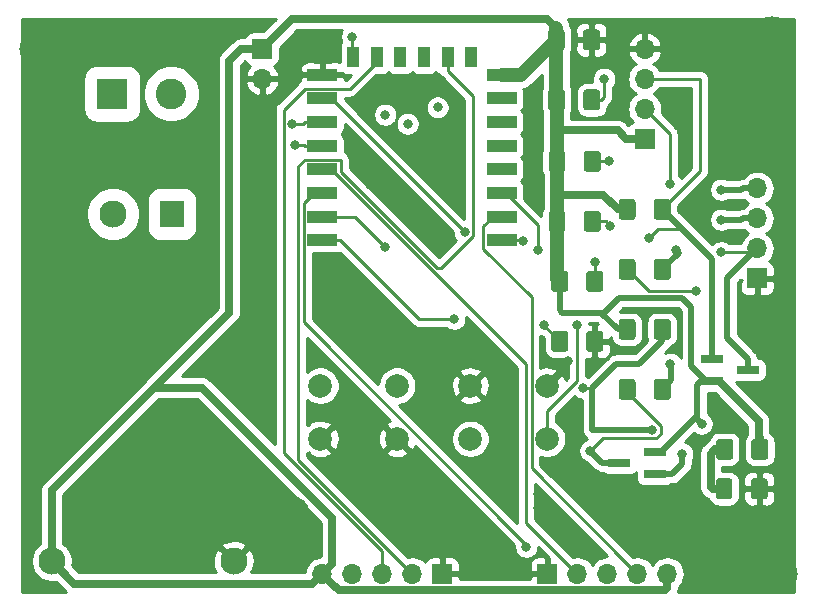
<source format=gtl>
G04 #@! TF.GenerationSoftware,KiCad,Pcbnew,(5.1.2)-1*
G04 #@! TF.CreationDate,2019-12-22T13:40:19+06:00*
G04 #@! TF.ProjectId,esp12e-simple-board,65737031-3265-42d7-9369-6d706c652d62,rev?*
G04 #@! TF.SameCoordinates,Original*
G04 #@! TF.FileFunction,Copper,L1,Top*
G04 #@! TF.FilePolarity,Positive*
%FSLAX46Y46*%
G04 Gerber Fmt 4.6, Leading zero omitted, Abs format (unit mm)*
G04 Created by KiCad (PCBNEW (5.1.2)-1) date 2019-12-22 13:40:19*
%MOMM*%
%LPD*%
G04 APERTURE LIST*
%ADD10C,0.100000*%
%ADD11C,1.425000*%
%ADD12R,2.500000X1.000000*%
%ADD13R,1.000000X1.800000*%
%ADD14C,2.000000*%
%ADD15R,1.900000X0.800000*%
%ADD16C,2.300000*%
%ADD17R,2.000000X2.300000*%
%ADD18O,1.700000X1.700000*%
%ADD19R,1.700000X1.700000*%
%ADD20C,2.600000*%
%ADD21R,2.600000X2.600000*%
%ADD22C,0.800000*%
%ADD23C,3.000000*%
%ADD24C,1.200000*%
%ADD25C,0.700000*%
%ADD26C,0.500000*%
%ADD27C,0.250000*%
G04 APERTURE END LIST*
D10*
G36*
X75589504Y-51615204D02*
G01*
X75613773Y-51618804D01*
X75637571Y-51624765D01*
X75660671Y-51633030D01*
X75682849Y-51643520D01*
X75703893Y-51656133D01*
X75723598Y-51670747D01*
X75741777Y-51687223D01*
X75758253Y-51705402D01*
X75772867Y-51725107D01*
X75785480Y-51746151D01*
X75795970Y-51768329D01*
X75804235Y-51791429D01*
X75810196Y-51815227D01*
X75813796Y-51839496D01*
X75815000Y-51864000D01*
X75815000Y-53114000D01*
X75813796Y-53138504D01*
X75810196Y-53162773D01*
X75804235Y-53186571D01*
X75795970Y-53209671D01*
X75785480Y-53231849D01*
X75772867Y-53252893D01*
X75758253Y-53272598D01*
X75741777Y-53290777D01*
X75723598Y-53307253D01*
X75703893Y-53321867D01*
X75682849Y-53334480D01*
X75660671Y-53344970D01*
X75637571Y-53353235D01*
X75613773Y-53359196D01*
X75589504Y-53362796D01*
X75565000Y-53364000D01*
X74640000Y-53364000D01*
X74615496Y-53362796D01*
X74591227Y-53359196D01*
X74567429Y-53353235D01*
X74544329Y-53344970D01*
X74522151Y-53334480D01*
X74501107Y-53321867D01*
X74481402Y-53307253D01*
X74463223Y-53290777D01*
X74446747Y-53272598D01*
X74432133Y-53252893D01*
X74419520Y-53231849D01*
X74409030Y-53209671D01*
X74400765Y-53186571D01*
X74394804Y-53162773D01*
X74391204Y-53138504D01*
X74390000Y-53114000D01*
X74390000Y-51864000D01*
X74391204Y-51839496D01*
X74394804Y-51815227D01*
X74400765Y-51791429D01*
X74409030Y-51768329D01*
X74419520Y-51746151D01*
X74432133Y-51725107D01*
X74446747Y-51705402D01*
X74463223Y-51687223D01*
X74481402Y-51670747D01*
X74501107Y-51656133D01*
X74522151Y-51643520D01*
X74544329Y-51633030D01*
X74567429Y-51624765D01*
X74591227Y-51618804D01*
X74615496Y-51615204D01*
X74640000Y-51614000D01*
X75565000Y-51614000D01*
X75589504Y-51615204D01*
X75589504Y-51615204D01*
G37*
D11*
X75102500Y-52489000D03*
D10*
G36*
X72614504Y-51615204D02*
G01*
X72638773Y-51618804D01*
X72662571Y-51624765D01*
X72685671Y-51633030D01*
X72707849Y-51643520D01*
X72728893Y-51656133D01*
X72748598Y-51670747D01*
X72766777Y-51687223D01*
X72783253Y-51705402D01*
X72797867Y-51725107D01*
X72810480Y-51746151D01*
X72820970Y-51768329D01*
X72829235Y-51791429D01*
X72835196Y-51815227D01*
X72838796Y-51839496D01*
X72840000Y-51864000D01*
X72840000Y-53114000D01*
X72838796Y-53138504D01*
X72835196Y-53162773D01*
X72829235Y-53186571D01*
X72820970Y-53209671D01*
X72810480Y-53231849D01*
X72797867Y-53252893D01*
X72783253Y-53272598D01*
X72766777Y-53290777D01*
X72748598Y-53307253D01*
X72728893Y-53321867D01*
X72707849Y-53334480D01*
X72685671Y-53344970D01*
X72662571Y-53353235D01*
X72638773Y-53359196D01*
X72614504Y-53362796D01*
X72590000Y-53364000D01*
X71665000Y-53364000D01*
X71640496Y-53362796D01*
X71616227Y-53359196D01*
X71592429Y-53353235D01*
X71569329Y-53344970D01*
X71547151Y-53334480D01*
X71526107Y-53321867D01*
X71506402Y-53307253D01*
X71488223Y-53290777D01*
X71471747Y-53272598D01*
X71457133Y-53252893D01*
X71444520Y-53231849D01*
X71434030Y-53209671D01*
X71425765Y-53186571D01*
X71419804Y-53162773D01*
X71416204Y-53138504D01*
X71415000Y-53114000D01*
X71415000Y-51864000D01*
X71416204Y-51839496D01*
X71419804Y-51815227D01*
X71425765Y-51791429D01*
X71434030Y-51768329D01*
X71444520Y-51746151D01*
X71457133Y-51725107D01*
X71471747Y-51705402D01*
X71488223Y-51687223D01*
X71506402Y-51670747D01*
X71526107Y-51656133D01*
X71547151Y-51643520D01*
X71569329Y-51633030D01*
X71592429Y-51624765D01*
X71616227Y-51618804D01*
X71640496Y-51615204D01*
X71665000Y-51614000D01*
X72590000Y-51614000D01*
X72614504Y-51615204D01*
X72614504Y-51615204D01*
G37*
D11*
X72127500Y-52489000D03*
D10*
G36*
X75634504Y-48275204D02*
G01*
X75658773Y-48278804D01*
X75682571Y-48284765D01*
X75705671Y-48293030D01*
X75727849Y-48303520D01*
X75748893Y-48316133D01*
X75768598Y-48330747D01*
X75786777Y-48347223D01*
X75803253Y-48365402D01*
X75817867Y-48385107D01*
X75830480Y-48406151D01*
X75840970Y-48428329D01*
X75849235Y-48451429D01*
X75855196Y-48475227D01*
X75858796Y-48499496D01*
X75860000Y-48524000D01*
X75860000Y-49774000D01*
X75858796Y-49798504D01*
X75855196Y-49822773D01*
X75849235Y-49846571D01*
X75840970Y-49869671D01*
X75830480Y-49891849D01*
X75817867Y-49912893D01*
X75803253Y-49932598D01*
X75786777Y-49950777D01*
X75768598Y-49967253D01*
X75748893Y-49981867D01*
X75727849Y-49994480D01*
X75705671Y-50004970D01*
X75682571Y-50013235D01*
X75658773Y-50019196D01*
X75634504Y-50022796D01*
X75610000Y-50024000D01*
X74685000Y-50024000D01*
X74660496Y-50022796D01*
X74636227Y-50019196D01*
X74612429Y-50013235D01*
X74589329Y-50004970D01*
X74567151Y-49994480D01*
X74546107Y-49981867D01*
X74526402Y-49967253D01*
X74508223Y-49950777D01*
X74491747Y-49932598D01*
X74477133Y-49912893D01*
X74464520Y-49891849D01*
X74454030Y-49869671D01*
X74445765Y-49846571D01*
X74439804Y-49822773D01*
X74436204Y-49798504D01*
X74435000Y-49774000D01*
X74435000Y-48524000D01*
X74436204Y-48499496D01*
X74439804Y-48475227D01*
X74445765Y-48451429D01*
X74454030Y-48428329D01*
X74464520Y-48406151D01*
X74477133Y-48385107D01*
X74491747Y-48365402D01*
X74508223Y-48347223D01*
X74526402Y-48330747D01*
X74546107Y-48316133D01*
X74567151Y-48303520D01*
X74589329Y-48293030D01*
X74612429Y-48284765D01*
X74636227Y-48278804D01*
X74660496Y-48275204D01*
X74685000Y-48274000D01*
X75610000Y-48274000D01*
X75634504Y-48275204D01*
X75634504Y-48275204D01*
G37*
D11*
X75147500Y-49149000D03*
D10*
G36*
X72659504Y-48275204D02*
G01*
X72683773Y-48278804D01*
X72707571Y-48284765D01*
X72730671Y-48293030D01*
X72752849Y-48303520D01*
X72773893Y-48316133D01*
X72793598Y-48330747D01*
X72811777Y-48347223D01*
X72828253Y-48365402D01*
X72842867Y-48385107D01*
X72855480Y-48406151D01*
X72865970Y-48428329D01*
X72874235Y-48451429D01*
X72880196Y-48475227D01*
X72883796Y-48499496D01*
X72885000Y-48524000D01*
X72885000Y-49774000D01*
X72883796Y-49798504D01*
X72880196Y-49822773D01*
X72874235Y-49846571D01*
X72865970Y-49869671D01*
X72855480Y-49891849D01*
X72842867Y-49912893D01*
X72828253Y-49932598D01*
X72811777Y-49950777D01*
X72793598Y-49967253D01*
X72773893Y-49981867D01*
X72752849Y-49994480D01*
X72730671Y-50004970D01*
X72707571Y-50013235D01*
X72683773Y-50019196D01*
X72659504Y-50022796D01*
X72635000Y-50024000D01*
X71710000Y-50024000D01*
X71685496Y-50022796D01*
X71661227Y-50019196D01*
X71637429Y-50013235D01*
X71614329Y-50004970D01*
X71592151Y-49994480D01*
X71571107Y-49981867D01*
X71551402Y-49967253D01*
X71533223Y-49950777D01*
X71516747Y-49932598D01*
X71502133Y-49912893D01*
X71489520Y-49891849D01*
X71479030Y-49869671D01*
X71470765Y-49846571D01*
X71464804Y-49822773D01*
X71461204Y-49798504D01*
X71460000Y-49774000D01*
X71460000Y-48524000D01*
X71461204Y-48499496D01*
X71464804Y-48475227D01*
X71470765Y-48451429D01*
X71479030Y-48428329D01*
X71489520Y-48406151D01*
X71502133Y-48385107D01*
X71516747Y-48365402D01*
X71533223Y-48347223D01*
X71551402Y-48330747D01*
X71571107Y-48316133D01*
X71592151Y-48303520D01*
X71614329Y-48293030D01*
X71637429Y-48284765D01*
X71661227Y-48278804D01*
X71685496Y-48275204D01*
X71710000Y-48274000D01*
X72635000Y-48274000D01*
X72659504Y-48275204D01*
X72659504Y-48275204D01*
G37*
D11*
X72172500Y-49149000D03*
D12*
X38120000Y-31440000D03*
X38120000Y-29440000D03*
X38120000Y-27440000D03*
X38120000Y-25440000D03*
X38120000Y-23440000D03*
X38120000Y-21440000D03*
X38120000Y-19440000D03*
X38120000Y-17440000D03*
D13*
X40720000Y-15940000D03*
X42720000Y-15940000D03*
X44720000Y-15940000D03*
X46720000Y-15940000D03*
X48720000Y-15940000D03*
X50720000Y-15940000D03*
D12*
X53320000Y-17440000D03*
X53320000Y-19440000D03*
X53320000Y-21440000D03*
X53320000Y-23440000D03*
X53320000Y-25440000D03*
X53320000Y-27440000D03*
X53320000Y-29440000D03*
X53320000Y-31440000D03*
D14*
X37950000Y-48260000D03*
X37950000Y-43760000D03*
X44450000Y-48260000D03*
X44450000Y-43760000D03*
X50650000Y-48260000D03*
X50650000Y-43760000D03*
X57150000Y-48260000D03*
X57150000Y-43760000D03*
D10*
G36*
X64404504Y-43195204D02*
G01*
X64428773Y-43198804D01*
X64452571Y-43204765D01*
X64475671Y-43213030D01*
X64497849Y-43223520D01*
X64518893Y-43236133D01*
X64538598Y-43250747D01*
X64556777Y-43267223D01*
X64573253Y-43285402D01*
X64587867Y-43305107D01*
X64600480Y-43326151D01*
X64610970Y-43348329D01*
X64619235Y-43371429D01*
X64625196Y-43395227D01*
X64628796Y-43419496D01*
X64630000Y-43444000D01*
X64630000Y-44694000D01*
X64628796Y-44718504D01*
X64625196Y-44742773D01*
X64619235Y-44766571D01*
X64610970Y-44789671D01*
X64600480Y-44811849D01*
X64587867Y-44832893D01*
X64573253Y-44852598D01*
X64556777Y-44870777D01*
X64538598Y-44887253D01*
X64518893Y-44901867D01*
X64497849Y-44914480D01*
X64475671Y-44924970D01*
X64452571Y-44933235D01*
X64428773Y-44939196D01*
X64404504Y-44942796D01*
X64380000Y-44944000D01*
X63455000Y-44944000D01*
X63430496Y-44942796D01*
X63406227Y-44939196D01*
X63382429Y-44933235D01*
X63359329Y-44924970D01*
X63337151Y-44914480D01*
X63316107Y-44901867D01*
X63296402Y-44887253D01*
X63278223Y-44870777D01*
X63261747Y-44852598D01*
X63247133Y-44832893D01*
X63234520Y-44811849D01*
X63224030Y-44789671D01*
X63215765Y-44766571D01*
X63209804Y-44742773D01*
X63206204Y-44718504D01*
X63205000Y-44694000D01*
X63205000Y-43444000D01*
X63206204Y-43419496D01*
X63209804Y-43395227D01*
X63215765Y-43371429D01*
X63224030Y-43348329D01*
X63234520Y-43326151D01*
X63247133Y-43305107D01*
X63261747Y-43285402D01*
X63278223Y-43267223D01*
X63296402Y-43250747D01*
X63316107Y-43236133D01*
X63337151Y-43223520D01*
X63359329Y-43213030D01*
X63382429Y-43204765D01*
X63406227Y-43198804D01*
X63430496Y-43195204D01*
X63455000Y-43194000D01*
X64380000Y-43194000D01*
X64404504Y-43195204D01*
X64404504Y-43195204D01*
G37*
D11*
X63917500Y-44069000D03*
D10*
G36*
X67379504Y-43195204D02*
G01*
X67403773Y-43198804D01*
X67427571Y-43204765D01*
X67450671Y-43213030D01*
X67472849Y-43223520D01*
X67493893Y-43236133D01*
X67513598Y-43250747D01*
X67531777Y-43267223D01*
X67548253Y-43285402D01*
X67562867Y-43305107D01*
X67575480Y-43326151D01*
X67585970Y-43348329D01*
X67594235Y-43371429D01*
X67600196Y-43395227D01*
X67603796Y-43419496D01*
X67605000Y-43444000D01*
X67605000Y-44694000D01*
X67603796Y-44718504D01*
X67600196Y-44742773D01*
X67594235Y-44766571D01*
X67585970Y-44789671D01*
X67575480Y-44811849D01*
X67562867Y-44832893D01*
X67548253Y-44852598D01*
X67531777Y-44870777D01*
X67513598Y-44887253D01*
X67493893Y-44901867D01*
X67472849Y-44914480D01*
X67450671Y-44924970D01*
X67427571Y-44933235D01*
X67403773Y-44939196D01*
X67379504Y-44942796D01*
X67355000Y-44944000D01*
X66430000Y-44944000D01*
X66405496Y-44942796D01*
X66381227Y-44939196D01*
X66357429Y-44933235D01*
X66334329Y-44924970D01*
X66312151Y-44914480D01*
X66291107Y-44901867D01*
X66271402Y-44887253D01*
X66253223Y-44870777D01*
X66236747Y-44852598D01*
X66222133Y-44832893D01*
X66209520Y-44811849D01*
X66199030Y-44789671D01*
X66190765Y-44766571D01*
X66184804Y-44742773D01*
X66181204Y-44718504D01*
X66180000Y-44694000D01*
X66180000Y-43444000D01*
X66181204Y-43419496D01*
X66184804Y-43395227D01*
X66190765Y-43371429D01*
X66199030Y-43348329D01*
X66209520Y-43326151D01*
X66222133Y-43305107D01*
X66236747Y-43285402D01*
X66253223Y-43267223D01*
X66271402Y-43250747D01*
X66291107Y-43236133D01*
X66312151Y-43223520D01*
X66334329Y-43213030D01*
X66357429Y-43204765D01*
X66381227Y-43198804D01*
X66405496Y-43195204D01*
X66430000Y-43194000D01*
X67355000Y-43194000D01*
X67379504Y-43195204D01*
X67379504Y-43195204D01*
G37*
D11*
X66892500Y-44069000D03*
D10*
G36*
X67379504Y-38115204D02*
G01*
X67403773Y-38118804D01*
X67427571Y-38124765D01*
X67450671Y-38133030D01*
X67472849Y-38143520D01*
X67493893Y-38156133D01*
X67513598Y-38170747D01*
X67531777Y-38187223D01*
X67548253Y-38205402D01*
X67562867Y-38225107D01*
X67575480Y-38246151D01*
X67585970Y-38268329D01*
X67594235Y-38291429D01*
X67600196Y-38315227D01*
X67603796Y-38339496D01*
X67605000Y-38364000D01*
X67605000Y-39614000D01*
X67603796Y-39638504D01*
X67600196Y-39662773D01*
X67594235Y-39686571D01*
X67585970Y-39709671D01*
X67575480Y-39731849D01*
X67562867Y-39752893D01*
X67548253Y-39772598D01*
X67531777Y-39790777D01*
X67513598Y-39807253D01*
X67493893Y-39821867D01*
X67472849Y-39834480D01*
X67450671Y-39844970D01*
X67427571Y-39853235D01*
X67403773Y-39859196D01*
X67379504Y-39862796D01*
X67355000Y-39864000D01*
X66430000Y-39864000D01*
X66405496Y-39862796D01*
X66381227Y-39859196D01*
X66357429Y-39853235D01*
X66334329Y-39844970D01*
X66312151Y-39834480D01*
X66291107Y-39821867D01*
X66271402Y-39807253D01*
X66253223Y-39790777D01*
X66236747Y-39772598D01*
X66222133Y-39752893D01*
X66209520Y-39731849D01*
X66199030Y-39709671D01*
X66190765Y-39686571D01*
X66184804Y-39662773D01*
X66181204Y-39638504D01*
X66180000Y-39614000D01*
X66180000Y-38364000D01*
X66181204Y-38339496D01*
X66184804Y-38315227D01*
X66190765Y-38291429D01*
X66199030Y-38268329D01*
X66209520Y-38246151D01*
X66222133Y-38225107D01*
X66236747Y-38205402D01*
X66253223Y-38187223D01*
X66271402Y-38170747D01*
X66291107Y-38156133D01*
X66312151Y-38143520D01*
X66334329Y-38133030D01*
X66357429Y-38124765D01*
X66381227Y-38118804D01*
X66405496Y-38115204D01*
X66430000Y-38114000D01*
X67355000Y-38114000D01*
X67379504Y-38115204D01*
X67379504Y-38115204D01*
G37*
D11*
X66892500Y-38989000D03*
D10*
G36*
X64404504Y-38115204D02*
G01*
X64428773Y-38118804D01*
X64452571Y-38124765D01*
X64475671Y-38133030D01*
X64497849Y-38143520D01*
X64518893Y-38156133D01*
X64538598Y-38170747D01*
X64556777Y-38187223D01*
X64573253Y-38205402D01*
X64587867Y-38225107D01*
X64600480Y-38246151D01*
X64610970Y-38268329D01*
X64619235Y-38291429D01*
X64625196Y-38315227D01*
X64628796Y-38339496D01*
X64630000Y-38364000D01*
X64630000Y-39614000D01*
X64628796Y-39638504D01*
X64625196Y-39662773D01*
X64619235Y-39686571D01*
X64610970Y-39709671D01*
X64600480Y-39731849D01*
X64587867Y-39752893D01*
X64573253Y-39772598D01*
X64556777Y-39790777D01*
X64538598Y-39807253D01*
X64518893Y-39821867D01*
X64497849Y-39834480D01*
X64475671Y-39844970D01*
X64452571Y-39853235D01*
X64428773Y-39859196D01*
X64404504Y-39862796D01*
X64380000Y-39864000D01*
X63455000Y-39864000D01*
X63430496Y-39862796D01*
X63406227Y-39859196D01*
X63382429Y-39853235D01*
X63359329Y-39844970D01*
X63337151Y-39834480D01*
X63316107Y-39821867D01*
X63296402Y-39807253D01*
X63278223Y-39790777D01*
X63261747Y-39772598D01*
X63247133Y-39752893D01*
X63234520Y-39731849D01*
X63224030Y-39709671D01*
X63215765Y-39686571D01*
X63209804Y-39662773D01*
X63206204Y-39638504D01*
X63205000Y-39614000D01*
X63205000Y-38364000D01*
X63206204Y-38339496D01*
X63209804Y-38315227D01*
X63215765Y-38291429D01*
X63224030Y-38268329D01*
X63234520Y-38246151D01*
X63247133Y-38225107D01*
X63261747Y-38205402D01*
X63278223Y-38187223D01*
X63296402Y-38170747D01*
X63316107Y-38156133D01*
X63337151Y-38143520D01*
X63359329Y-38133030D01*
X63382429Y-38124765D01*
X63406227Y-38118804D01*
X63430496Y-38115204D01*
X63455000Y-38114000D01*
X64380000Y-38114000D01*
X64404504Y-38115204D01*
X64404504Y-38115204D01*
G37*
D11*
X63917500Y-38989000D03*
D10*
G36*
X64404504Y-33035204D02*
G01*
X64428773Y-33038804D01*
X64452571Y-33044765D01*
X64475671Y-33053030D01*
X64497849Y-33063520D01*
X64518893Y-33076133D01*
X64538598Y-33090747D01*
X64556777Y-33107223D01*
X64573253Y-33125402D01*
X64587867Y-33145107D01*
X64600480Y-33166151D01*
X64610970Y-33188329D01*
X64619235Y-33211429D01*
X64625196Y-33235227D01*
X64628796Y-33259496D01*
X64630000Y-33284000D01*
X64630000Y-34534000D01*
X64628796Y-34558504D01*
X64625196Y-34582773D01*
X64619235Y-34606571D01*
X64610970Y-34629671D01*
X64600480Y-34651849D01*
X64587867Y-34672893D01*
X64573253Y-34692598D01*
X64556777Y-34710777D01*
X64538598Y-34727253D01*
X64518893Y-34741867D01*
X64497849Y-34754480D01*
X64475671Y-34764970D01*
X64452571Y-34773235D01*
X64428773Y-34779196D01*
X64404504Y-34782796D01*
X64380000Y-34784000D01*
X63455000Y-34784000D01*
X63430496Y-34782796D01*
X63406227Y-34779196D01*
X63382429Y-34773235D01*
X63359329Y-34764970D01*
X63337151Y-34754480D01*
X63316107Y-34741867D01*
X63296402Y-34727253D01*
X63278223Y-34710777D01*
X63261747Y-34692598D01*
X63247133Y-34672893D01*
X63234520Y-34651849D01*
X63224030Y-34629671D01*
X63215765Y-34606571D01*
X63209804Y-34582773D01*
X63206204Y-34558504D01*
X63205000Y-34534000D01*
X63205000Y-33284000D01*
X63206204Y-33259496D01*
X63209804Y-33235227D01*
X63215765Y-33211429D01*
X63224030Y-33188329D01*
X63234520Y-33166151D01*
X63247133Y-33145107D01*
X63261747Y-33125402D01*
X63278223Y-33107223D01*
X63296402Y-33090747D01*
X63316107Y-33076133D01*
X63337151Y-33063520D01*
X63359329Y-33053030D01*
X63382429Y-33044765D01*
X63406227Y-33038804D01*
X63430496Y-33035204D01*
X63455000Y-33034000D01*
X64380000Y-33034000D01*
X64404504Y-33035204D01*
X64404504Y-33035204D01*
G37*
D11*
X63917500Y-33909000D03*
D10*
G36*
X67379504Y-33035204D02*
G01*
X67403773Y-33038804D01*
X67427571Y-33044765D01*
X67450671Y-33053030D01*
X67472849Y-33063520D01*
X67493893Y-33076133D01*
X67513598Y-33090747D01*
X67531777Y-33107223D01*
X67548253Y-33125402D01*
X67562867Y-33145107D01*
X67575480Y-33166151D01*
X67585970Y-33188329D01*
X67594235Y-33211429D01*
X67600196Y-33235227D01*
X67603796Y-33259496D01*
X67605000Y-33284000D01*
X67605000Y-34534000D01*
X67603796Y-34558504D01*
X67600196Y-34582773D01*
X67594235Y-34606571D01*
X67585970Y-34629671D01*
X67575480Y-34651849D01*
X67562867Y-34672893D01*
X67548253Y-34692598D01*
X67531777Y-34710777D01*
X67513598Y-34727253D01*
X67493893Y-34741867D01*
X67472849Y-34754480D01*
X67450671Y-34764970D01*
X67427571Y-34773235D01*
X67403773Y-34779196D01*
X67379504Y-34782796D01*
X67355000Y-34784000D01*
X66430000Y-34784000D01*
X66405496Y-34782796D01*
X66381227Y-34779196D01*
X66357429Y-34773235D01*
X66334329Y-34764970D01*
X66312151Y-34754480D01*
X66291107Y-34741867D01*
X66271402Y-34727253D01*
X66253223Y-34710777D01*
X66236747Y-34692598D01*
X66222133Y-34672893D01*
X66209520Y-34651849D01*
X66199030Y-34629671D01*
X66190765Y-34606571D01*
X66184804Y-34582773D01*
X66181204Y-34558504D01*
X66180000Y-34534000D01*
X66180000Y-33284000D01*
X66181204Y-33259496D01*
X66184804Y-33235227D01*
X66190765Y-33211429D01*
X66199030Y-33188329D01*
X66209520Y-33166151D01*
X66222133Y-33145107D01*
X66236747Y-33125402D01*
X66253223Y-33107223D01*
X66271402Y-33090747D01*
X66291107Y-33076133D01*
X66312151Y-33063520D01*
X66334329Y-33053030D01*
X66357429Y-33044765D01*
X66381227Y-33038804D01*
X66405496Y-33035204D01*
X66430000Y-33034000D01*
X67355000Y-33034000D01*
X67379504Y-33035204D01*
X67379504Y-33035204D01*
G37*
D11*
X66892500Y-33909000D03*
D10*
G36*
X67379504Y-27955204D02*
G01*
X67403773Y-27958804D01*
X67427571Y-27964765D01*
X67450671Y-27973030D01*
X67472849Y-27983520D01*
X67493893Y-27996133D01*
X67513598Y-28010747D01*
X67531777Y-28027223D01*
X67548253Y-28045402D01*
X67562867Y-28065107D01*
X67575480Y-28086151D01*
X67585970Y-28108329D01*
X67594235Y-28131429D01*
X67600196Y-28155227D01*
X67603796Y-28179496D01*
X67605000Y-28204000D01*
X67605000Y-29454000D01*
X67603796Y-29478504D01*
X67600196Y-29502773D01*
X67594235Y-29526571D01*
X67585970Y-29549671D01*
X67575480Y-29571849D01*
X67562867Y-29592893D01*
X67548253Y-29612598D01*
X67531777Y-29630777D01*
X67513598Y-29647253D01*
X67493893Y-29661867D01*
X67472849Y-29674480D01*
X67450671Y-29684970D01*
X67427571Y-29693235D01*
X67403773Y-29699196D01*
X67379504Y-29702796D01*
X67355000Y-29704000D01*
X66430000Y-29704000D01*
X66405496Y-29702796D01*
X66381227Y-29699196D01*
X66357429Y-29693235D01*
X66334329Y-29684970D01*
X66312151Y-29674480D01*
X66291107Y-29661867D01*
X66271402Y-29647253D01*
X66253223Y-29630777D01*
X66236747Y-29612598D01*
X66222133Y-29592893D01*
X66209520Y-29571849D01*
X66199030Y-29549671D01*
X66190765Y-29526571D01*
X66184804Y-29502773D01*
X66181204Y-29478504D01*
X66180000Y-29454000D01*
X66180000Y-28204000D01*
X66181204Y-28179496D01*
X66184804Y-28155227D01*
X66190765Y-28131429D01*
X66199030Y-28108329D01*
X66209520Y-28086151D01*
X66222133Y-28065107D01*
X66236747Y-28045402D01*
X66253223Y-28027223D01*
X66271402Y-28010747D01*
X66291107Y-27996133D01*
X66312151Y-27983520D01*
X66334329Y-27973030D01*
X66357429Y-27964765D01*
X66381227Y-27958804D01*
X66405496Y-27955204D01*
X66430000Y-27954000D01*
X67355000Y-27954000D01*
X67379504Y-27955204D01*
X67379504Y-27955204D01*
G37*
D11*
X66892500Y-28829000D03*
D10*
G36*
X64404504Y-27955204D02*
G01*
X64428773Y-27958804D01*
X64452571Y-27964765D01*
X64475671Y-27973030D01*
X64497849Y-27983520D01*
X64518893Y-27996133D01*
X64538598Y-28010747D01*
X64556777Y-28027223D01*
X64573253Y-28045402D01*
X64587867Y-28065107D01*
X64600480Y-28086151D01*
X64610970Y-28108329D01*
X64619235Y-28131429D01*
X64625196Y-28155227D01*
X64628796Y-28179496D01*
X64630000Y-28204000D01*
X64630000Y-29454000D01*
X64628796Y-29478504D01*
X64625196Y-29502773D01*
X64619235Y-29526571D01*
X64610970Y-29549671D01*
X64600480Y-29571849D01*
X64587867Y-29592893D01*
X64573253Y-29612598D01*
X64556777Y-29630777D01*
X64538598Y-29647253D01*
X64518893Y-29661867D01*
X64497849Y-29674480D01*
X64475671Y-29684970D01*
X64452571Y-29693235D01*
X64428773Y-29699196D01*
X64404504Y-29702796D01*
X64380000Y-29704000D01*
X63455000Y-29704000D01*
X63430496Y-29702796D01*
X63406227Y-29699196D01*
X63382429Y-29693235D01*
X63359329Y-29684970D01*
X63337151Y-29674480D01*
X63316107Y-29661867D01*
X63296402Y-29647253D01*
X63278223Y-29630777D01*
X63261747Y-29612598D01*
X63247133Y-29592893D01*
X63234520Y-29571849D01*
X63224030Y-29549671D01*
X63215765Y-29526571D01*
X63209804Y-29502773D01*
X63206204Y-29478504D01*
X63205000Y-29454000D01*
X63205000Y-28204000D01*
X63206204Y-28179496D01*
X63209804Y-28155227D01*
X63215765Y-28131429D01*
X63224030Y-28108329D01*
X63234520Y-28086151D01*
X63247133Y-28065107D01*
X63261747Y-28045402D01*
X63278223Y-28027223D01*
X63296402Y-28010747D01*
X63316107Y-27996133D01*
X63337151Y-27983520D01*
X63359329Y-27973030D01*
X63382429Y-27964765D01*
X63406227Y-27958804D01*
X63430496Y-27955204D01*
X63455000Y-27954000D01*
X64380000Y-27954000D01*
X64404504Y-27955204D01*
X64404504Y-27955204D01*
G37*
D11*
X63917500Y-28829000D03*
D10*
G36*
X61664504Y-39131204D02*
G01*
X61688773Y-39134804D01*
X61712571Y-39140765D01*
X61735671Y-39149030D01*
X61757849Y-39159520D01*
X61778893Y-39172133D01*
X61798598Y-39186747D01*
X61816777Y-39203223D01*
X61833253Y-39221402D01*
X61847867Y-39241107D01*
X61860480Y-39262151D01*
X61870970Y-39284329D01*
X61879235Y-39307429D01*
X61885196Y-39331227D01*
X61888796Y-39355496D01*
X61890000Y-39380000D01*
X61890000Y-40630000D01*
X61888796Y-40654504D01*
X61885196Y-40678773D01*
X61879235Y-40702571D01*
X61870970Y-40725671D01*
X61860480Y-40747849D01*
X61847867Y-40768893D01*
X61833253Y-40788598D01*
X61816777Y-40806777D01*
X61798598Y-40823253D01*
X61778893Y-40837867D01*
X61757849Y-40850480D01*
X61735671Y-40860970D01*
X61712571Y-40869235D01*
X61688773Y-40875196D01*
X61664504Y-40878796D01*
X61640000Y-40880000D01*
X60715000Y-40880000D01*
X60690496Y-40878796D01*
X60666227Y-40875196D01*
X60642429Y-40869235D01*
X60619329Y-40860970D01*
X60597151Y-40850480D01*
X60576107Y-40837867D01*
X60556402Y-40823253D01*
X60538223Y-40806777D01*
X60521747Y-40788598D01*
X60507133Y-40768893D01*
X60494520Y-40747849D01*
X60484030Y-40725671D01*
X60475765Y-40702571D01*
X60469804Y-40678773D01*
X60466204Y-40654504D01*
X60465000Y-40630000D01*
X60465000Y-39380000D01*
X60466204Y-39355496D01*
X60469804Y-39331227D01*
X60475765Y-39307429D01*
X60484030Y-39284329D01*
X60494520Y-39262151D01*
X60507133Y-39241107D01*
X60521747Y-39221402D01*
X60538223Y-39203223D01*
X60556402Y-39186747D01*
X60576107Y-39172133D01*
X60597151Y-39159520D01*
X60619329Y-39149030D01*
X60642429Y-39140765D01*
X60666227Y-39134804D01*
X60690496Y-39131204D01*
X60715000Y-39130000D01*
X61640000Y-39130000D01*
X61664504Y-39131204D01*
X61664504Y-39131204D01*
G37*
D11*
X61177500Y-40005000D03*
D10*
G36*
X58689504Y-39131204D02*
G01*
X58713773Y-39134804D01*
X58737571Y-39140765D01*
X58760671Y-39149030D01*
X58782849Y-39159520D01*
X58803893Y-39172133D01*
X58823598Y-39186747D01*
X58841777Y-39203223D01*
X58858253Y-39221402D01*
X58872867Y-39241107D01*
X58885480Y-39262151D01*
X58895970Y-39284329D01*
X58904235Y-39307429D01*
X58910196Y-39331227D01*
X58913796Y-39355496D01*
X58915000Y-39380000D01*
X58915000Y-40630000D01*
X58913796Y-40654504D01*
X58910196Y-40678773D01*
X58904235Y-40702571D01*
X58895970Y-40725671D01*
X58885480Y-40747849D01*
X58872867Y-40768893D01*
X58858253Y-40788598D01*
X58841777Y-40806777D01*
X58823598Y-40823253D01*
X58803893Y-40837867D01*
X58782849Y-40850480D01*
X58760671Y-40860970D01*
X58737571Y-40869235D01*
X58713773Y-40875196D01*
X58689504Y-40878796D01*
X58665000Y-40880000D01*
X57740000Y-40880000D01*
X57715496Y-40878796D01*
X57691227Y-40875196D01*
X57667429Y-40869235D01*
X57644329Y-40860970D01*
X57622151Y-40850480D01*
X57601107Y-40837867D01*
X57581402Y-40823253D01*
X57563223Y-40806777D01*
X57546747Y-40788598D01*
X57532133Y-40768893D01*
X57519520Y-40747849D01*
X57509030Y-40725671D01*
X57500765Y-40702571D01*
X57494804Y-40678773D01*
X57491204Y-40654504D01*
X57490000Y-40630000D01*
X57490000Y-39380000D01*
X57491204Y-39355496D01*
X57494804Y-39331227D01*
X57500765Y-39307429D01*
X57509030Y-39284329D01*
X57519520Y-39262151D01*
X57532133Y-39241107D01*
X57546747Y-39221402D01*
X57563223Y-39203223D01*
X57581402Y-39186747D01*
X57601107Y-39172133D01*
X57622151Y-39159520D01*
X57644329Y-39149030D01*
X57667429Y-39140765D01*
X57691227Y-39134804D01*
X57715496Y-39131204D01*
X57740000Y-39130000D01*
X58665000Y-39130000D01*
X58689504Y-39131204D01*
X58689504Y-39131204D01*
G37*
D11*
X58202500Y-40005000D03*
D10*
G36*
X61664504Y-34051204D02*
G01*
X61688773Y-34054804D01*
X61712571Y-34060765D01*
X61735671Y-34069030D01*
X61757849Y-34079520D01*
X61778893Y-34092133D01*
X61798598Y-34106747D01*
X61816777Y-34123223D01*
X61833253Y-34141402D01*
X61847867Y-34161107D01*
X61860480Y-34182151D01*
X61870970Y-34204329D01*
X61879235Y-34227429D01*
X61885196Y-34251227D01*
X61888796Y-34275496D01*
X61890000Y-34300000D01*
X61890000Y-35550000D01*
X61888796Y-35574504D01*
X61885196Y-35598773D01*
X61879235Y-35622571D01*
X61870970Y-35645671D01*
X61860480Y-35667849D01*
X61847867Y-35688893D01*
X61833253Y-35708598D01*
X61816777Y-35726777D01*
X61798598Y-35743253D01*
X61778893Y-35757867D01*
X61757849Y-35770480D01*
X61735671Y-35780970D01*
X61712571Y-35789235D01*
X61688773Y-35795196D01*
X61664504Y-35798796D01*
X61640000Y-35800000D01*
X60715000Y-35800000D01*
X60690496Y-35798796D01*
X60666227Y-35795196D01*
X60642429Y-35789235D01*
X60619329Y-35780970D01*
X60597151Y-35770480D01*
X60576107Y-35757867D01*
X60556402Y-35743253D01*
X60538223Y-35726777D01*
X60521747Y-35708598D01*
X60507133Y-35688893D01*
X60494520Y-35667849D01*
X60484030Y-35645671D01*
X60475765Y-35622571D01*
X60469804Y-35598773D01*
X60466204Y-35574504D01*
X60465000Y-35550000D01*
X60465000Y-34300000D01*
X60466204Y-34275496D01*
X60469804Y-34251227D01*
X60475765Y-34227429D01*
X60484030Y-34204329D01*
X60494520Y-34182151D01*
X60507133Y-34161107D01*
X60521747Y-34141402D01*
X60538223Y-34123223D01*
X60556402Y-34106747D01*
X60576107Y-34092133D01*
X60597151Y-34079520D01*
X60619329Y-34069030D01*
X60642429Y-34060765D01*
X60666227Y-34054804D01*
X60690496Y-34051204D01*
X60715000Y-34050000D01*
X61640000Y-34050000D01*
X61664504Y-34051204D01*
X61664504Y-34051204D01*
G37*
D11*
X61177500Y-34925000D03*
D10*
G36*
X58689504Y-34051204D02*
G01*
X58713773Y-34054804D01*
X58737571Y-34060765D01*
X58760671Y-34069030D01*
X58782849Y-34079520D01*
X58803893Y-34092133D01*
X58823598Y-34106747D01*
X58841777Y-34123223D01*
X58858253Y-34141402D01*
X58872867Y-34161107D01*
X58885480Y-34182151D01*
X58895970Y-34204329D01*
X58904235Y-34227429D01*
X58910196Y-34251227D01*
X58913796Y-34275496D01*
X58915000Y-34300000D01*
X58915000Y-35550000D01*
X58913796Y-35574504D01*
X58910196Y-35598773D01*
X58904235Y-35622571D01*
X58895970Y-35645671D01*
X58885480Y-35667849D01*
X58872867Y-35688893D01*
X58858253Y-35708598D01*
X58841777Y-35726777D01*
X58823598Y-35743253D01*
X58803893Y-35757867D01*
X58782849Y-35770480D01*
X58760671Y-35780970D01*
X58737571Y-35789235D01*
X58713773Y-35795196D01*
X58689504Y-35798796D01*
X58665000Y-35800000D01*
X57740000Y-35800000D01*
X57715496Y-35798796D01*
X57691227Y-35795196D01*
X57667429Y-35789235D01*
X57644329Y-35780970D01*
X57622151Y-35770480D01*
X57601107Y-35757867D01*
X57581402Y-35743253D01*
X57563223Y-35726777D01*
X57546747Y-35708598D01*
X57532133Y-35688893D01*
X57519520Y-35667849D01*
X57509030Y-35645671D01*
X57500765Y-35622571D01*
X57494804Y-35598773D01*
X57491204Y-35574504D01*
X57490000Y-35550000D01*
X57490000Y-34300000D01*
X57491204Y-34275496D01*
X57494804Y-34251227D01*
X57500765Y-34227429D01*
X57509030Y-34204329D01*
X57519520Y-34182151D01*
X57532133Y-34161107D01*
X57546747Y-34141402D01*
X57563223Y-34123223D01*
X57581402Y-34106747D01*
X57601107Y-34092133D01*
X57622151Y-34079520D01*
X57644329Y-34069030D01*
X57667429Y-34060765D01*
X57691227Y-34054804D01*
X57715496Y-34051204D01*
X57740000Y-34050000D01*
X58665000Y-34050000D01*
X58689504Y-34051204D01*
X58689504Y-34051204D01*
G37*
D11*
X58202500Y-34925000D03*
D10*
G36*
X61447004Y-28971204D02*
G01*
X61471273Y-28974804D01*
X61495071Y-28980765D01*
X61518171Y-28989030D01*
X61540349Y-28999520D01*
X61561393Y-29012133D01*
X61581098Y-29026747D01*
X61599277Y-29043223D01*
X61615753Y-29061402D01*
X61630367Y-29081107D01*
X61642980Y-29102151D01*
X61653470Y-29124329D01*
X61661735Y-29147429D01*
X61667696Y-29171227D01*
X61671296Y-29195496D01*
X61672500Y-29220000D01*
X61672500Y-30470000D01*
X61671296Y-30494504D01*
X61667696Y-30518773D01*
X61661735Y-30542571D01*
X61653470Y-30565671D01*
X61642980Y-30587849D01*
X61630367Y-30608893D01*
X61615753Y-30628598D01*
X61599277Y-30646777D01*
X61581098Y-30663253D01*
X61561393Y-30677867D01*
X61540349Y-30690480D01*
X61518171Y-30700970D01*
X61495071Y-30709235D01*
X61471273Y-30715196D01*
X61447004Y-30718796D01*
X61422500Y-30720000D01*
X60497500Y-30720000D01*
X60472996Y-30718796D01*
X60448727Y-30715196D01*
X60424929Y-30709235D01*
X60401829Y-30700970D01*
X60379651Y-30690480D01*
X60358607Y-30677867D01*
X60338902Y-30663253D01*
X60320723Y-30646777D01*
X60304247Y-30628598D01*
X60289633Y-30608893D01*
X60277020Y-30587849D01*
X60266530Y-30565671D01*
X60258265Y-30542571D01*
X60252304Y-30518773D01*
X60248704Y-30494504D01*
X60247500Y-30470000D01*
X60247500Y-29220000D01*
X60248704Y-29195496D01*
X60252304Y-29171227D01*
X60258265Y-29147429D01*
X60266530Y-29124329D01*
X60277020Y-29102151D01*
X60289633Y-29081107D01*
X60304247Y-29061402D01*
X60320723Y-29043223D01*
X60338902Y-29026747D01*
X60358607Y-29012133D01*
X60379651Y-28999520D01*
X60401829Y-28989030D01*
X60424929Y-28980765D01*
X60448727Y-28974804D01*
X60472996Y-28971204D01*
X60497500Y-28970000D01*
X61422500Y-28970000D01*
X61447004Y-28971204D01*
X61447004Y-28971204D01*
G37*
D11*
X60960000Y-29845000D03*
D10*
G36*
X58472004Y-28971204D02*
G01*
X58496273Y-28974804D01*
X58520071Y-28980765D01*
X58543171Y-28989030D01*
X58565349Y-28999520D01*
X58586393Y-29012133D01*
X58606098Y-29026747D01*
X58624277Y-29043223D01*
X58640753Y-29061402D01*
X58655367Y-29081107D01*
X58667980Y-29102151D01*
X58678470Y-29124329D01*
X58686735Y-29147429D01*
X58692696Y-29171227D01*
X58696296Y-29195496D01*
X58697500Y-29220000D01*
X58697500Y-30470000D01*
X58696296Y-30494504D01*
X58692696Y-30518773D01*
X58686735Y-30542571D01*
X58678470Y-30565671D01*
X58667980Y-30587849D01*
X58655367Y-30608893D01*
X58640753Y-30628598D01*
X58624277Y-30646777D01*
X58606098Y-30663253D01*
X58586393Y-30677867D01*
X58565349Y-30690480D01*
X58543171Y-30700970D01*
X58520071Y-30709235D01*
X58496273Y-30715196D01*
X58472004Y-30718796D01*
X58447500Y-30720000D01*
X57522500Y-30720000D01*
X57497996Y-30718796D01*
X57473727Y-30715196D01*
X57449929Y-30709235D01*
X57426829Y-30700970D01*
X57404651Y-30690480D01*
X57383607Y-30677867D01*
X57363902Y-30663253D01*
X57345723Y-30646777D01*
X57329247Y-30628598D01*
X57314633Y-30608893D01*
X57302020Y-30587849D01*
X57291530Y-30565671D01*
X57283265Y-30542571D01*
X57277304Y-30518773D01*
X57273704Y-30494504D01*
X57272500Y-30470000D01*
X57272500Y-29220000D01*
X57273704Y-29195496D01*
X57277304Y-29171227D01*
X57283265Y-29147429D01*
X57291530Y-29124329D01*
X57302020Y-29102151D01*
X57314633Y-29081107D01*
X57329247Y-29061402D01*
X57345723Y-29043223D01*
X57363902Y-29026747D01*
X57383607Y-29012133D01*
X57404651Y-28999520D01*
X57426829Y-28989030D01*
X57449929Y-28980765D01*
X57473727Y-28974804D01*
X57497996Y-28971204D01*
X57522500Y-28970000D01*
X58447500Y-28970000D01*
X58472004Y-28971204D01*
X58472004Y-28971204D01*
G37*
D11*
X57985000Y-29845000D03*
D10*
G36*
X61447004Y-23891204D02*
G01*
X61471273Y-23894804D01*
X61495071Y-23900765D01*
X61518171Y-23909030D01*
X61540349Y-23919520D01*
X61561393Y-23932133D01*
X61581098Y-23946747D01*
X61599277Y-23963223D01*
X61615753Y-23981402D01*
X61630367Y-24001107D01*
X61642980Y-24022151D01*
X61653470Y-24044329D01*
X61661735Y-24067429D01*
X61667696Y-24091227D01*
X61671296Y-24115496D01*
X61672500Y-24140000D01*
X61672500Y-25390000D01*
X61671296Y-25414504D01*
X61667696Y-25438773D01*
X61661735Y-25462571D01*
X61653470Y-25485671D01*
X61642980Y-25507849D01*
X61630367Y-25528893D01*
X61615753Y-25548598D01*
X61599277Y-25566777D01*
X61581098Y-25583253D01*
X61561393Y-25597867D01*
X61540349Y-25610480D01*
X61518171Y-25620970D01*
X61495071Y-25629235D01*
X61471273Y-25635196D01*
X61447004Y-25638796D01*
X61422500Y-25640000D01*
X60497500Y-25640000D01*
X60472996Y-25638796D01*
X60448727Y-25635196D01*
X60424929Y-25629235D01*
X60401829Y-25620970D01*
X60379651Y-25610480D01*
X60358607Y-25597867D01*
X60338902Y-25583253D01*
X60320723Y-25566777D01*
X60304247Y-25548598D01*
X60289633Y-25528893D01*
X60277020Y-25507849D01*
X60266530Y-25485671D01*
X60258265Y-25462571D01*
X60252304Y-25438773D01*
X60248704Y-25414504D01*
X60247500Y-25390000D01*
X60247500Y-24140000D01*
X60248704Y-24115496D01*
X60252304Y-24091227D01*
X60258265Y-24067429D01*
X60266530Y-24044329D01*
X60277020Y-24022151D01*
X60289633Y-24001107D01*
X60304247Y-23981402D01*
X60320723Y-23963223D01*
X60338902Y-23946747D01*
X60358607Y-23932133D01*
X60379651Y-23919520D01*
X60401829Y-23909030D01*
X60424929Y-23900765D01*
X60448727Y-23894804D01*
X60472996Y-23891204D01*
X60497500Y-23890000D01*
X61422500Y-23890000D01*
X61447004Y-23891204D01*
X61447004Y-23891204D01*
G37*
D11*
X60960000Y-24765000D03*
D10*
G36*
X58472004Y-23891204D02*
G01*
X58496273Y-23894804D01*
X58520071Y-23900765D01*
X58543171Y-23909030D01*
X58565349Y-23919520D01*
X58586393Y-23932133D01*
X58606098Y-23946747D01*
X58624277Y-23963223D01*
X58640753Y-23981402D01*
X58655367Y-24001107D01*
X58667980Y-24022151D01*
X58678470Y-24044329D01*
X58686735Y-24067429D01*
X58692696Y-24091227D01*
X58696296Y-24115496D01*
X58697500Y-24140000D01*
X58697500Y-25390000D01*
X58696296Y-25414504D01*
X58692696Y-25438773D01*
X58686735Y-25462571D01*
X58678470Y-25485671D01*
X58667980Y-25507849D01*
X58655367Y-25528893D01*
X58640753Y-25548598D01*
X58624277Y-25566777D01*
X58606098Y-25583253D01*
X58586393Y-25597867D01*
X58565349Y-25610480D01*
X58543171Y-25620970D01*
X58520071Y-25629235D01*
X58496273Y-25635196D01*
X58472004Y-25638796D01*
X58447500Y-25640000D01*
X57522500Y-25640000D01*
X57497996Y-25638796D01*
X57473727Y-25635196D01*
X57449929Y-25629235D01*
X57426829Y-25620970D01*
X57404651Y-25610480D01*
X57383607Y-25597867D01*
X57363902Y-25583253D01*
X57345723Y-25566777D01*
X57329247Y-25548598D01*
X57314633Y-25528893D01*
X57302020Y-25507849D01*
X57291530Y-25485671D01*
X57283265Y-25462571D01*
X57277304Y-25438773D01*
X57273704Y-25414504D01*
X57272500Y-25390000D01*
X57272500Y-24140000D01*
X57273704Y-24115496D01*
X57277304Y-24091227D01*
X57283265Y-24067429D01*
X57291530Y-24044329D01*
X57302020Y-24022151D01*
X57314633Y-24001107D01*
X57329247Y-23981402D01*
X57345723Y-23963223D01*
X57363902Y-23946747D01*
X57383607Y-23932133D01*
X57404651Y-23919520D01*
X57426829Y-23909030D01*
X57449929Y-23900765D01*
X57473727Y-23894804D01*
X57497996Y-23891204D01*
X57522500Y-23890000D01*
X58447500Y-23890000D01*
X58472004Y-23891204D01*
X58472004Y-23891204D01*
G37*
D11*
X57985000Y-24765000D03*
D10*
G36*
X58435504Y-18684204D02*
G01*
X58459773Y-18687804D01*
X58483571Y-18693765D01*
X58506671Y-18702030D01*
X58528849Y-18712520D01*
X58549893Y-18725133D01*
X58569598Y-18739747D01*
X58587777Y-18756223D01*
X58604253Y-18774402D01*
X58618867Y-18794107D01*
X58631480Y-18815151D01*
X58641970Y-18837329D01*
X58650235Y-18860429D01*
X58656196Y-18884227D01*
X58659796Y-18908496D01*
X58661000Y-18933000D01*
X58661000Y-20183000D01*
X58659796Y-20207504D01*
X58656196Y-20231773D01*
X58650235Y-20255571D01*
X58641970Y-20278671D01*
X58631480Y-20300849D01*
X58618867Y-20321893D01*
X58604253Y-20341598D01*
X58587777Y-20359777D01*
X58569598Y-20376253D01*
X58549893Y-20390867D01*
X58528849Y-20403480D01*
X58506671Y-20413970D01*
X58483571Y-20422235D01*
X58459773Y-20428196D01*
X58435504Y-20431796D01*
X58411000Y-20433000D01*
X57486000Y-20433000D01*
X57461496Y-20431796D01*
X57437227Y-20428196D01*
X57413429Y-20422235D01*
X57390329Y-20413970D01*
X57368151Y-20403480D01*
X57347107Y-20390867D01*
X57327402Y-20376253D01*
X57309223Y-20359777D01*
X57292747Y-20341598D01*
X57278133Y-20321893D01*
X57265520Y-20300849D01*
X57255030Y-20278671D01*
X57246765Y-20255571D01*
X57240804Y-20231773D01*
X57237204Y-20207504D01*
X57236000Y-20183000D01*
X57236000Y-18933000D01*
X57237204Y-18908496D01*
X57240804Y-18884227D01*
X57246765Y-18860429D01*
X57255030Y-18837329D01*
X57265520Y-18815151D01*
X57278133Y-18794107D01*
X57292747Y-18774402D01*
X57309223Y-18756223D01*
X57327402Y-18739747D01*
X57347107Y-18725133D01*
X57368151Y-18712520D01*
X57390329Y-18702030D01*
X57413429Y-18693765D01*
X57437227Y-18687804D01*
X57461496Y-18684204D01*
X57486000Y-18683000D01*
X58411000Y-18683000D01*
X58435504Y-18684204D01*
X58435504Y-18684204D01*
G37*
D11*
X57948500Y-19558000D03*
D10*
G36*
X61410504Y-18684204D02*
G01*
X61434773Y-18687804D01*
X61458571Y-18693765D01*
X61481671Y-18702030D01*
X61503849Y-18712520D01*
X61524893Y-18725133D01*
X61544598Y-18739747D01*
X61562777Y-18756223D01*
X61579253Y-18774402D01*
X61593867Y-18794107D01*
X61606480Y-18815151D01*
X61616970Y-18837329D01*
X61625235Y-18860429D01*
X61631196Y-18884227D01*
X61634796Y-18908496D01*
X61636000Y-18933000D01*
X61636000Y-20183000D01*
X61634796Y-20207504D01*
X61631196Y-20231773D01*
X61625235Y-20255571D01*
X61616970Y-20278671D01*
X61606480Y-20300849D01*
X61593867Y-20321893D01*
X61579253Y-20341598D01*
X61562777Y-20359777D01*
X61544598Y-20376253D01*
X61524893Y-20390867D01*
X61503849Y-20403480D01*
X61481671Y-20413970D01*
X61458571Y-20422235D01*
X61434773Y-20428196D01*
X61410504Y-20431796D01*
X61386000Y-20433000D01*
X60461000Y-20433000D01*
X60436496Y-20431796D01*
X60412227Y-20428196D01*
X60388429Y-20422235D01*
X60365329Y-20413970D01*
X60343151Y-20403480D01*
X60322107Y-20390867D01*
X60302402Y-20376253D01*
X60284223Y-20359777D01*
X60267747Y-20341598D01*
X60253133Y-20321893D01*
X60240520Y-20300849D01*
X60230030Y-20278671D01*
X60221765Y-20255571D01*
X60215804Y-20231773D01*
X60212204Y-20207504D01*
X60211000Y-20183000D01*
X60211000Y-18933000D01*
X60212204Y-18908496D01*
X60215804Y-18884227D01*
X60221765Y-18860429D01*
X60230030Y-18837329D01*
X60240520Y-18815151D01*
X60253133Y-18794107D01*
X60267747Y-18774402D01*
X60284223Y-18756223D01*
X60302402Y-18739747D01*
X60322107Y-18725133D01*
X60343151Y-18712520D01*
X60365329Y-18702030D01*
X60388429Y-18693765D01*
X60412227Y-18687804D01*
X60436496Y-18684204D01*
X60461000Y-18683000D01*
X61386000Y-18683000D01*
X61410504Y-18684204D01*
X61410504Y-18684204D01*
G37*
D11*
X60923500Y-19558000D03*
D15*
X63270000Y-50292000D03*
X66270000Y-49342000D03*
X66270000Y-51242000D03*
X74144000Y-42418000D03*
X71144000Y-43368000D03*
X71144000Y-41468000D03*
D16*
X15200000Y-58610000D03*
X20400000Y-29210000D03*
D17*
X25400000Y-29210000D03*
D16*
X30600000Y-58610000D03*
D18*
X67310000Y-59690000D03*
X64770000Y-59690000D03*
X62230000Y-59690000D03*
X59690000Y-59690000D03*
D19*
X57150000Y-59690000D03*
D18*
X38100000Y-59690000D03*
X40640000Y-59690000D03*
X43180000Y-59690000D03*
X45720000Y-59690000D03*
D19*
X48260000Y-59690000D03*
D18*
X74930000Y-27051000D03*
X74930000Y-29591000D03*
X74930000Y-32131000D03*
D19*
X74930000Y-34671000D03*
D18*
X65405000Y-15240000D03*
X65405000Y-17780000D03*
X65405000Y-20320000D03*
D19*
X65405000Y-22860000D03*
D18*
X33020000Y-17780000D03*
D19*
X33020000Y-15240000D03*
D20*
X25320000Y-19050000D03*
D21*
X20320000Y-19050000D03*
D10*
G36*
X58399004Y-13604204D02*
G01*
X58423273Y-13607804D01*
X58447071Y-13613765D01*
X58470171Y-13622030D01*
X58492349Y-13632520D01*
X58513393Y-13645133D01*
X58533098Y-13659747D01*
X58551277Y-13676223D01*
X58567753Y-13694402D01*
X58582367Y-13714107D01*
X58594980Y-13735151D01*
X58605470Y-13757329D01*
X58613735Y-13780429D01*
X58619696Y-13804227D01*
X58623296Y-13828496D01*
X58624500Y-13853000D01*
X58624500Y-15103000D01*
X58623296Y-15127504D01*
X58619696Y-15151773D01*
X58613735Y-15175571D01*
X58605470Y-15198671D01*
X58594980Y-15220849D01*
X58582367Y-15241893D01*
X58567753Y-15261598D01*
X58551277Y-15279777D01*
X58533098Y-15296253D01*
X58513393Y-15310867D01*
X58492349Y-15323480D01*
X58470171Y-15333970D01*
X58447071Y-15342235D01*
X58423273Y-15348196D01*
X58399004Y-15351796D01*
X58374500Y-15353000D01*
X57449500Y-15353000D01*
X57424996Y-15351796D01*
X57400727Y-15348196D01*
X57376929Y-15342235D01*
X57353829Y-15333970D01*
X57331651Y-15323480D01*
X57310607Y-15310867D01*
X57290902Y-15296253D01*
X57272723Y-15279777D01*
X57256247Y-15261598D01*
X57241633Y-15241893D01*
X57229020Y-15220849D01*
X57218530Y-15198671D01*
X57210265Y-15175571D01*
X57204304Y-15151773D01*
X57200704Y-15127504D01*
X57199500Y-15103000D01*
X57199500Y-13853000D01*
X57200704Y-13828496D01*
X57204304Y-13804227D01*
X57210265Y-13780429D01*
X57218530Y-13757329D01*
X57229020Y-13735151D01*
X57241633Y-13714107D01*
X57256247Y-13694402D01*
X57272723Y-13676223D01*
X57290902Y-13659747D01*
X57310607Y-13645133D01*
X57331651Y-13632520D01*
X57353829Y-13622030D01*
X57376929Y-13613765D01*
X57400727Y-13607804D01*
X57424996Y-13604204D01*
X57449500Y-13603000D01*
X58374500Y-13603000D01*
X58399004Y-13604204D01*
X58399004Y-13604204D01*
G37*
D11*
X57912000Y-14478000D03*
D10*
G36*
X61374004Y-13604204D02*
G01*
X61398273Y-13607804D01*
X61422071Y-13613765D01*
X61445171Y-13622030D01*
X61467349Y-13632520D01*
X61488393Y-13645133D01*
X61508098Y-13659747D01*
X61526277Y-13676223D01*
X61542753Y-13694402D01*
X61557367Y-13714107D01*
X61569980Y-13735151D01*
X61580470Y-13757329D01*
X61588735Y-13780429D01*
X61594696Y-13804227D01*
X61598296Y-13828496D01*
X61599500Y-13853000D01*
X61599500Y-15103000D01*
X61598296Y-15127504D01*
X61594696Y-15151773D01*
X61588735Y-15175571D01*
X61580470Y-15198671D01*
X61569980Y-15220849D01*
X61557367Y-15241893D01*
X61542753Y-15261598D01*
X61526277Y-15279777D01*
X61508098Y-15296253D01*
X61488393Y-15310867D01*
X61467349Y-15323480D01*
X61445171Y-15333970D01*
X61422071Y-15342235D01*
X61398273Y-15348196D01*
X61374004Y-15351796D01*
X61349500Y-15353000D01*
X60424500Y-15353000D01*
X60399996Y-15351796D01*
X60375727Y-15348196D01*
X60351929Y-15342235D01*
X60328829Y-15333970D01*
X60306651Y-15323480D01*
X60285607Y-15310867D01*
X60265902Y-15296253D01*
X60247723Y-15279777D01*
X60231247Y-15261598D01*
X60216633Y-15241893D01*
X60204020Y-15220849D01*
X60193530Y-15198671D01*
X60185265Y-15175571D01*
X60179304Y-15151773D01*
X60175704Y-15127504D01*
X60174500Y-15103000D01*
X60174500Y-13853000D01*
X60175704Y-13828496D01*
X60179304Y-13804227D01*
X60185265Y-13780429D01*
X60193530Y-13757329D01*
X60204020Y-13735151D01*
X60216633Y-13714107D01*
X60231247Y-13694402D01*
X60247723Y-13676223D01*
X60265902Y-13659747D01*
X60285607Y-13645133D01*
X60306651Y-13632520D01*
X60328829Y-13622030D01*
X60351929Y-13613765D01*
X60375727Y-13607804D01*
X60399996Y-13604204D01*
X60424500Y-13603000D01*
X61349500Y-13603000D01*
X61374004Y-13604204D01*
X61374004Y-13604204D01*
G37*
D11*
X60887000Y-14478000D03*
D22*
X43434000Y-20828000D03*
X47879000Y-20193000D03*
X45339000Y-21590000D03*
X70231000Y-46990000D03*
D23*
X13970000Y-15240000D03*
X76835000Y-59690000D03*
X35560000Y-54610000D03*
X76200000Y-13970000D03*
D22*
X61087000Y-41783000D03*
X58932653Y-41651347D03*
X58928000Y-52070000D03*
X59944000Y-53213000D03*
X54229000Y-50927000D03*
X54229000Y-52197000D03*
X54229000Y-53340000D03*
X56388000Y-52959000D03*
X56388000Y-54102000D03*
X57404000Y-54102000D03*
X23622000Y-36322000D03*
X19050000Y-38227000D03*
X32004000Y-40767000D03*
X38227000Y-33909000D03*
X38100000Y-35687000D03*
X43815000Y-26924000D03*
X42164000Y-26797000D03*
X49022000Y-26416000D03*
X46990000Y-26162000D03*
X56261000Y-26797000D03*
X55880000Y-25400000D03*
X68580000Y-20574000D03*
X68580000Y-22352000D03*
X72644000Y-19304000D03*
X73025000Y-21082000D03*
X68580000Y-15240000D03*
X70612000Y-14224000D03*
X49276000Y-38100000D03*
X65786000Y-31242000D03*
X66040000Y-47498000D03*
X68580000Y-49530000D03*
X43434000Y-32004000D03*
X60198000Y-43942000D03*
X67564000Y-26670000D03*
X68087709Y-32310209D03*
X67564000Y-41910000D03*
X71882000Y-27178000D03*
X60804000Y-49276000D03*
X71882000Y-29718000D03*
X69782992Y-35746992D03*
X71882001Y-32457223D03*
X40640000Y-14224000D03*
X55372000Y-57404000D03*
X35560000Y-21590000D03*
X61976000Y-17780000D03*
X62357000Y-24765000D03*
X35814000Y-23368000D03*
X59690000Y-38608000D03*
X55118000Y-31496000D03*
X62484000Y-30226000D03*
X56388000Y-32258000D03*
X61214000Y-33274000D03*
X50164000Y-30734000D03*
X56896000Y-38608000D03*
D24*
X57912000Y-19521500D02*
X57948500Y-19558000D01*
X57912000Y-14478000D02*
X57912000Y-19521500D01*
X57948500Y-24728500D02*
X57985000Y-24765000D01*
X57985000Y-34707500D02*
X58202500Y-34925000D01*
X57985000Y-29845000D02*
X57985000Y-34707500D01*
D25*
X35560000Y-12700000D02*
X33020000Y-15240000D01*
X57150000Y-12700000D02*
X35560000Y-12700000D01*
D24*
X57912000Y-14478000D02*
X57912000Y-13462000D01*
D25*
X57912000Y-13462000D02*
X57150000Y-12700000D01*
D24*
X54950000Y-17440000D02*
X57912000Y-14478000D01*
X53320000Y-17440000D02*
X54950000Y-17440000D01*
D25*
X63129500Y-22134500D02*
X57948500Y-22134500D01*
X63855000Y-22860000D02*
X63129500Y-22134500D01*
X65405000Y-22860000D02*
X63855000Y-22860000D01*
D24*
X57948500Y-19558000D02*
X57948500Y-22134500D01*
X57948500Y-22134500D02*
X57948500Y-24728500D01*
D25*
X61889000Y-27613000D02*
X57985000Y-27613000D01*
X63105000Y-28829000D02*
X61889000Y-27613000D01*
X63917500Y-28829000D02*
X63105000Y-28829000D01*
D24*
X57985000Y-24765000D02*
X57985000Y-27613000D01*
X57985000Y-27613000D02*
X57985000Y-29845000D01*
D26*
X58202500Y-37374500D02*
X58202500Y-34925000D01*
X58420000Y-37592000D02*
X58202500Y-37374500D01*
X61708000Y-37592000D02*
X58420000Y-37592000D01*
X63917500Y-38989000D02*
X63105000Y-38989000D01*
X63105000Y-38989000D02*
X61708000Y-37592000D01*
X66820000Y-49342000D02*
X69850000Y-46312000D01*
X66270000Y-49342000D02*
X66820000Y-49342000D01*
X69850000Y-46312000D02*
X69850000Y-43688000D01*
X70170000Y-43368000D02*
X71144000Y-43368000D01*
X69850000Y-43688000D02*
X70170000Y-43368000D01*
X70594000Y-43368000D02*
X71144000Y-43368000D01*
X61708000Y-37592000D02*
X61976000Y-37592000D01*
X61976000Y-37592000D02*
X63246000Y-36322000D01*
X63246000Y-36322000D02*
X68580000Y-36322000D01*
X68580000Y-36322000D02*
X69342000Y-37084000D01*
X69342000Y-37084000D02*
X69342000Y-42116000D01*
X69342000Y-42116000D02*
X70594000Y-43368000D01*
D25*
X33020000Y-15240000D02*
X31242000Y-15240000D01*
X31242000Y-15240000D02*
X30226000Y-16256000D01*
X30226000Y-16256000D02*
X30226000Y-37592000D01*
X15200000Y-52618000D02*
X15200000Y-58610000D01*
X37250001Y-60539999D02*
X38100000Y-59690000D01*
X17129999Y-60539999D02*
X37250001Y-60539999D01*
X15200000Y-58610000D02*
X17129999Y-60539999D01*
X27926002Y-43942000D02*
X23876000Y-43942000D01*
X38949999Y-54965997D02*
X27926002Y-43942000D01*
X38949999Y-58840001D02*
X38949999Y-54965997D01*
X38100000Y-59690000D02*
X38949999Y-58840001D01*
X30226000Y-37592000D02*
X23876000Y-43942000D01*
X23876000Y-43942000D02*
X15200000Y-52618000D01*
X38949999Y-60539999D02*
X38100000Y-59690000D01*
X39500001Y-61090001D02*
X38949999Y-60539999D01*
X67112080Y-61090001D02*
X39500001Y-61090001D01*
X67310000Y-60892081D02*
X67112080Y-61090001D01*
X67310000Y-59690000D02*
X67310000Y-60892081D01*
X71694000Y-43368000D02*
X71144000Y-43368000D01*
X75057000Y-46731000D02*
X71694000Y-43368000D01*
X75057000Y-48083500D02*
X75057000Y-46731000D01*
X75147500Y-49149000D02*
X75147500Y-48174000D01*
X75147500Y-48174000D02*
X75057000Y-48083500D01*
D26*
X69850000Y-46312000D02*
X69850000Y-46609000D01*
X69850000Y-46609000D02*
X70231000Y-46990000D01*
D27*
X61177500Y-40980000D02*
X61087000Y-41070500D01*
X61177500Y-40005000D02*
X61177500Y-40980000D01*
X61087000Y-41070500D02*
X61087000Y-41783000D01*
X57150000Y-43434000D02*
X57150000Y-43760000D01*
X58932653Y-41651347D02*
X57150000Y-43434000D01*
D26*
X71144000Y-41468000D02*
X71144000Y-35838000D01*
X71144000Y-35838000D02*
X71120000Y-35814000D01*
X71120000Y-35814000D02*
X71120000Y-33056500D01*
D27*
X39620000Y-31440000D02*
X46280000Y-38100000D01*
X38120000Y-31440000D02*
X39620000Y-31440000D01*
X46280000Y-38100000D02*
X49276000Y-38100000D01*
X66529750Y-30498250D02*
X65786000Y-31242000D01*
X68561750Y-30498250D02*
X66529750Y-30498250D01*
D26*
X68561750Y-30498250D02*
X66892500Y-28829000D01*
X71120000Y-33056500D02*
X68561750Y-30498250D01*
D27*
X66892500Y-28829000D02*
X70104000Y-25617500D01*
X70104000Y-25617500D02*
X70104000Y-17780000D01*
X70104000Y-17780000D02*
X65405000Y-17780000D01*
D26*
X66892500Y-39964000D02*
X64946500Y-41910000D01*
X66892500Y-38989000D02*
X66892500Y-39964000D01*
X64946500Y-41910000D02*
X62992000Y-41910000D01*
X62992000Y-41910000D02*
X60960000Y-43942000D01*
X60960000Y-43942000D02*
X60960000Y-47498000D01*
X60960000Y-47498000D02*
X66040000Y-47498000D01*
X67720000Y-51242000D02*
X68580000Y-50382000D01*
X66270000Y-51242000D02*
X67720000Y-51242000D01*
X68580000Y-50382000D02*
X68580000Y-49530000D01*
D27*
X38120000Y-29440000D02*
X40870000Y-29440000D01*
X40870000Y-29440000D02*
X43434000Y-32004000D01*
X60960000Y-43942000D02*
X60198000Y-43942000D01*
X65405000Y-20320000D02*
X67564000Y-22479000D01*
X67564000Y-22479000D02*
X67564000Y-26670000D01*
D26*
X66892500Y-33909000D02*
X68289500Y-32512000D01*
X68289500Y-32512000D02*
X68087709Y-32310209D01*
X67663847Y-43297653D02*
X67663847Y-42064153D01*
X66892500Y-44069000D02*
X67663847Y-43297653D01*
X67663847Y-42064153D02*
X67564000Y-41964306D01*
X67564000Y-41964306D02*
X67564000Y-41910000D01*
X73727919Y-27051000D02*
X73600919Y-27178000D01*
X74930000Y-27051000D02*
X73727919Y-27051000D01*
X73600919Y-27178000D02*
X71882000Y-27178000D01*
X61820000Y-50292000D02*
X60804000Y-49276000D01*
X63270000Y-50292000D02*
X61820000Y-50292000D01*
X73727919Y-29591000D02*
X73600919Y-29718000D01*
X74930000Y-29591000D02*
X73727919Y-29591000D01*
X73600919Y-29718000D02*
X71882000Y-29718000D01*
D27*
X61203999Y-48876001D02*
X60804000Y-49276000D01*
X61856999Y-48223001D02*
X61203999Y-48876001D01*
X66388001Y-48223001D02*
X61856999Y-48223001D01*
X66765001Y-47846001D02*
X66388001Y-48223001D01*
X66765001Y-47149999D02*
X66765001Y-47846001D01*
X63684002Y-44069000D02*
X66765001Y-47149999D01*
X63917500Y-44069000D02*
X63684002Y-44069000D01*
D26*
X74144000Y-41518000D02*
X72390000Y-39764000D01*
X74144000Y-42418000D02*
X74144000Y-41518000D01*
X72390000Y-34671000D02*
X74930000Y-32131000D01*
D27*
X65755492Y-35746992D02*
X69782992Y-35746992D01*
X63917500Y-33909000D02*
X65755492Y-35746992D01*
D26*
X72390000Y-35560000D02*
X72390000Y-34671000D01*
X72390000Y-39764000D02*
X72390000Y-35560000D01*
D27*
X72390000Y-35560000D02*
X72419001Y-35589001D01*
X74603777Y-32457223D02*
X74930000Y-32131000D01*
X71882001Y-32457223D02*
X74603777Y-32457223D01*
X40640000Y-15860000D02*
X40720000Y-15940000D01*
X40640000Y-14224000D02*
X40640000Y-15860000D01*
X43180000Y-58487919D02*
X43180000Y-59690000D01*
X43180000Y-57786410D02*
X43180000Y-58487919D01*
X34834999Y-49441409D02*
X43180000Y-57786410D01*
X34834999Y-20389999D02*
X34834999Y-49441409D01*
X36609999Y-18614999D02*
X34834999Y-20389999D01*
X40445001Y-18614999D02*
X36609999Y-18614999D01*
X42720000Y-16340000D02*
X40445001Y-18614999D01*
X42720000Y-15940000D02*
X42720000Y-16340000D01*
X36094990Y-25130008D02*
X36094990Y-50064990D01*
X39630001Y-24614999D02*
X36609999Y-24614999D01*
X39695001Y-24679999D02*
X39630001Y-24614999D01*
X36609999Y-24614999D02*
X36094990Y-25130008D01*
X39695001Y-25628591D02*
X39695001Y-24679999D01*
X44870001Y-58840001D02*
X45720000Y-59690000D01*
X48189002Y-33782000D02*
X47848410Y-33782000D01*
X36094990Y-50064990D02*
X44870001Y-58840001D01*
X50889001Y-31082001D02*
X48189002Y-33782000D01*
X47848410Y-33782000D02*
X39695001Y-25628591D01*
X50889001Y-19259001D02*
X50889001Y-31082001D01*
X48720000Y-17090000D02*
X50889001Y-19259001D01*
X48720000Y-15940000D02*
X48720000Y-17090000D01*
X55824999Y-50744999D02*
X63920001Y-58840001D01*
X63920001Y-58840001D02*
X64770000Y-59690000D01*
X55824999Y-36280001D02*
X55824999Y-50744999D01*
X51744999Y-32200001D02*
X55824999Y-36280001D01*
X51744999Y-30265001D02*
X51744999Y-32200001D01*
X52570000Y-29440000D02*
X51744999Y-30265001D01*
X53320000Y-29440000D02*
X52570000Y-29440000D01*
X36544999Y-38393997D02*
X55372000Y-57220998D01*
X36544999Y-28265001D02*
X36544999Y-38393997D01*
X38120000Y-27440000D02*
X37370000Y-27440000D01*
X37370000Y-27440000D02*
X36544999Y-28265001D01*
X55372000Y-57220998D02*
X55372000Y-57404000D01*
X58840001Y-58840001D02*
X59690000Y-59690000D01*
X55374989Y-55374989D02*
X58840001Y-58840001D01*
X55374989Y-41944989D02*
X55374989Y-55374989D01*
X38870000Y-25440000D02*
X55374989Y-41944989D01*
X38120000Y-25440000D02*
X38870000Y-25440000D01*
X36620000Y-21440000D02*
X36470000Y-21590000D01*
X38120000Y-21440000D02*
X36620000Y-21440000D01*
X36470000Y-21590000D02*
X35560000Y-21590000D01*
X61736000Y-19558000D02*
X61976000Y-19318000D01*
X60923500Y-19558000D02*
X61736000Y-19558000D01*
X61976000Y-19318000D02*
X61976000Y-17780000D01*
X60960000Y-24765000D02*
X62357000Y-24765000D01*
X36620000Y-23440000D02*
X36548000Y-23368000D01*
X38120000Y-23440000D02*
X36620000Y-23440000D01*
X36548000Y-23368000D02*
X35814000Y-23368000D01*
X57150000Y-45916998D02*
X59690000Y-43376998D01*
X57150000Y-48260000D02*
X57150000Y-45916998D01*
X59690000Y-43376998D02*
X59690000Y-38608000D01*
X54820000Y-31440000D02*
X54876000Y-31496000D01*
X53320000Y-31440000D02*
X54820000Y-31440000D01*
X54876000Y-31496000D02*
X55118000Y-31496000D01*
X60960000Y-29845000D02*
X62103000Y-29845000D01*
X62103000Y-29845000D02*
X62484000Y-30226000D01*
X53655002Y-27440000D02*
X56388000Y-30172998D01*
X53320000Y-27440000D02*
X53655002Y-27440000D01*
X56388000Y-30172998D02*
X56388000Y-32258000D01*
X61177500Y-34925000D02*
X61177500Y-33310500D01*
X61177500Y-33310500D02*
X61214000Y-33274000D01*
X38870000Y-19440000D02*
X50164000Y-30734000D01*
X38120000Y-19440000D02*
X38870000Y-19440000D01*
X58202500Y-40005000D02*
X56896000Y-38698500D01*
X56896000Y-38698500D02*
X56896000Y-38608000D01*
X72127500Y-49194000D02*
X72172500Y-49149000D01*
D25*
X71158000Y-52489000D02*
X72127500Y-52489000D01*
X70993000Y-52324000D02*
X71158000Y-52489000D01*
X70993000Y-49516000D02*
X70993000Y-52324000D01*
X72172500Y-49149000D02*
X71360000Y-49149000D01*
X71360000Y-49149000D02*
X70993000Y-49516000D01*
D27*
G36*
X78090001Y-61199000D02*
G01*
X68235768Y-61199000D01*
X68268833Y-61090001D01*
X68270892Y-61083215D01*
X68289717Y-60892082D01*
X68285000Y-60844190D01*
X68285000Y-60797961D01*
X68358028Y-60738028D01*
X68542351Y-60513431D01*
X68679315Y-60257189D01*
X68763657Y-59979150D01*
X68792136Y-59690000D01*
X68763657Y-59400850D01*
X68679315Y-59122811D01*
X68542351Y-58866569D01*
X68358028Y-58641972D01*
X68133431Y-58457649D01*
X67877189Y-58320685D01*
X67599150Y-58236343D01*
X67382452Y-58215000D01*
X67237548Y-58215000D01*
X67020850Y-58236343D01*
X66742811Y-58320685D01*
X66486569Y-58457649D01*
X66261972Y-58641972D01*
X66077649Y-58866569D01*
X66040000Y-58937005D01*
X66002351Y-58866569D01*
X65818028Y-58641972D01*
X65593431Y-58457649D01*
X65337189Y-58320685D01*
X65059150Y-58236343D01*
X64842452Y-58215000D01*
X64697548Y-58215000D01*
X64480850Y-58236343D01*
X64401173Y-58260513D01*
X56574999Y-50434340D01*
X56574999Y-49780714D01*
X56676005Y-49822552D01*
X56989951Y-49885000D01*
X57310049Y-49885000D01*
X57623995Y-49822552D01*
X57919726Y-49700057D01*
X58185877Y-49522220D01*
X58412220Y-49295877D01*
X58590057Y-49029726D01*
X58712552Y-48733995D01*
X58775000Y-48420049D01*
X58775000Y-48099951D01*
X58712552Y-47786005D01*
X58590057Y-47490274D01*
X58412220Y-47224123D01*
X58185877Y-46997780D01*
X57919726Y-46819943D01*
X57900000Y-46811772D01*
X57900000Y-46227657D01*
X59467044Y-44660614D01*
X59544600Y-44738170D01*
X59712480Y-44850344D01*
X59899018Y-44927610D01*
X60085000Y-44964604D01*
X60085001Y-47455011D01*
X60080767Y-47498000D01*
X60097661Y-47669530D01*
X60147695Y-47834468D01*
X60228944Y-47986476D01*
X60338288Y-48119712D01*
X60471524Y-48229056D01*
X60564236Y-48278611D01*
X60505018Y-48290390D01*
X60318480Y-48367656D01*
X60150600Y-48479830D01*
X60007830Y-48622600D01*
X59895656Y-48790480D01*
X59818390Y-48977018D01*
X59779000Y-49175046D01*
X59779000Y-49376954D01*
X59818390Y-49574982D01*
X59895656Y-49761520D01*
X60007830Y-49929400D01*
X60150600Y-50072170D01*
X60318480Y-50184344D01*
X60505018Y-50261610D01*
X60563882Y-50273319D01*
X61170888Y-50880325D01*
X61198288Y-50913712D01*
X61331524Y-51023056D01*
X61483532Y-51104305D01*
X61648470Y-51154339D01*
X61820000Y-51171233D01*
X61862979Y-51167000D01*
X61913596Y-51167000D01*
X61971089Y-51214183D01*
X62079666Y-51272219D01*
X62197479Y-51307957D01*
X62320000Y-51320024D01*
X64220000Y-51320024D01*
X64342521Y-51307957D01*
X64460334Y-51272219D01*
X64568911Y-51214183D01*
X64664080Y-51136080D01*
X64691976Y-51102089D01*
X64691976Y-51642000D01*
X64704043Y-51764521D01*
X64739781Y-51882334D01*
X64797817Y-51990911D01*
X64875920Y-52086080D01*
X64971089Y-52164183D01*
X65079666Y-52222219D01*
X65197479Y-52257957D01*
X65320000Y-52270024D01*
X67220000Y-52270024D01*
X67342521Y-52257957D01*
X67460334Y-52222219D01*
X67568911Y-52164183D01*
X67626404Y-52117000D01*
X67677021Y-52117000D01*
X67720000Y-52121233D01*
X67762979Y-52117000D01*
X67891530Y-52104339D01*
X68056468Y-52054305D01*
X68208476Y-51973056D01*
X68341712Y-51863712D01*
X68369116Y-51830320D01*
X69168326Y-51031111D01*
X69201712Y-51003712D01*
X69311056Y-50870476D01*
X69392305Y-50718468D01*
X69442339Y-50553530D01*
X69455000Y-50424979D01*
X69455000Y-50424978D01*
X69459233Y-50382000D01*
X69455000Y-50339021D01*
X69455000Y-50065423D01*
X69488344Y-50015520D01*
X69565610Y-49828982D01*
X69605000Y-49630954D01*
X69605000Y-49516000D01*
X70013283Y-49516000D01*
X70018000Y-49563893D01*
X70018001Y-52276098D01*
X70013283Y-52324000D01*
X70032108Y-52515133D01*
X70082161Y-52680132D01*
X70087861Y-52698921D01*
X70178396Y-52868302D01*
X70300236Y-53016765D01*
X70337442Y-53047299D01*
X70434696Y-53144553D01*
X70465235Y-53181765D01*
X70613698Y-53303605D01*
X70783079Y-53394140D01*
X70842316Y-53412110D01*
X70853812Y-53450005D01*
X70934950Y-53601804D01*
X71044143Y-53734857D01*
X71177196Y-53844050D01*
X71328995Y-53925188D01*
X71493706Y-53975153D01*
X71665000Y-53992024D01*
X72590000Y-53992024D01*
X72761294Y-53975153D01*
X72926005Y-53925188D01*
X73077804Y-53844050D01*
X73210857Y-53734857D01*
X73320050Y-53601804D01*
X73401188Y-53450005D01*
X73427277Y-53364000D01*
X73761976Y-53364000D01*
X73774043Y-53486521D01*
X73809781Y-53604334D01*
X73867817Y-53712911D01*
X73945920Y-53808080D01*
X74041089Y-53886183D01*
X74149666Y-53944219D01*
X74267479Y-53979957D01*
X74390000Y-53992024D01*
X74821250Y-53989000D01*
X74977500Y-53832750D01*
X74977500Y-52614000D01*
X75227500Y-52614000D01*
X75227500Y-53832750D01*
X75383750Y-53989000D01*
X75815000Y-53992024D01*
X75937521Y-53979957D01*
X76055334Y-53944219D01*
X76163911Y-53886183D01*
X76259080Y-53808080D01*
X76337183Y-53712911D01*
X76395219Y-53604334D01*
X76430957Y-53486521D01*
X76443024Y-53364000D01*
X76440000Y-52770250D01*
X76283750Y-52614000D01*
X75227500Y-52614000D01*
X74977500Y-52614000D01*
X73921250Y-52614000D01*
X73765000Y-52770250D01*
X73761976Y-53364000D01*
X73427277Y-53364000D01*
X73451153Y-53285294D01*
X73468024Y-53114000D01*
X73468024Y-51864000D01*
X73451153Y-51692706D01*
X73427278Y-51614000D01*
X73761976Y-51614000D01*
X73765000Y-52207750D01*
X73921250Y-52364000D01*
X74977500Y-52364000D01*
X74977500Y-51145250D01*
X75227500Y-51145250D01*
X75227500Y-52364000D01*
X76283750Y-52364000D01*
X76440000Y-52207750D01*
X76443024Y-51614000D01*
X76430957Y-51491479D01*
X76395219Y-51373666D01*
X76337183Y-51265089D01*
X76259080Y-51169920D01*
X76163911Y-51091817D01*
X76055334Y-51033781D01*
X75937521Y-50998043D01*
X75815000Y-50985976D01*
X75383750Y-50989000D01*
X75227500Y-51145250D01*
X74977500Y-51145250D01*
X74821250Y-50989000D01*
X74390000Y-50985976D01*
X74267479Y-50998043D01*
X74149666Y-51033781D01*
X74041089Y-51091817D01*
X73945920Y-51169920D01*
X73867817Y-51265089D01*
X73809781Y-51373666D01*
X73774043Y-51491479D01*
X73761976Y-51614000D01*
X73427278Y-51614000D01*
X73401188Y-51527995D01*
X73320050Y-51376196D01*
X73210857Y-51243143D01*
X73077804Y-51133950D01*
X72926005Y-51052812D01*
X72761294Y-51002847D01*
X72590000Y-50985976D01*
X71968000Y-50985976D01*
X71968000Y-50652024D01*
X72635000Y-50652024D01*
X72806294Y-50635153D01*
X72971005Y-50585188D01*
X73122804Y-50504050D01*
X73255857Y-50394857D01*
X73365050Y-50261804D01*
X73446188Y-50110005D01*
X73496153Y-49945294D01*
X73513024Y-49774000D01*
X73513024Y-48524000D01*
X73496153Y-48352706D01*
X73446188Y-48187995D01*
X73365050Y-48036196D01*
X73255857Y-47903143D01*
X73122804Y-47793950D01*
X72971005Y-47712812D01*
X72806294Y-47662847D01*
X72635000Y-47645976D01*
X71710000Y-47645976D01*
X71538706Y-47662847D01*
X71373995Y-47712812D01*
X71222196Y-47793950D01*
X71089143Y-47903143D01*
X70979950Y-48036196D01*
X70898812Y-48187995D01*
X70861892Y-48309704D01*
X70815698Y-48334395D01*
X70667235Y-48456235D01*
X70636696Y-48493447D01*
X70337447Y-48792696D01*
X70300235Y-48823235D01*
X70178395Y-48971698D01*
X70087860Y-49141080D01*
X70050580Y-49263976D01*
X70032108Y-49324867D01*
X70013283Y-49516000D01*
X69605000Y-49516000D01*
X69605000Y-49429046D01*
X69565610Y-49231018D01*
X69488344Y-49044480D01*
X69376170Y-48876600D01*
X69233400Y-48733830D01*
X69065520Y-48621656D01*
X68878982Y-48544390D01*
X68859018Y-48540419D01*
X69598981Y-47800456D01*
X69745480Y-47898344D01*
X69932018Y-47975610D01*
X70130046Y-48015000D01*
X70331954Y-48015000D01*
X70529982Y-47975610D01*
X70716520Y-47898344D01*
X70884400Y-47786170D01*
X71027170Y-47643400D01*
X71139344Y-47475520D01*
X71216610Y-47288982D01*
X71256000Y-47090954D01*
X71256000Y-46889046D01*
X71216610Y-46691018D01*
X71139344Y-46504480D01*
X71027170Y-46336600D01*
X70884400Y-46193830D01*
X70725000Y-46087322D01*
X70725000Y-44396024D01*
X71343167Y-44396024D01*
X74082001Y-47134859D01*
X74082000Y-47888488D01*
X74064143Y-47903143D01*
X73954950Y-48036196D01*
X73873812Y-48187995D01*
X73823847Y-48352706D01*
X73806976Y-48524000D01*
X73806976Y-49774000D01*
X73823847Y-49945294D01*
X73873812Y-50110005D01*
X73954950Y-50261804D01*
X74064143Y-50394857D01*
X74197196Y-50504050D01*
X74348995Y-50585188D01*
X74513706Y-50635153D01*
X74685000Y-50652024D01*
X75610000Y-50652024D01*
X75781294Y-50635153D01*
X75946005Y-50585188D01*
X76097804Y-50504050D01*
X76230857Y-50394857D01*
X76340050Y-50261804D01*
X76421188Y-50110005D01*
X76471153Y-49945294D01*
X76488024Y-49774000D01*
X76488024Y-48524000D01*
X76471153Y-48352706D01*
X76421188Y-48187995D01*
X76340050Y-48036196D01*
X76230857Y-47903143D01*
X76097804Y-47793950D01*
X76032000Y-47758777D01*
X76032000Y-46778891D01*
X76036717Y-46730999D01*
X76017892Y-46539866D01*
X76000979Y-46484114D01*
X75962140Y-46356079D01*
X75871605Y-46186698D01*
X75749765Y-46038235D01*
X75712559Y-46007701D01*
X73146171Y-43441313D01*
X73194000Y-43446024D01*
X75094000Y-43446024D01*
X75216521Y-43433957D01*
X75334334Y-43398219D01*
X75442911Y-43340183D01*
X75538080Y-43262080D01*
X75616183Y-43166911D01*
X75674219Y-43058334D01*
X75709957Y-42940521D01*
X75722024Y-42818000D01*
X75722024Y-42018000D01*
X75709957Y-41895479D01*
X75674219Y-41777666D01*
X75616183Y-41669089D01*
X75538080Y-41573920D01*
X75442911Y-41495817D01*
X75334334Y-41437781D01*
X75216521Y-41402043D01*
X75094000Y-41389976D01*
X75010624Y-41389976D01*
X75006339Y-41346470D01*
X74956305Y-41181532D01*
X74875056Y-41029524D01*
X74806082Y-40945479D01*
X74765712Y-40896288D01*
X74732325Y-40868888D01*
X73265000Y-39401564D01*
X73265000Y-35033436D01*
X73502434Y-34796002D01*
X73611248Y-34796002D01*
X73455000Y-34952250D01*
X73451976Y-35521000D01*
X73464043Y-35643521D01*
X73499781Y-35761334D01*
X73557817Y-35869911D01*
X73635920Y-35965080D01*
X73731089Y-36043183D01*
X73839666Y-36101219D01*
X73957479Y-36136957D01*
X74080000Y-36149024D01*
X74648750Y-36146000D01*
X74805000Y-35989750D01*
X74805000Y-34796000D01*
X75055000Y-34796000D01*
X75055000Y-35989750D01*
X75211250Y-36146000D01*
X75780000Y-36149024D01*
X75902521Y-36136957D01*
X76020334Y-36101219D01*
X76128911Y-36043183D01*
X76224080Y-35965080D01*
X76302183Y-35869911D01*
X76360219Y-35761334D01*
X76395957Y-35643521D01*
X76408024Y-35521000D01*
X76405000Y-34952250D01*
X76248750Y-34796000D01*
X75055000Y-34796000D01*
X74805000Y-34796000D01*
X74785000Y-34796000D01*
X74785000Y-34546000D01*
X74805000Y-34546000D01*
X74805000Y-34526000D01*
X75055000Y-34526000D01*
X75055000Y-34546000D01*
X76248750Y-34546000D01*
X76405000Y-34389750D01*
X76408024Y-33821000D01*
X76395957Y-33698479D01*
X76360219Y-33580666D01*
X76302183Y-33472089D01*
X76224080Y-33376920D01*
X76128911Y-33298817D01*
X76020334Y-33240781D01*
X75934506Y-33214746D01*
X75978028Y-33179028D01*
X76162351Y-32954431D01*
X76299315Y-32698189D01*
X76383657Y-32420150D01*
X76412136Y-32131000D01*
X76383657Y-31841850D01*
X76299315Y-31563811D01*
X76162351Y-31307569D01*
X75978028Y-31082972D01*
X75753431Y-30898649D01*
X75682995Y-30861000D01*
X75753431Y-30823351D01*
X75978028Y-30639028D01*
X76162351Y-30414431D01*
X76299315Y-30158189D01*
X76383657Y-29880150D01*
X76412136Y-29591000D01*
X76383657Y-29301850D01*
X76299315Y-29023811D01*
X76162351Y-28767569D01*
X75978028Y-28542972D01*
X75753431Y-28358649D01*
X75682995Y-28321000D01*
X75753431Y-28283351D01*
X75978028Y-28099028D01*
X76162351Y-27874431D01*
X76299315Y-27618189D01*
X76383657Y-27340150D01*
X76412136Y-27051000D01*
X76383657Y-26761850D01*
X76299315Y-26483811D01*
X76162351Y-26227569D01*
X75978028Y-26002972D01*
X75753431Y-25818649D01*
X75497189Y-25681685D01*
X75219150Y-25597343D01*
X75002452Y-25576000D01*
X74857548Y-25576000D01*
X74640850Y-25597343D01*
X74362811Y-25681685D01*
X74106569Y-25818649D01*
X73881972Y-26002972D01*
X73742284Y-26173182D01*
X73727918Y-26171767D01*
X73598840Y-26184480D01*
X73556389Y-26188661D01*
X73391451Y-26238695D01*
X73271143Y-26303000D01*
X72417423Y-26303000D01*
X72367520Y-26269656D01*
X72180982Y-26192390D01*
X71982954Y-26153000D01*
X71781046Y-26153000D01*
X71583018Y-26192390D01*
X71396480Y-26269656D01*
X71228600Y-26381830D01*
X71085830Y-26524600D01*
X70973656Y-26692480D01*
X70896390Y-26879018D01*
X70857000Y-27077046D01*
X70857000Y-27278954D01*
X70896390Y-27476982D01*
X70973656Y-27663520D01*
X71085830Y-27831400D01*
X71228600Y-27974170D01*
X71396480Y-28086344D01*
X71583018Y-28163610D01*
X71781046Y-28203000D01*
X71982954Y-28203000D01*
X72180982Y-28163610D01*
X72367520Y-28086344D01*
X72417423Y-28053000D01*
X73557940Y-28053000D01*
X73600919Y-28057233D01*
X73643898Y-28053000D01*
X73772449Y-28040339D01*
X73821576Y-28025436D01*
X73881972Y-28099028D01*
X74106569Y-28283351D01*
X74177005Y-28321000D01*
X74106569Y-28358649D01*
X73881972Y-28542972D01*
X73742284Y-28713182D01*
X73727918Y-28711767D01*
X73556389Y-28728661D01*
X73391451Y-28778695D01*
X73271143Y-28843000D01*
X72417423Y-28843000D01*
X72367520Y-28809656D01*
X72180982Y-28732390D01*
X71982954Y-28693000D01*
X71781046Y-28693000D01*
X71583018Y-28732390D01*
X71396480Y-28809656D01*
X71228600Y-28921830D01*
X71085830Y-29064600D01*
X70973656Y-29232480D01*
X70896390Y-29419018D01*
X70857000Y-29617046D01*
X70857000Y-29818954D01*
X70896390Y-30016982D01*
X70973656Y-30203520D01*
X71085830Y-30371400D01*
X71228600Y-30514170D01*
X71396480Y-30626344D01*
X71583018Y-30703610D01*
X71781046Y-30743000D01*
X71982954Y-30743000D01*
X72180982Y-30703610D01*
X72367520Y-30626344D01*
X72417423Y-30593000D01*
X73557940Y-30593000D01*
X73600919Y-30597233D01*
X73643898Y-30593000D01*
X73772449Y-30580339D01*
X73821576Y-30565436D01*
X73881972Y-30639028D01*
X74106569Y-30823351D01*
X74177005Y-30861000D01*
X74106569Y-30898649D01*
X73881972Y-31082972D01*
X73697649Y-31307569D01*
X73560685Y-31563811D01*
X73517182Y-31707223D01*
X72581571Y-31707223D01*
X72535401Y-31661053D01*
X72367521Y-31548879D01*
X72180983Y-31471613D01*
X71982955Y-31432223D01*
X71781047Y-31432223D01*
X71583019Y-31471613D01*
X71396481Y-31548879D01*
X71228601Y-31661053D01*
X71095295Y-31794359D01*
X69210863Y-29909927D01*
X69210859Y-29909922D01*
X68233024Y-28932088D01*
X68233024Y-28549135D01*
X70608287Y-26173873D01*
X70636895Y-26150395D01*
X70730619Y-26036193D01*
X70800261Y-25905901D01*
X70843147Y-25764526D01*
X70854000Y-25654335D01*
X70854000Y-25654328D01*
X70857627Y-25617500D01*
X70854000Y-25580673D01*
X70854000Y-17816835D01*
X70857628Y-17780000D01*
X70843147Y-17632974D01*
X70800261Y-17491599D01*
X70730619Y-17361307D01*
X70636895Y-17247105D01*
X70522693Y-17153381D01*
X70392401Y-17083739D01*
X70251026Y-17040853D01*
X70140835Y-17030000D01*
X70104000Y-17026372D01*
X70067165Y-17030000D01*
X66676601Y-17030000D01*
X66637351Y-16956569D01*
X66453028Y-16731972D01*
X66228431Y-16547649D01*
X66149190Y-16505294D01*
X66279496Y-16427812D01*
X66494423Y-16234383D01*
X66667485Y-16002740D01*
X66792030Y-15741786D01*
X66837045Y-15593372D01*
X66717812Y-15365000D01*
X65530000Y-15365000D01*
X65530000Y-15385000D01*
X65280000Y-15385000D01*
X65280000Y-15365000D01*
X64092188Y-15365000D01*
X63972955Y-15593372D01*
X64017970Y-15741786D01*
X64142515Y-16002740D01*
X64315577Y-16234383D01*
X64530504Y-16427812D01*
X64660810Y-16505294D01*
X64581569Y-16547649D01*
X64356972Y-16731972D01*
X64172649Y-16956569D01*
X64035685Y-17212811D01*
X63951343Y-17490850D01*
X63922864Y-17780000D01*
X63951343Y-18069150D01*
X64035685Y-18347189D01*
X64172649Y-18603431D01*
X64356972Y-18828028D01*
X64581569Y-19012351D01*
X64652005Y-19050000D01*
X64581569Y-19087649D01*
X64356972Y-19271972D01*
X64172649Y-19496569D01*
X64035685Y-19752811D01*
X63951343Y-20030850D01*
X63922864Y-20320000D01*
X63951343Y-20609150D01*
X64035685Y-20887189D01*
X64172649Y-21143431D01*
X64356972Y-21368028D01*
X64400494Y-21403746D01*
X64314666Y-21429781D01*
X64206089Y-21487817D01*
X64110920Y-21565920D01*
X64033777Y-21659919D01*
X63852804Y-21478946D01*
X63822265Y-21441735D01*
X63673802Y-21319895D01*
X63504421Y-21229360D01*
X63320633Y-21173608D01*
X63177392Y-21159500D01*
X63129500Y-21154783D01*
X63081608Y-21159500D01*
X59173500Y-21159500D01*
X59173500Y-20610094D01*
X59222188Y-20519005D01*
X59272153Y-20354294D01*
X59289024Y-20183000D01*
X59289024Y-18933000D01*
X59582976Y-18933000D01*
X59582976Y-20183000D01*
X59599847Y-20354294D01*
X59649812Y-20519005D01*
X59730950Y-20670804D01*
X59840143Y-20803857D01*
X59973196Y-20913050D01*
X60124995Y-20994188D01*
X60289706Y-21044153D01*
X60461000Y-21061024D01*
X61386000Y-21061024D01*
X61557294Y-21044153D01*
X61722005Y-20994188D01*
X61873804Y-20913050D01*
X62006857Y-20803857D01*
X62116050Y-20670804D01*
X62197188Y-20519005D01*
X62247153Y-20354294D01*
X62264024Y-20183000D01*
X62264024Y-20094893D01*
X62268895Y-20090895D01*
X62292379Y-20062280D01*
X62480282Y-19874377D01*
X62508895Y-19850895D01*
X62602619Y-19736693D01*
X62672261Y-19606401D01*
X62715147Y-19465026D01*
X62726000Y-19354835D01*
X62726000Y-19354829D01*
X62729627Y-19318001D01*
X62726000Y-19281173D01*
X62726000Y-18479570D01*
X62772170Y-18433400D01*
X62884344Y-18265520D01*
X62961610Y-18078982D01*
X63001000Y-17880954D01*
X63001000Y-17679046D01*
X62961610Y-17481018D01*
X62884344Y-17294480D01*
X62772170Y-17126600D01*
X62629400Y-16983830D01*
X62461520Y-16871656D01*
X62274982Y-16794390D01*
X62076954Y-16755000D01*
X61875046Y-16755000D01*
X61677018Y-16794390D01*
X61490480Y-16871656D01*
X61322600Y-16983830D01*
X61179830Y-17126600D01*
X61067656Y-17294480D01*
X60990390Y-17481018D01*
X60951000Y-17679046D01*
X60951000Y-17880954D01*
X60985615Y-18054976D01*
X60461000Y-18054976D01*
X60289706Y-18071847D01*
X60124995Y-18121812D01*
X59973196Y-18202950D01*
X59840143Y-18312143D01*
X59730950Y-18445196D01*
X59649812Y-18596995D01*
X59599847Y-18761706D01*
X59582976Y-18933000D01*
X59289024Y-18933000D01*
X59272153Y-18761706D01*
X59222188Y-18596995D01*
X59141050Y-18445196D01*
X59137000Y-18440261D01*
X59137000Y-15530094D01*
X59185688Y-15439005D01*
X59211777Y-15353000D01*
X59546476Y-15353000D01*
X59558543Y-15475521D01*
X59594281Y-15593334D01*
X59652317Y-15701911D01*
X59730420Y-15797080D01*
X59825589Y-15875183D01*
X59934166Y-15933219D01*
X60051979Y-15968957D01*
X60174500Y-15981024D01*
X60605750Y-15978000D01*
X60762000Y-15821750D01*
X60762000Y-14603000D01*
X61012000Y-14603000D01*
X61012000Y-15821750D01*
X61168250Y-15978000D01*
X61599500Y-15981024D01*
X61722021Y-15968957D01*
X61839834Y-15933219D01*
X61948411Y-15875183D01*
X62043580Y-15797080D01*
X62121683Y-15701911D01*
X62179719Y-15593334D01*
X62215457Y-15475521D01*
X62227524Y-15353000D01*
X62225149Y-14886628D01*
X63972955Y-14886628D01*
X64092188Y-15115000D01*
X65280000Y-15115000D01*
X65280000Y-13926551D01*
X65530000Y-13926551D01*
X65530000Y-15115000D01*
X66717812Y-15115000D01*
X66837045Y-14886628D01*
X66792030Y-14738214D01*
X66667485Y-14477260D01*
X66494423Y-14245617D01*
X66279496Y-14052188D01*
X66030962Y-13904406D01*
X65758373Y-13807950D01*
X65530000Y-13926551D01*
X65280000Y-13926551D01*
X65051627Y-13807950D01*
X64779038Y-13904406D01*
X64530504Y-14052188D01*
X64315577Y-14245617D01*
X64142515Y-14477260D01*
X64017970Y-14738214D01*
X63972955Y-14886628D01*
X62225149Y-14886628D01*
X62224500Y-14759250D01*
X62068250Y-14603000D01*
X61012000Y-14603000D01*
X60762000Y-14603000D01*
X59705750Y-14603000D01*
X59549500Y-14759250D01*
X59546476Y-15353000D01*
X59211777Y-15353000D01*
X59235653Y-15274294D01*
X59252524Y-15103000D01*
X59252524Y-13853000D01*
X59235653Y-13681706D01*
X59211778Y-13603000D01*
X59546476Y-13603000D01*
X59549500Y-14196750D01*
X59705750Y-14353000D01*
X60762000Y-14353000D01*
X60762000Y-13134250D01*
X61012000Y-13134250D01*
X61012000Y-14353000D01*
X62068250Y-14353000D01*
X62224500Y-14196750D01*
X62227524Y-13603000D01*
X62215457Y-13480479D01*
X62179719Y-13362666D01*
X62121683Y-13254089D01*
X62043580Y-13158920D01*
X61948411Y-13080817D01*
X61839834Y-13022781D01*
X61722021Y-12987043D01*
X61599500Y-12974976D01*
X61168250Y-12978000D01*
X61012000Y-13134250D01*
X60762000Y-13134250D01*
X60605750Y-12978000D01*
X60174500Y-12974976D01*
X60051979Y-12987043D01*
X59934166Y-13022781D01*
X59825589Y-13080817D01*
X59730420Y-13158920D01*
X59652317Y-13254089D01*
X59594281Y-13362666D01*
X59558543Y-13480479D01*
X59546476Y-13603000D01*
X59211778Y-13603000D01*
X59185688Y-13516995D01*
X59137000Y-13425906D01*
X59137000Y-13401822D01*
X59119275Y-13221858D01*
X59049228Y-12990945D01*
X58935478Y-12778134D01*
X58883666Y-12715000D01*
X78090000Y-12715000D01*
X78090001Y-61199000D01*
X78090001Y-61199000D01*
G37*
X78090001Y-61199000D02*
X68235768Y-61199000D01*
X68268833Y-61090001D01*
X68270892Y-61083215D01*
X68289717Y-60892082D01*
X68285000Y-60844190D01*
X68285000Y-60797961D01*
X68358028Y-60738028D01*
X68542351Y-60513431D01*
X68679315Y-60257189D01*
X68763657Y-59979150D01*
X68792136Y-59690000D01*
X68763657Y-59400850D01*
X68679315Y-59122811D01*
X68542351Y-58866569D01*
X68358028Y-58641972D01*
X68133431Y-58457649D01*
X67877189Y-58320685D01*
X67599150Y-58236343D01*
X67382452Y-58215000D01*
X67237548Y-58215000D01*
X67020850Y-58236343D01*
X66742811Y-58320685D01*
X66486569Y-58457649D01*
X66261972Y-58641972D01*
X66077649Y-58866569D01*
X66040000Y-58937005D01*
X66002351Y-58866569D01*
X65818028Y-58641972D01*
X65593431Y-58457649D01*
X65337189Y-58320685D01*
X65059150Y-58236343D01*
X64842452Y-58215000D01*
X64697548Y-58215000D01*
X64480850Y-58236343D01*
X64401173Y-58260513D01*
X56574999Y-50434340D01*
X56574999Y-49780714D01*
X56676005Y-49822552D01*
X56989951Y-49885000D01*
X57310049Y-49885000D01*
X57623995Y-49822552D01*
X57919726Y-49700057D01*
X58185877Y-49522220D01*
X58412220Y-49295877D01*
X58590057Y-49029726D01*
X58712552Y-48733995D01*
X58775000Y-48420049D01*
X58775000Y-48099951D01*
X58712552Y-47786005D01*
X58590057Y-47490274D01*
X58412220Y-47224123D01*
X58185877Y-46997780D01*
X57919726Y-46819943D01*
X57900000Y-46811772D01*
X57900000Y-46227657D01*
X59467044Y-44660614D01*
X59544600Y-44738170D01*
X59712480Y-44850344D01*
X59899018Y-44927610D01*
X60085000Y-44964604D01*
X60085001Y-47455011D01*
X60080767Y-47498000D01*
X60097661Y-47669530D01*
X60147695Y-47834468D01*
X60228944Y-47986476D01*
X60338288Y-48119712D01*
X60471524Y-48229056D01*
X60564236Y-48278611D01*
X60505018Y-48290390D01*
X60318480Y-48367656D01*
X60150600Y-48479830D01*
X60007830Y-48622600D01*
X59895656Y-48790480D01*
X59818390Y-48977018D01*
X59779000Y-49175046D01*
X59779000Y-49376954D01*
X59818390Y-49574982D01*
X59895656Y-49761520D01*
X60007830Y-49929400D01*
X60150600Y-50072170D01*
X60318480Y-50184344D01*
X60505018Y-50261610D01*
X60563882Y-50273319D01*
X61170888Y-50880325D01*
X61198288Y-50913712D01*
X61331524Y-51023056D01*
X61483532Y-51104305D01*
X61648470Y-51154339D01*
X61820000Y-51171233D01*
X61862979Y-51167000D01*
X61913596Y-51167000D01*
X61971089Y-51214183D01*
X62079666Y-51272219D01*
X62197479Y-51307957D01*
X62320000Y-51320024D01*
X64220000Y-51320024D01*
X64342521Y-51307957D01*
X64460334Y-51272219D01*
X64568911Y-51214183D01*
X64664080Y-51136080D01*
X64691976Y-51102089D01*
X64691976Y-51642000D01*
X64704043Y-51764521D01*
X64739781Y-51882334D01*
X64797817Y-51990911D01*
X64875920Y-52086080D01*
X64971089Y-52164183D01*
X65079666Y-52222219D01*
X65197479Y-52257957D01*
X65320000Y-52270024D01*
X67220000Y-52270024D01*
X67342521Y-52257957D01*
X67460334Y-52222219D01*
X67568911Y-52164183D01*
X67626404Y-52117000D01*
X67677021Y-52117000D01*
X67720000Y-52121233D01*
X67762979Y-52117000D01*
X67891530Y-52104339D01*
X68056468Y-52054305D01*
X68208476Y-51973056D01*
X68341712Y-51863712D01*
X68369116Y-51830320D01*
X69168326Y-51031111D01*
X69201712Y-51003712D01*
X69311056Y-50870476D01*
X69392305Y-50718468D01*
X69442339Y-50553530D01*
X69455000Y-50424979D01*
X69455000Y-50424978D01*
X69459233Y-50382000D01*
X69455000Y-50339021D01*
X69455000Y-50065423D01*
X69488344Y-50015520D01*
X69565610Y-49828982D01*
X69605000Y-49630954D01*
X69605000Y-49516000D01*
X70013283Y-49516000D01*
X70018000Y-49563893D01*
X70018001Y-52276098D01*
X70013283Y-52324000D01*
X70032108Y-52515133D01*
X70082161Y-52680132D01*
X70087861Y-52698921D01*
X70178396Y-52868302D01*
X70300236Y-53016765D01*
X70337442Y-53047299D01*
X70434696Y-53144553D01*
X70465235Y-53181765D01*
X70613698Y-53303605D01*
X70783079Y-53394140D01*
X70842316Y-53412110D01*
X70853812Y-53450005D01*
X70934950Y-53601804D01*
X71044143Y-53734857D01*
X71177196Y-53844050D01*
X71328995Y-53925188D01*
X71493706Y-53975153D01*
X71665000Y-53992024D01*
X72590000Y-53992024D01*
X72761294Y-53975153D01*
X72926005Y-53925188D01*
X73077804Y-53844050D01*
X73210857Y-53734857D01*
X73320050Y-53601804D01*
X73401188Y-53450005D01*
X73427277Y-53364000D01*
X73761976Y-53364000D01*
X73774043Y-53486521D01*
X73809781Y-53604334D01*
X73867817Y-53712911D01*
X73945920Y-53808080D01*
X74041089Y-53886183D01*
X74149666Y-53944219D01*
X74267479Y-53979957D01*
X74390000Y-53992024D01*
X74821250Y-53989000D01*
X74977500Y-53832750D01*
X74977500Y-52614000D01*
X75227500Y-52614000D01*
X75227500Y-53832750D01*
X75383750Y-53989000D01*
X75815000Y-53992024D01*
X75937521Y-53979957D01*
X76055334Y-53944219D01*
X76163911Y-53886183D01*
X76259080Y-53808080D01*
X76337183Y-53712911D01*
X76395219Y-53604334D01*
X76430957Y-53486521D01*
X76443024Y-53364000D01*
X76440000Y-52770250D01*
X76283750Y-52614000D01*
X75227500Y-52614000D01*
X74977500Y-52614000D01*
X73921250Y-52614000D01*
X73765000Y-52770250D01*
X73761976Y-53364000D01*
X73427277Y-53364000D01*
X73451153Y-53285294D01*
X73468024Y-53114000D01*
X73468024Y-51864000D01*
X73451153Y-51692706D01*
X73427278Y-51614000D01*
X73761976Y-51614000D01*
X73765000Y-52207750D01*
X73921250Y-52364000D01*
X74977500Y-52364000D01*
X74977500Y-51145250D01*
X75227500Y-51145250D01*
X75227500Y-52364000D01*
X76283750Y-52364000D01*
X76440000Y-52207750D01*
X76443024Y-51614000D01*
X76430957Y-51491479D01*
X76395219Y-51373666D01*
X76337183Y-51265089D01*
X76259080Y-51169920D01*
X76163911Y-51091817D01*
X76055334Y-51033781D01*
X75937521Y-50998043D01*
X75815000Y-50985976D01*
X75383750Y-50989000D01*
X75227500Y-51145250D01*
X74977500Y-51145250D01*
X74821250Y-50989000D01*
X74390000Y-50985976D01*
X74267479Y-50998043D01*
X74149666Y-51033781D01*
X74041089Y-51091817D01*
X73945920Y-51169920D01*
X73867817Y-51265089D01*
X73809781Y-51373666D01*
X73774043Y-51491479D01*
X73761976Y-51614000D01*
X73427278Y-51614000D01*
X73401188Y-51527995D01*
X73320050Y-51376196D01*
X73210857Y-51243143D01*
X73077804Y-51133950D01*
X72926005Y-51052812D01*
X72761294Y-51002847D01*
X72590000Y-50985976D01*
X71968000Y-50985976D01*
X71968000Y-50652024D01*
X72635000Y-50652024D01*
X72806294Y-50635153D01*
X72971005Y-50585188D01*
X73122804Y-50504050D01*
X73255857Y-50394857D01*
X73365050Y-50261804D01*
X73446188Y-50110005D01*
X73496153Y-49945294D01*
X73513024Y-49774000D01*
X73513024Y-48524000D01*
X73496153Y-48352706D01*
X73446188Y-48187995D01*
X73365050Y-48036196D01*
X73255857Y-47903143D01*
X73122804Y-47793950D01*
X72971005Y-47712812D01*
X72806294Y-47662847D01*
X72635000Y-47645976D01*
X71710000Y-47645976D01*
X71538706Y-47662847D01*
X71373995Y-47712812D01*
X71222196Y-47793950D01*
X71089143Y-47903143D01*
X70979950Y-48036196D01*
X70898812Y-48187995D01*
X70861892Y-48309704D01*
X70815698Y-48334395D01*
X70667235Y-48456235D01*
X70636696Y-48493447D01*
X70337447Y-48792696D01*
X70300235Y-48823235D01*
X70178395Y-48971698D01*
X70087860Y-49141080D01*
X70050580Y-49263976D01*
X70032108Y-49324867D01*
X70013283Y-49516000D01*
X69605000Y-49516000D01*
X69605000Y-49429046D01*
X69565610Y-49231018D01*
X69488344Y-49044480D01*
X69376170Y-48876600D01*
X69233400Y-48733830D01*
X69065520Y-48621656D01*
X68878982Y-48544390D01*
X68859018Y-48540419D01*
X69598981Y-47800456D01*
X69745480Y-47898344D01*
X69932018Y-47975610D01*
X70130046Y-48015000D01*
X70331954Y-48015000D01*
X70529982Y-47975610D01*
X70716520Y-47898344D01*
X70884400Y-47786170D01*
X71027170Y-47643400D01*
X71139344Y-47475520D01*
X71216610Y-47288982D01*
X71256000Y-47090954D01*
X71256000Y-46889046D01*
X71216610Y-46691018D01*
X71139344Y-46504480D01*
X71027170Y-46336600D01*
X70884400Y-46193830D01*
X70725000Y-46087322D01*
X70725000Y-44396024D01*
X71343167Y-44396024D01*
X74082001Y-47134859D01*
X74082000Y-47888488D01*
X74064143Y-47903143D01*
X73954950Y-48036196D01*
X73873812Y-48187995D01*
X73823847Y-48352706D01*
X73806976Y-48524000D01*
X73806976Y-49774000D01*
X73823847Y-49945294D01*
X73873812Y-50110005D01*
X73954950Y-50261804D01*
X74064143Y-50394857D01*
X74197196Y-50504050D01*
X74348995Y-50585188D01*
X74513706Y-50635153D01*
X74685000Y-50652024D01*
X75610000Y-50652024D01*
X75781294Y-50635153D01*
X75946005Y-50585188D01*
X76097804Y-50504050D01*
X76230857Y-50394857D01*
X76340050Y-50261804D01*
X76421188Y-50110005D01*
X76471153Y-49945294D01*
X76488024Y-49774000D01*
X76488024Y-48524000D01*
X76471153Y-48352706D01*
X76421188Y-48187995D01*
X76340050Y-48036196D01*
X76230857Y-47903143D01*
X76097804Y-47793950D01*
X76032000Y-47758777D01*
X76032000Y-46778891D01*
X76036717Y-46730999D01*
X76017892Y-46539866D01*
X76000979Y-46484114D01*
X75962140Y-46356079D01*
X75871605Y-46186698D01*
X75749765Y-46038235D01*
X75712559Y-46007701D01*
X73146171Y-43441313D01*
X73194000Y-43446024D01*
X75094000Y-43446024D01*
X75216521Y-43433957D01*
X75334334Y-43398219D01*
X75442911Y-43340183D01*
X75538080Y-43262080D01*
X75616183Y-43166911D01*
X75674219Y-43058334D01*
X75709957Y-42940521D01*
X75722024Y-42818000D01*
X75722024Y-42018000D01*
X75709957Y-41895479D01*
X75674219Y-41777666D01*
X75616183Y-41669089D01*
X75538080Y-41573920D01*
X75442911Y-41495817D01*
X75334334Y-41437781D01*
X75216521Y-41402043D01*
X75094000Y-41389976D01*
X75010624Y-41389976D01*
X75006339Y-41346470D01*
X74956305Y-41181532D01*
X74875056Y-41029524D01*
X74806082Y-40945479D01*
X74765712Y-40896288D01*
X74732325Y-40868888D01*
X73265000Y-39401564D01*
X73265000Y-35033436D01*
X73502434Y-34796002D01*
X73611248Y-34796002D01*
X73455000Y-34952250D01*
X73451976Y-35521000D01*
X73464043Y-35643521D01*
X73499781Y-35761334D01*
X73557817Y-35869911D01*
X73635920Y-35965080D01*
X73731089Y-36043183D01*
X73839666Y-36101219D01*
X73957479Y-36136957D01*
X74080000Y-36149024D01*
X74648750Y-36146000D01*
X74805000Y-35989750D01*
X74805000Y-34796000D01*
X75055000Y-34796000D01*
X75055000Y-35989750D01*
X75211250Y-36146000D01*
X75780000Y-36149024D01*
X75902521Y-36136957D01*
X76020334Y-36101219D01*
X76128911Y-36043183D01*
X76224080Y-35965080D01*
X76302183Y-35869911D01*
X76360219Y-35761334D01*
X76395957Y-35643521D01*
X76408024Y-35521000D01*
X76405000Y-34952250D01*
X76248750Y-34796000D01*
X75055000Y-34796000D01*
X74805000Y-34796000D01*
X74785000Y-34796000D01*
X74785000Y-34546000D01*
X74805000Y-34546000D01*
X74805000Y-34526000D01*
X75055000Y-34526000D01*
X75055000Y-34546000D01*
X76248750Y-34546000D01*
X76405000Y-34389750D01*
X76408024Y-33821000D01*
X76395957Y-33698479D01*
X76360219Y-33580666D01*
X76302183Y-33472089D01*
X76224080Y-33376920D01*
X76128911Y-33298817D01*
X76020334Y-33240781D01*
X75934506Y-33214746D01*
X75978028Y-33179028D01*
X76162351Y-32954431D01*
X76299315Y-32698189D01*
X76383657Y-32420150D01*
X76412136Y-32131000D01*
X76383657Y-31841850D01*
X76299315Y-31563811D01*
X76162351Y-31307569D01*
X75978028Y-31082972D01*
X75753431Y-30898649D01*
X75682995Y-30861000D01*
X75753431Y-30823351D01*
X75978028Y-30639028D01*
X76162351Y-30414431D01*
X76299315Y-30158189D01*
X76383657Y-29880150D01*
X76412136Y-29591000D01*
X76383657Y-29301850D01*
X76299315Y-29023811D01*
X76162351Y-28767569D01*
X75978028Y-28542972D01*
X75753431Y-28358649D01*
X75682995Y-28321000D01*
X75753431Y-28283351D01*
X75978028Y-28099028D01*
X76162351Y-27874431D01*
X76299315Y-27618189D01*
X76383657Y-27340150D01*
X76412136Y-27051000D01*
X76383657Y-26761850D01*
X76299315Y-26483811D01*
X76162351Y-26227569D01*
X75978028Y-26002972D01*
X75753431Y-25818649D01*
X75497189Y-25681685D01*
X75219150Y-25597343D01*
X75002452Y-25576000D01*
X74857548Y-25576000D01*
X74640850Y-25597343D01*
X74362811Y-25681685D01*
X74106569Y-25818649D01*
X73881972Y-26002972D01*
X73742284Y-26173182D01*
X73727918Y-26171767D01*
X73598840Y-26184480D01*
X73556389Y-26188661D01*
X73391451Y-26238695D01*
X73271143Y-26303000D01*
X72417423Y-26303000D01*
X72367520Y-26269656D01*
X72180982Y-26192390D01*
X71982954Y-26153000D01*
X71781046Y-26153000D01*
X71583018Y-26192390D01*
X71396480Y-26269656D01*
X71228600Y-26381830D01*
X71085830Y-26524600D01*
X70973656Y-26692480D01*
X70896390Y-26879018D01*
X70857000Y-27077046D01*
X70857000Y-27278954D01*
X70896390Y-27476982D01*
X70973656Y-27663520D01*
X71085830Y-27831400D01*
X71228600Y-27974170D01*
X71396480Y-28086344D01*
X71583018Y-28163610D01*
X71781046Y-28203000D01*
X71982954Y-28203000D01*
X72180982Y-28163610D01*
X72367520Y-28086344D01*
X72417423Y-28053000D01*
X73557940Y-28053000D01*
X73600919Y-28057233D01*
X73643898Y-28053000D01*
X73772449Y-28040339D01*
X73821576Y-28025436D01*
X73881972Y-28099028D01*
X74106569Y-28283351D01*
X74177005Y-28321000D01*
X74106569Y-28358649D01*
X73881972Y-28542972D01*
X73742284Y-28713182D01*
X73727918Y-28711767D01*
X73556389Y-28728661D01*
X73391451Y-28778695D01*
X73271143Y-28843000D01*
X72417423Y-28843000D01*
X72367520Y-28809656D01*
X72180982Y-28732390D01*
X71982954Y-28693000D01*
X71781046Y-28693000D01*
X71583018Y-28732390D01*
X71396480Y-28809656D01*
X71228600Y-28921830D01*
X71085830Y-29064600D01*
X70973656Y-29232480D01*
X70896390Y-29419018D01*
X70857000Y-29617046D01*
X70857000Y-29818954D01*
X70896390Y-30016982D01*
X70973656Y-30203520D01*
X71085830Y-30371400D01*
X71228600Y-30514170D01*
X71396480Y-30626344D01*
X71583018Y-30703610D01*
X71781046Y-30743000D01*
X71982954Y-30743000D01*
X72180982Y-30703610D01*
X72367520Y-30626344D01*
X72417423Y-30593000D01*
X73557940Y-30593000D01*
X73600919Y-30597233D01*
X73643898Y-30593000D01*
X73772449Y-30580339D01*
X73821576Y-30565436D01*
X73881972Y-30639028D01*
X74106569Y-30823351D01*
X74177005Y-30861000D01*
X74106569Y-30898649D01*
X73881972Y-31082972D01*
X73697649Y-31307569D01*
X73560685Y-31563811D01*
X73517182Y-31707223D01*
X72581571Y-31707223D01*
X72535401Y-31661053D01*
X72367521Y-31548879D01*
X72180983Y-31471613D01*
X71982955Y-31432223D01*
X71781047Y-31432223D01*
X71583019Y-31471613D01*
X71396481Y-31548879D01*
X71228601Y-31661053D01*
X71095295Y-31794359D01*
X69210863Y-29909927D01*
X69210859Y-29909922D01*
X68233024Y-28932088D01*
X68233024Y-28549135D01*
X70608287Y-26173873D01*
X70636895Y-26150395D01*
X70730619Y-26036193D01*
X70800261Y-25905901D01*
X70843147Y-25764526D01*
X70854000Y-25654335D01*
X70854000Y-25654328D01*
X70857627Y-25617500D01*
X70854000Y-25580673D01*
X70854000Y-17816835D01*
X70857628Y-17780000D01*
X70843147Y-17632974D01*
X70800261Y-17491599D01*
X70730619Y-17361307D01*
X70636895Y-17247105D01*
X70522693Y-17153381D01*
X70392401Y-17083739D01*
X70251026Y-17040853D01*
X70140835Y-17030000D01*
X70104000Y-17026372D01*
X70067165Y-17030000D01*
X66676601Y-17030000D01*
X66637351Y-16956569D01*
X66453028Y-16731972D01*
X66228431Y-16547649D01*
X66149190Y-16505294D01*
X66279496Y-16427812D01*
X66494423Y-16234383D01*
X66667485Y-16002740D01*
X66792030Y-15741786D01*
X66837045Y-15593372D01*
X66717812Y-15365000D01*
X65530000Y-15365000D01*
X65530000Y-15385000D01*
X65280000Y-15385000D01*
X65280000Y-15365000D01*
X64092188Y-15365000D01*
X63972955Y-15593372D01*
X64017970Y-15741786D01*
X64142515Y-16002740D01*
X64315577Y-16234383D01*
X64530504Y-16427812D01*
X64660810Y-16505294D01*
X64581569Y-16547649D01*
X64356972Y-16731972D01*
X64172649Y-16956569D01*
X64035685Y-17212811D01*
X63951343Y-17490850D01*
X63922864Y-17780000D01*
X63951343Y-18069150D01*
X64035685Y-18347189D01*
X64172649Y-18603431D01*
X64356972Y-18828028D01*
X64581569Y-19012351D01*
X64652005Y-19050000D01*
X64581569Y-19087649D01*
X64356972Y-19271972D01*
X64172649Y-19496569D01*
X64035685Y-19752811D01*
X63951343Y-20030850D01*
X63922864Y-20320000D01*
X63951343Y-20609150D01*
X64035685Y-20887189D01*
X64172649Y-21143431D01*
X64356972Y-21368028D01*
X64400494Y-21403746D01*
X64314666Y-21429781D01*
X64206089Y-21487817D01*
X64110920Y-21565920D01*
X64033777Y-21659919D01*
X63852804Y-21478946D01*
X63822265Y-21441735D01*
X63673802Y-21319895D01*
X63504421Y-21229360D01*
X63320633Y-21173608D01*
X63177392Y-21159500D01*
X63129500Y-21154783D01*
X63081608Y-21159500D01*
X59173500Y-21159500D01*
X59173500Y-20610094D01*
X59222188Y-20519005D01*
X59272153Y-20354294D01*
X59289024Y-20183000D01*
X59289024Y-18933000D01*
X59582976Y-18933000D01*
X59582976Y-20183000D01*
X59599847Y-20354294D01*
X59649812Y-20519005D01*
X59730950Y-20670804D01*
X59840143Y-20803857D01*
X59973196Y-20913050D01*
X60124995Y-20994188D01*
X60289706Y-21044153D01*
X60461000Y-21061024D01*
X61386000Y-21061024D01*
X61557294Y-21044153D01*
X61722005Y-20994188D01*
X61873804Y-20913050D01*
X62006857Y-20803857D01*
X62116050Y-20670804D01*
X62197188Y-20519005D01*
X62247153Y-20354294D01*
X62264024Y-20183000D01*
X62264024Y-20094893D01*
X62268895Y-20090895D01*
X62292379Y-20062280D01*
X62480282Y-19874377D01*
X62508895Y-19850895D01*
X62602619Y-19736693D01*
X62672261Y-19606401D01*
X62715147Y-19465026D01*
X62726000Y-19354835D01*
X62726000Y-19354829D01*
X62729627Y-19318001D01*
X62726000Y-19281173D01*
X62726000Y-18479570D01*
X62772170Y-18433400D01*
X62884344Y-18265520D01*
X62961610Y-18078982D01*
X63001000Y-17880954D01*
X63001000Y-17679046D01*
X62961610Y-17481018D01*
X62884344Y-17294480D01*
X62772170Y-17126600D01*
X62629400Y-16983830D01*
X62461520Y-16871656D01*
X62274982Y-16794390D01*
X62076954Y-16755000D01*
X61875046Y-16755000D01*
X61677018Y-16794390D01*
X61490480Y-16871656D01*
X61322600Y-16983830D01*
X61179830Y-17126600D01*
X61067656Y-17294480D01*
X60990390Y-17481018D01*
X60951000Y-17679046D01*
X60951000Y-17880954D01*
X60985615Y-18054976D01*
X60461000Y-18054976D01*
X60289706Y-18071847D01*
X60124995Y-18121812D01*
X59973196Y-18202950D01*
X59840143Y-18312143D01*
X59730950Y-18445196D01*
X59649812Y-18596995D01*
X59599847Y-18761706D01*
X59582976Y-18933000D01*
X59289024Y-18933000D01*
X59272153Y-18761706D01*
X59222188Y-18596995D01*
X59141050Y-18445196D01*
X59137000Y-18440261D01*
X59137000Y-15530094D01*
X59185688Y-15439005D01*
X59211777Y-15353000D01*
X59546476Y-15353000D01*
X59558543Y-15475521D01*
X59594281Y-15593334D01*
X59652317Y-15701911D01*
X59730420Y-15797080D01*
X59825589Y-15875183D01*
X59934166Y-15933219D01*
X60051979Y-15968957D01*
X60174500Y-15981024D01*
X60605750Y-15978000D01*
X60762000Y-15821750D01*
X60762000Y-14603000D01*
X61012000Y-14603000D01*
X61012000Y-15821750D01*
X61168250Y-15978000D01*
X61599500Y-15981024D01*
X61722021Y-15968957D01*
X61839834Y-15933219D01*
X61948411Y-15875183D01*
X62043580Y-15797080D01*
X62121683Y-15701911D01*
X62179719Y-15593334D01*
X62215457Y-15475521D01*
X62227524Y-15353000D01*
X62225149Y-14886628D01*
X63972955Y-14886628D01*
X64092188Y-15115000D01*
X65280000Y-15115000D01*
X65280000Y-13926551D01*
X65530000Y-13926551D01*
X65530000Y-15115000D01*
X66717812Y-15115000D01*
X66837045Y-14886628D01*
X66792030Y-14738214D01*
X66667485Y-14477260D01*
X66494423Y-14245617D01*
X66279496Y-14052188D01*
X66030962Y-13904406D01*
X65758373Y-13807950D01*
X65530000Y-13926551D01*
X65280000Y-13926551D01*
X65051627Y-13807950D01*
X64779038Y-13904406D01*
X64530504Y-14052188D01*
X64315577Y-14245617D01*
X64142515Y-14477260D01*
X64017970Y-14738214D01*
X63972955Y-14886628D01*
X62225149Y-14886628D01*
X62224500Y-14759250D01*
X62068250Y-14603000D01*
X61012000Y-14603000D01*
X60762000Y-14603000D01*
X59705750Y-14603000D01*
X59549500Y-14759250D01*
X59546476Y-15353000D01*
X59211777Y-15353000D01*
X59235653Y-15274294D01*
X59252524Y-15103000D01*
X59252524Y-13853000D01*
X59235653Y-13681706D01*
X59211778Y-13603000D01*
X59546476Y-13603000D01*
X59549500Y-14196750D01*
X59705750Y-14353000D01*
X60762000Y-14353000D01*
X60762000Y-13134250D01*
X61012000Y-13134250D01*
X61012000Y-14353000D01*
X62068250Y-14353000D01*
X62224500Y-14196750D01*
X62227524Y-13603000D01*
X62215457Y-13480479D01*
X62179719Y-13362666D01*
X62121683Y-13254089D01*
X62043580Y-13158920D01*
X61948411Y-13080817D01*
X61839834Y-13022781D01*
X61722021Y-12987043D01*
X61599500Y-12974976D01*
X61168250Y-12978000D01*
X61012000Y-13134250D01*
X60762000Y-13134250D01*
X60605750Y-12978000D01*
X60174500Y-12974976D01*
X60051979Y-12987043D01*
X59934166Y-13022781D01*
X59825589Y-13080817D01*
X59730420Y-13158920D01*
X59652317Y-13254089D01*
X59594281Y-13362666D01*
X59558543Y-13480479D01*
X59546476Y-13603000D01*
X59211778Y-13603000D01*
X59185688Y-13516995D01*
X59137000Y-13425906D01*
X59137000Y-13401822D01*
X59119275Y-13221858D01*
X59049228Y-12990945D01*
X58935478Y-12778134D01*
X58883666Y-12715000D01*
X78090000Y-12715000D01*
X78090001Y-61199000D01*
G36*
X33119167Y-13761976D02*
G01*
X32170000Y-13761976D01*
X32047479Y-13774043D01*
X31929666Y-13809781D01*
X31821089Y-13867817D01*
X31725920Y-13945920D01*
X31647817Y-14041089D01*
X31589781Y-14149666D01*
X31554795Y-14265000D01*
X31289892Y-14265000D01*
X31242000Y-14260283D01*
X31050866Y-14279108D01*
X30995114Y-14296021D01*
X30867079Y-14334860D01*
X30697698Y-14425395D01*
X30549235Y-14547235D01*
X30518700Y-14584442D01*
X29570447Y-15532696D01*
X29533235Y-15563235D01*
X29411395Y-15711698D01*
X29320860Y-15881080D01*
X29282655Y-16007025D01*
X29265108Y-16064867D01*
X29246283Y-16256000D01*
X29251000Y-16303892D01*
X29251001Y-37188141D01*
X23220447Y-43218696D01*
X23183235Y-43249235D01*
X23152701Y-43286441D01*
X14544447Y-51894696D01*
X14507235Y-51925235D01*
X14385395Y-52073698D01*
X14294860Y-52243080D01*
X14270313Y-52324000D01*
X14239108Y-52426867D01*
X14220283Y-52618000D01*
X14225000Y-52665893D01*
X14225001Y-57126700D01*
X14068504Y-57231268D01*
X13821268Y-57478504D01*
X13627016Y-57769222D01*
X13493213Y-58092252D01*
X13425000Y-58435178D01*
X13425000Y-58784822D01*
X13493213Y-59127748D01*
X13627016Y-59450778D01*
X13821268Y-59741496D01*
X14068504Y-59988732D01*
X14359222Y-60182984D01*
X14682252Y-60316787D01*
X15025178Y-60385000D01*
X15374822Y-60385000D01*
X15559422Y-60348280D01*
X16406704Y-61195563D01*
X16409525Y-61199000D01*
X12715000Y-61199000D01*
X12715000Y-28985932D01*
X18125000Y-28985932D01*
X18125000Y-29434068D01*
X18212427Y-29873593D01*
X18383921Y-30287617D01*
X18632892Y-30660228D01*
X18949772Y-30977108D01*
X19322383Y-31226079D01*
X19736407Y-31397573D01*
X20175932Y-31485000D01*
X20624068Y-31485000D01*
X21063593Y-31397573D01*
X21477617Y-31226079D01*
X21850228Y-30977108D01*
X22167108Y-30660228D01*
X22416079Y-30287617D01*
X22587573Y-29873593D01*
X22675000Y-29434068D01*
X22675000Y-28985932D01*
X22587573Y-28546407D01*
X22416079Y-28132383D01*
X22367715Y-28060000D01*
X23269557Y-28060000D01*
X23269557Y-30360000D01*
X23291278Y-30580538D01*
X23355607Y-30792602D01*
X23460071Y-30988040D01*
X23600656Y-31159344D01*
X23771960Y-31299929D01*
X23967398Y-31404393D01*
X24179462Y-31468722D01*
X24400000Y-31490443D01*
X26400000Y-31490443D01*
X26620538Y-31468722D01*
X26832602Y-31404393D01*
X27028040Y-31299929D01*
X27199344Y-31159344D01*
X27339929Y-30988040D01*
X27444393Y-30792602D01*
X27508722Y-30580538D01*
X27530443Y-30360000D01*
X27530443Y-28060000D01*
X27508722Y-27839462D01*
X27444393Y-27627398D01*
X27339929Y-27431960D01*
X27199344Y-27260656D01*
X27028040Y-27120071D01*
X26832602Y-27015607D01*
X26620538Y-26951278D01*
X26400000Y-26929557D01*
X24400000Y-26929557D01*
X24179462Y-26951278D01*
X23967398Y-27015607D01*
X23771960Y-27120071D01*
X23600656Y-27260656D01*
X23460071Y-27431960D01*
X23355607Y-27627398D01*
X23291278Y-27839462D01*
X23269557Y-28060000D01*
X22367715Y-28060000D01*
X22167108Y-27759772D01*
X21850228Y-27442892D01*
X21477617Y-27193921D01*
X21063593Y-27022427D01*
X20624068Y-26935000D01*
X20175932Y-26935000D01*
X19736407Y-27022427D01*
X19322383Y-27193921D01*
X18949772Y-27442892D01*
X18632892Y-27759772D01*
X18383921Y-28132383D01*
X18212427Y-28546407D01*
X18125000Y-28985932D01*
X12715000Y-28985932D01*
X12715000Y-17750000D01*
X17889557Y-17750000D01*
X17889557Y-20350000D01*
X17911278Y-20570538D01*
X17975607Y-20782602D01*
X18080071Y-20978040D01*
X18220656Y-21149344D01*
X18391960Y-21289929D01*
X18587398Y-21394393D01*
X18799462Y-21458722D01*
X19020000Y-21480443D01*
X21620000Y-21480443D01*
X21840538Y-21458722D01*
X22052602Y-21394393D01*
X22248040Y-21289929D01*
X22419344Y-21149344D01*
X22559929Y-20978040D01*
X22664393Y-20782602D01*
X22728722Y-20570538D01*
X22750443Y-20350000D01*
X22750443Y-18811158D01*
X22895000Y-18811158D01*
X22895000Y-19288842D01*
X22988191Y-19757347D01*
X23170992Y-20198668D01*
X23436379Y-20595848D01*
X23774152Y-20933621D01*
X24171332Y-21199008D01*
X24612653Y-21381809D01*
X25081158Y-21475000D01*
X25558842Y-21475000D01*
X26027347Y-21381809D01*
X26468668Y-21199008D01*
X26865848Y-20933621D01*
X27203621Y-20595848D01*
X27469008Y-20198668D01*
X27651809Y-19757347D01*
X27745000Y-19288842D01*
X27745000Y-18811158D01*
X27651809Y-18342653D01*
X27469008Y-17901332D01*
X27203621Y-17504152D01*
X26865848Y-17166379D01*
X26468668Y-16900992D01*
X26027347Y-16718191D01*
X25558842Y-16625000D01*
X25081158Y-16625000D01*
X24612653Y-16718191D01*
X24171332Y-16900992D01*
X23774152Y-17166379D01*
X23436379Y-17504152D01*
X23170992Y-17901332D01*
X22988191Y-18342653D01*
X22895000Y-18811158D01*
X22750443Y-18811158D01*
X22750443Y-17750000D01*
X22728722Y-17529462D01*
X22664393Y-17317398D01*
X22559929Y-17121960D01*
X22419344Y-16950656D01*
X22248040Y-16810071D01*
X22052602Y-16705607D01*
X21840538Y-16641278D01*
X21620000Y-16619557D01*
X19020000Y-16619557D01*
X18799462Y-16641278D01*
X18587398Y-16705607D01*
X18391960Y-16810071D01*
X18220656Y-16950656D01*
X18080071Y-17121960D01*
X17975607Y-17317398D01*
X17911278Y-17529462D01*
X17889557Y-17750000D01*
X12715000Y-17750000D01*
X12715000Y-12715000D01*
X34166142Y-12715000D01*
X33119167Y-13761976D01*
X33119167Y-13761976D01*
G37*
X33119167Y-13761976D02*
X32170000Y-13761976D01*
X32047479Y-13774043D01*
X31929666Y-13809781D01*
X31821089Y-13867817D01*
X31725920Y-13945920D01*
X31647817Y-14041089D01*
X31589781Y-14149666D01*
X31554795Y-14265000D01*
X31289892Y-14265000D01*
X31242000Y-14260283D01*
X31050866Y-14279108D01*
X30995114Y-14296021D01*
X30867079Y-14334860D01*
X30697698Y-14425395D01*
X30549235Y-14547235D01*
X30518700Y-14584442D01*
X29570447Y-15532696D01*
X29533235Y-15563235D01*
X29411395Y-15711698D01*
X29320860Y-15881080D01*
X29282655Y-16007025D01*
X29265108Y-16064867D01*
X29246283Y-16256000D01*
X29251000Y-16303892D01*
X29251001Y-37188141D01*
X23220447Y-43218696D01*
X23183235Y-43249235D01*
X23152701Y-43286441D01*
X14544447Y-51894696D01*
X14507235Y-51925235D01*
X14385395Y-52073698D01*
X14294860Y-52243080D01*
X14270313Y-52324000D01*
X14239108Y-52426867D01*
X14220283Y-52618000D01*
X14225000Y-52665893D01*
X14225001Y-57126700D01*
X14068504Y-57231268D01*
X13821268Y-57478504D01*
X13627016Y-57769222D01*
X13493213Y-58092252D01*
X13425000Y-58435178D01*
X13425000Y-58784822D01*
X13493213Y-59127748D01*
X13627016Y-59450778D01*
X13821268Y-59741496D01*
X14068504Y-59988732D01*
X14359222Y-60182984D01*
X14682252Y-60316787D01*
X15025178Y-60385000D01*
X15374822Y-60385000D01*
X15559422Y-60348280D01*
X16406704Y-61195563D01*
X16409525Y-61199000D01*
X12715000Y-61199000D01*
X12715000Y-28985932D01*
X18125000Y-28985932D01*
X18125000Y-29434068D01*
X18212427Y-29873593D01*
X18383921Y-30287617D01*
X18632892Y-30660228D01*
X18949772Y-30977108D01*
X19322383Y-31226079D01*
X19736407Y-31397573D01*
X20175932Y-31485000D01*
X20624068Y-31485000D01*
X21063593Y-31397573D01*
X21477617Y-31226079D01*
X21850228Y-30977108D01*
X22167108Y-30660228D01*
X22416079Y-30287617D01*
X22587573Y-29873593D01*
X22675000Y-29434068D01*
X22675000Y-28985932D01*
X22587573Y-28546407D01*
X22416079Y-28132383D01*
X22367715Y-28060000D01*
X23269557Y-28060000D01*
X23269557Y-30360000D01*
X23291278Y-30580538D01*
X23355607Y-30792602D01*
X23460071Y-30988040D01*
X23600656Y-31159344D01*
X23771960Y-31299929D01*
X23967398Y-31404393D01*
X24179462Y-31468722D01*
X24400000Y-31490443D01*
X26400000Y-31490443D01*
X26620538Y-31468722D01*
X26832602Y-31404393D01*
X27028040Y-31299929D01*
X27199344Y-31159344D01*
X27339929Y-30988040D01*
X27444393Y-30792602D01*
X27508722Y-30580538D01*
X27530443Y-30360000D01*
X27530443Y-28060000D01*
X27508722Y-27839462D01*
X27444393Y-27627398D01*
X27339929Y-27431960D01*
X27199344Y-27260656D01*
X27028040Y-27120071D01*
X26832602Y-27015607D01*
X26620538Y-26951278D01*
X26400000Y-26929557D01*
X24400000Y-26929557D01*
X24179462Y-26951278D01*
X23967398Y-27015607D01*
X23771960Y-27120071D01*
X23600656Y-27260656D01*
X23460071Y-27431960D01*
X23355607Y-27627398D01*
X23291278Y-27839462D01*
X23269557Y-28060000D01*
X22367715Y-28060000D01*
X22167108Y-27759772D01*
X21850228Y-27442892D01*
X21477617Y-27193921D01*
X21063593Y-27022427D01*
X20624068Y-26935000D01*
X20175932Y-26935000D01*
X19736407Y-27022427D01*
X19322383Y-27193921D01*
X18949772Y-27442892D01*
X18632892Y-27759772D01*
X18383921Y-28132383D01*
X18212427Y-28546407D01*
X18125000Y-28985932D01*
X12715000Y-28985932D01*
X12715000Y-17750000D01*
X17889557Y-17750000D01*
X17889557Y-20350000D01*
X17911278Y-20570538D01*
X17975607Y-20782602D01*
X18080071Y-20978040D01*
X18220656Y-21149344D01*
X18391960Y-21289929D01*
X18587398Y-21394393D01*
X18799462Y-21458722D01*
X19020000Y-21480443D01*
X21620000Y-21480443D01*
X21840538Y-21458722D01*
X22052602Y-21394393D01*
X22248040Y-21289929D01*
X22419344Y-21149344D01*
X22559929Y-20978040D01*
X22664393Y-20782602D01*
X22728722Y-20570538D01*
X22750443Y-20350000D01*
X22750443Y-18811158D01*
X22895000Y-18811158D01*
X22895000Y-19288842D01*
X22988191Y-19757347D01*
X23170992Y-20198668D01*
X23436379Y-20595848D01*
X23774152Y-20933621D01*
X24171332Y-21199008D01*
X24612653Y-21381809D01*
X25081158Y-21475000D01*
X25558842Y-21475000D01*
X26027347Y-21381809D01*
X26468668Y-21199008D01*
X26865848Y-20933621D01*
X27203621Y-20595848D01*
X27469008Y-20198668D01*
X27651809Y-19757347D01*
X27745000Y-19288842D01*
X27745000Y-18811158D01*
X27651809Y-18342653D01*
X27469008Y-17901332D01*
X27203621Y-17504152D01*
X26865848Y-17166379D01*
X26468668Y-16900992D01*
X26027347Y-16718191D01*
X25558842Y-16625000D01*
X25081158Y-16625000D01*
X24612653Y-16718191D01*
X24171332Y-16900992D01*
X23774152Y-17166379D01*
X23436379Y-17504152D01*
X23170992Y-17901332D01*
X22988191Y-18342653D01*
X22895000Y-18811158D01*
X22750443Y-18811158D01*
X22750443Y-17750000D01*
X22728722Y-17529462D01*
X22664393Y-17317398D01*
X22559929Y-17121960D01*
X22419344Y-16950656D01*
X22248040Y-16810071D01*
X22052602Y-16705607D01*
X21840538Y-16641278D01*
X21620000Y-16619557D01*
X19020000Y-16619557D01*
X18799462Y-16641278D01*
X18587398Y-16705607D01*
X18391960Y-16810071D01*
X18220656Y-16950656D01*
X18080071Y-17121960D01*
X17975607Y-17317398D01*
X17911278Y-17529462D01*
X17889557Y-17750000D01*
X12715000Y-17750000D01*
X12715000Y-12715000D01*
X34166142Y-12715000D01*
X33119167Y-13761976D01*
G36*
X43841319Y-46750976D02*
G01*
X43769223Y-46775822D01*
X43594171Y-46869390D01*
X43498013Y-47131236D01*
X44450000Y-48083223D01*
X44464142Y-48069081D01*
X44640919Y-48245858D01*
X44626777Y-48260000D01*
X45578764Y-49211987D01*
X45840610Y-49115829D01*
X45960399Y-48870057D01*
X54354696Y-57264354D01*
X54347000Y-57303046D01*
X54347000Y-57504954D01*
X54386390Y-57702982D01*
X54463656Y-57889520D01*
X54575830Y-58057400D01*
X54718600Y-58200170D01*
X54886480Y-58312344D01*
X55073018Y-58389610D01*
X55271046Y-58429000D01*
X55472954Y-58429000D01*
X55670982Y-58389610D01*
X55857520Y-58312344D01*
X56025400Y-58200170D01*
X56168170Y-58057400D01*
X56280344Y-57889520D01*
X56357610Y-57702982D01*
X56397000Y-57504954D01*
X56397000Y-57457659D01*
X57292795Y-58353455D01*
X57275000Y-58371250D01*
X57275000Y-59565000D01*
X57295000Y-59565000D01*
X57295000Y-59815000D01*
X57275000Y-59815000D01*
X57275000Y-59835000D01*
X57025000Y-59835000D01*
X57025000Y-59815000D01*
X55831250Y-59815000D01*
X55675000Y-59971250D01*
X55674236Y-60115001D01*
X49735764Y-60115001D01*
X49735000Y-59971250D01*
X49578750Y-59815000D01*
X48385000Y-59815000D01*
X48385000Y-59835000D01*
X48135000Y-59835000D01*
X48135000Y-59815000D01*
X48115000Y-59815000D01*
X48115000Y-59565000D01*
X48135000Y-59565000D01*
X48135000Y-58371250D01*
X48385000Y-58371250D01*
X48385000Y-59565000D01*
X49578750Y-59565000D01*
X49735000Y-59408750D01*
X49738024Y-58840000D01*
X55671976Y-58840000D01*
X55675000Y-59408750D01*
X55831250Y-59565000D01*
X57025000Y-59565000D01*
X57025000Y-58371250D01*
X56868750Y-58215000D01*
X56300000Y-58211976D01*
X56177479Y-58224043D01*
X56059666Y-58259781D01*
X55951089Y-58317817D01*
X55855920Y-58395920D01*
X55777817Y-58491089D01*
X55719781Y-58599666D01*
X55684043Y-58717479D01*
X55671976Y-58840000D01*
X49738024Y-58840000D01*
X49725957Y-58717479D01*
X49690219Y-58599666D01*
X49632183Y-58491089D01*
X49554080Y-58395920D01*
X49458911Y-58317817D01*
X49350334Y-58259781D01*
X49232521Y-58224043D01*
X49110000Y-58211976D01*
X48541250Y-58215000D01*
X48385000Y-58371250D01*
X48135000Y-58371250D01*
X47978750Y-58215000D01*
X47410000Y-58211976D01*
X47287479Y-58224043D01*
X47169666Y-58259781D01*
X47061089Y-58317817D01*
X46965920Y-58395920D01*
X46887817Y-58491089D01*
X46829781Y-58599666D01*
X46803746Y-58685494D01*
X46768028Y-58641972D01*
X46543431Y-58457649D01*
X46287189Y-58320685D01*
X46009150Y-58236343D01*
X45792452Y-58215000D01*
X45647548Y-58215000D01*
X45430850Y-58236343D01*
X45351173Y-58260513D01*
X36844990Y-49754331D01*
X36844990Y-49463351D01*
X36884209Y-49502570D01*
X36998014Y-49388765D01*
X37094171Y-49650610D01*
X37381910Y-49790854D01*
X37691481Y-49872268D01*
X38010986Y-49891723D01*
X38328147Y-49848472D01*
X38630777Y-49744178D01*
X38805829Y-49650610D01*
X38901987Y-49388764D01*
X43498013Y-49388764D01*
X43594171Y-49650610D01*
X43881910Y-49790854D01*
X44191481Y-49872268D01*
X44510986Y-49891723D01*
X44828147Y-49848472D01*
X45130777Y-49744178D01*
X45305829Y-49650610D01*
X45401987Y-49388764D01*
X44450000Y-48436777D01*
X43498013Y-49388764D01*
X38901987Y-49388764D01*
X37950000Y-48436777D01*
X37935858Y-48450919D01*
X37759081Y-48274142D01*
X37773223Y-48260000D01*
X38126777Y-48260000D01*
X39078764Y-49211987D01*
X39340610Y-49115829D01*
X39480854Y-48828090D01*
X39562268Y-48518519D01*
X39574295Y-48320986D01*
X42818277Y-48320986D01*
X42861528Y-48638147D01*
X42965822Y-48940777D01*
X43059390Y-49115829D01*
X43321236Y-49211987D01*
X44273223Y-48260000D01*
X43321236Y-47308013D01*
X43059390Y-47404171D01*
X42919146Y-47691910D01*
X42837732Y-48001481D01*
X42818277Y-48320986D01*
X39574295Y-48320986D01*
X39581723Y-48199014D01*
X39538472Y-47881853D01*
X39434178Y-47579223D01*
X39340610Y-47404171D01*
X39078764Y-47308013D01*
X38126777Y-48260000D01*
X37773223Y-48260000D01*
X37759081Y-48245858D01*
X37935858Y-48069081D01*
X37950000Y-48083223D01*
X38901987Y-47131236D01*
X38805829Y-46869390D01*
X38518090Y-46729146D01*
X38208519Y-46647732D01*
X37889014Y-46628277D01*
X37571853Y-46671528D01*
X37269223Y-46775822D01*
X37094171Y-46869390D01*
X36998014Y-47131235D01*
X36884209Y-47017430D01*
X36844990Y-47056649D01*
X36844990Y-44953087D01*
X36914123Y-45022220D01*
X37180274Y-45200057D01*
X37476005Y-45322552D01*
X37789951Y-45385000D01*
X38110049Y-45385000D01*
X38423995Y-45322552D01*
X38719726Y-45200057D01*
X38985877Y-45022220D01*
X39212220Y-44795877D01*
X39390057Y-44529726D01*
X39512552Y-44233995D01*
X39575000Y-43920049D01*
X39575000Y-43599951D01*
X39512552Y-43286005D01*
X39390057Y-42990274D01*
X39212220Y-42724123D01*
X38985877Y-42497780D01*
X38719726Y-42319943D01*
X38423995Y-42197448D01*
X38110049Y-42135000D01*
X37789951Y-42135000D01*
X37476005Y-42197448D01*
X37180274Y-42319943D01*
X36914123Y-42497780D01*
X36844990Y-42566913D01*
X36844990Y-39754647D01*
X43841319Y-46750976D01*
X43841319Y-46750976D01*
G37*
X43841319Y-46750976D02*
X43769223Y-46775822D01*
X43594171Y-46869390D01*
X43498013Y-47131236D01*
X44450000Y-48083223D01*
X44464142Y-48069081D01*
X44640919Y-48245858D01*
X44626777Y-48260000D01*
X45578764Y-49211987D01*
X45840610Y-49115829D01*
X45960399Y-48870057D01*
X54354696Y-57264354D01*
X54347000Y-57303046D01*
X54347000Y-57504954D01*
X54386390Y-57702982D01*
X54463656Y-57889520D01*
X54575830Y-58057400D01*
X54718600Y-58200170D01*
X54886480Y-58312344D01*
X55073018Y-58389610D01*
X55271046Y-58429000D01*
X55472954Y-58429000D01*
X55670982Y-58389610D01*
X55857520Y-58312344D01*
X56025400Y-58200170D01*
X56168170Y-58057400D01*
X56280344Y-57889520D01*
X56357610Y-57702982D01*
X56397000Y-57504954D01*
X56397000Y-57457659D01*
X57292795Y-58353455D01*
X57275000Y-58371250D01*
X57275000Y-59565000D01*
X57295000Y-59565000D01*
X57295000Y-59815000D01*
X57275000Y-59815000D01*
X57275000Y-59835000D01*
X57025000Y-59835000D01*
X57025000Y-59815000D01*
X55831250Y-59815000D01*
X55675000Y-59971250D01*
X55674236Y-60115001D01*
X49735764Y-60115001D01*
X49735000Y-59971250D01*
X49578750Y-59815000D01*
X48385000Y-59815000D01*
X48385000Y-59835000D01*
X48135000Y-59835000D01*
X48135000Y-59815000D01*
X48115000Y-59815000D01*
X48115000Y-59565000D01*
X48135000Y-59565000D01*
X48135000Y-58371250D01*
X48385000Y-58371250D01*
X48385000Y-59565000D01*
X49578750Y-59565000D01*
X49735000Y-59408750D01*
X49738024Y-58840000D01*
X55671976Y-58840000D01*
X55675000Y-59408750D01*
X55831250Y-59565000D01*
X57025000Y-59565000D01*
X57025000Y-58371250D01*
X56868750Y-58215000D01*
X56300000Y-58211976D01*
X56177479Y-58224043D01*
X56059666Y-58259781D01*
X55951089Y-58317817D01*
X55855920Y-58395920D01*
X55777817Y-58491089D01*
X55719781Y-58599666D01*
X55684043Y-58717479D01*
X55671976Y-58840000D01*
X49738024Y-58840000D01*
X49725957Y-58717479D01*
X49690219Y-58599666D01*
X49632183Y-58491089D01*
X49554080Y-58395920D01*
X49458911Y-58317817D01*
X49350334Y-58259781D01*
X49232521Y-58224043D01*
X49110000Y-58211976D01*
X48541250Y-58215000D01*
X48385000Y-58371250D01*
X48135000Y-58371250D01*
X47978750Y-58215000D01*
X47410000Y-58211976D01*
X47287479Y-58224043D01*
X47169666Y-58259781D01*
X47061089Y-58317817D01*
X46965920Y-58395920D01*
X46887817Y-58491089D01*
X46829781Y-58599666D01*
X46803746Y-58685494D01*
X46768028Y-58641972D01*
X46543431Y-58457649D01*
X46287189Y-58320685D01*
X46009150Y-58236343D01*
X45792452Y-58215000D01*
X45647548Y-58215000D01*
X45430850Y-58236343D01*
X45351173Y-58260513D01*
X36844990Y-49754331D01*
X36844990Y-49463351D01*
X36884209Y-49502570D01*
X36998014Y-49388765D01*
X37094171Y-49650610D01*
X37381910Y-49790854D01*
X37691481Y-49872268D01*
X38010986Y-49891723D01*
X38328147Y-49848472D01*
X38630777Y-49744178D01*
X38805829Y-49650610D01*
X38901987Y-49388764D01*
X43498013Y-49388764D01*
X43594171Y-49650610D01*
X43881910Y-49790854D01*
X44191481Y-49872268D01*
X44510986Y-49891723D01*
X44828147Y-49848472D01*
X45130777Y-49744178D01*
X45305829Y-49650610D01*
X45401987Y-49388764D01*
X44450000Y-48436777D01*
X43498013Y-49388764D01*
X38901987Y-49388764D01*
X37950000Y-48436777D01*
X37935858Y-48450919D01*
X37759081Y-48274142D01*
X37773223Y-48260000D01*
X38126777Y-48260000D01*
X39078764Y-49211987D01*
X39340610Y-49115829D01*
X39480854Y-48828090D01*
X39562268Y-48518519D01*
X39574295Y-48320986D01*
X42818277Y-48320986D01*
X42861528Y-48638147D01*
X42965822Y-48940777D01*
X43059390Y-49115829D01*
X43321236Y-49211987D01*
X44273223Y-48260000D01*
X43321236Y-47308013D01*
X43059390Y-47404171D01*
X42919146Y-47691910D01*
X42837732Y-48001481D01*
X42818277Y-48320986D01*
X39574295Y-48320986D01*
X39581723Y-48199014D01*
X39538472Y-47881853D01*
X39434178Y-47579223D01*
X39340610Y-47404171D01*
X39078764Y-47308013D01*
X38126777Y-48260000D01*
X37773223Y-48260000D01*
X37759081Y-48245858D01*
X37935858Y-48069081D01*
X37950000Y-48083223D01*
X38901987Y-47131236D01*
X38805829Y-46869390D01*
X38518090Y-46729146D01*
X38208519Y-46647732D01*
X37889014Y-46628277D01*
X37571853Y-46671528D01*
X37269223Y-46775822D01*
X37094171Y-46869390D01*
X36998014Y-47131235D01*
X36884209Y-47017430D01*
X36844990Y-47056649D01*
X36844990Y-44953087D01*
X36914123Y-45022220D01*
X37180274Y-45200057D01*
X37476005Y-45322552D01*
X37789951Y-45385000D01*
X38110049Y-45385000D01*
X38423995Y-45322552D01*
X38719726Y-45200057D01*
X38985877Y-45022220D01*
X39212220Y-44795877D01*
X39390057Y-44529726D01*
X39512552Y-44233995D01*
X39575000Y-43920049D01*
X39575000Y-43599951D01*
X39512552Y-43286005D01*
X39390057Y-42990274D01*
X39212220Y-42724123D01*
X38985877Y-42497780D01*
X38719726Y-42319943D01*
X38423995Y-42197448D01*
X38110049Y-42135000D01*
X37789951Y-42135000D01*
X37476005Y-42197448D01*
X37180274Y-42319943D01*
X36914123Y-42497780D01*
X36844990Y-42566913D01*
X36844990Y-39754647D01*
X43841319Y-46750976D01*
G36*
X37975000Y-55369856D02*
G01*
X37974999Y-58220176D01*
X37810850Y-58236343D01*
X37532811Y-58320685D01*
X37276569Y-58457649D01*
X37051972Y-58641972D01*
X36867649Y-58866569D01*
X36730685Y-59122811D01*
X36646343Y-59400850D01*
X36630176Y-59564999D01*
X32087797Y-59564999D01*
X32112878Y-59554661D01*
X32268103Y-59241362D01*
X32359223Y-58903799D01*
X32382737Y-58554947D01*
X32337742Y-58208210D01*
X32225967Y-57876913D01*
X32112878Y-57665339D01*
X31835690Y-57551086D01*
X30776777Y-58610000D01*
X30790919Y-58624142D01*
X30614142Y-58800919D01*
X30600000Y-58786777D01*
X30585858Y-58800919D01*
X30409081Y-58624142D01*
X30423223Y-58610000D01*
X29364310Y-57551086D01*
X29087122Y-57665339D01*
X28931897Y-57978638D01*
X28840777Y-58316201D01*
X28817263Y-58665053D01*
X28862258Y-59011790D01*
X28974033Y-59343087D01*
X29087122Y-59554661D01*
X29112203Y-59564999D01*
X17533858Y-59564999D01*
X16938280Y-58969422D01*
X16975000Y-58784822D01*
X16975000Y-58435178D01*
X16906787Y-58092252D01*
X16772984Y-57769222D01*
X16578732Y-57478504D01*
X16474538Y-57374310D01*
X29541086Y-57374310D01*
X30600000Y-58433223D01*
X31658914Y-57374310D01*
X31544661Y-57097122D01*
X31231362Y-56941897D01*
X30893799Y-56850777D01*
X30544947Y-56827263D01*
X30198210Y-56872258D01*
X29866913Y-56984033D01*
X29655339Y-57097122D01*
X29541086Y-57374310D01*
X16474538Y-57374310D01*
X16331496Y-57231268D01*
X16175000Y-57126700D01*
X16175000Y-53021857D01*
X24279858Y-44917000D01*
X27522145Y-44917000D01*
X37975000Y-55369856D01*
X37975000Y-55369856D01*
G37*
X37975000Y-55369856D02*
X37974999Y-58220176D01*
X37810850Y-58236343D01*
X37532811Y-58320685D01*
X37276569Y-58457649D01*
X37051972Y-58641972D01*
X36867649Y-58866569D01*
X36730685Y-59122811D01*
X36646343Y-59400850D01*
X36630176Y-59564999D01*
X32087797Y-59564999D01*
X32112878Y-59554661D01*
X32268103Y-59241362D01*
X32359223Y-58903799D01*
X32382737Y-58554947D01*
X32337742Y-58208210D01*
X32225967Y-57876913D01*
X32112878Y-57665339D01*
X31835690Y-57551086D01*
X30776777Y-58610000D01*
X30790919Y-58624142D01*
X30614142Y-58800919D01*
X30600000Y-58786777D01*
X30585858Y-58800919D01*
X30409081Y-58624142D01*
X30423223Y-58610000D01*
X29364310Y-57551086D01*
X29087122Y-57665339D01*
X28931897Y-57978638D01*
X28840777Y-58316201D01*
X28817263Y-58665053D01*
X28862258Y-59011790D01*
X28974033Y-59343087D01*
X29087122Y-59554661D01*
X29112203Y-59564999D01*
X17533858Y-59564999D01*
X16938280Y-58969422D01*
X16975000Y-58784822D01*
X16975000Y-58435178D01*
X16906787Y-58092252D01*
X16772984Y-57769222D01*
X16578732Y-57478504D01*
X16474538Y-57374310D01*
X29541086Y-57374310D01*
X30600000Y-58433223D01*
X31658914Y-57374310D01*
X31544661Y-57097122D01*
X31231362Y-56941897D01*
X30893799Y-56850777D01*
X30544947Y-56827263D01*
X30198210Y-56872258D01*
X29866913Y-56984033D01*
X29655339Y-57097122D01*
X29541086Y-57374310D01*
X16474538Y-57374310D01*
X16331496Y-57231268D01*
X16175000Y-57126700D01*
X16175000Y-53021857D01*
X24279858Y-44917000D01*
X27522145Y-44917000D01*
X37975000Y-55369856D01*
G36*
X62234340Y-58215000D02*
G01*
X62157548Y-58215000D01*
X61940850Y-58236343D01*
X61662811Y-58320685D01*
X61406569Y-58457649D01*
X61181972Y-58641972D01*
X60997649Y-58866569D01*
X60960000Y-58937005D01*
X60922351Y-58866569D01*
X60738028Y-58641972D01*
X60513431Y-58457649D01*
X60257189Y-58320685D01*
X59979150Y-58236343D01*
X59762452Y-58215000D01*
X59617548Y-58215000D01*
X59400850Y-58236343D01*
X59321173Y-58260513D01*
X56124989Y-55064330D01*
X56124989Y-52105648D01*
X62234340Y-58215000D01*
X62234340Y-58215000D01*
G37*
X62234340Y-58215000D02*
X62157548Y-58215000D01*
X61940850Y-58236343D01*
X61662811Y-58320685D01*
X61406569Y-58457649D01*
X61181972Y-58641972D01*
X60997649Y-58866569D01*
X60960000Y-58937005D01*
X60922351Y-58866569D01*
X60738028Y-58641972D01*
X60513431Y-58457649D01*
X60257189Y-58320685D01*
X59979150Y-58236343D01*
X59762452Y-58215000D01*
X59617548Y-58215000D01*
X59400850Y-58236343D01*
X59321173Y-58260513D01*
X56124989Y-55064330D01*
X56124989Y-52105648D01*
X62234340Y-58215000D01*
G36*
X45723630Y-38604291D02*
G01*
X45747105Y-38632895D01*
X45775708Y-38656369D01*
X45775715Y-38656376D01*
X45827044Y-38698500D01*
X45861307Y-38726619D01*
X45991599Y-38796261D01*
X46132974Y-38839147D01*
X46243165Y-38850000D01*
X46243174Y-38850000D01*
X46279999Y-38853627D01*
X46316824Y-38850000D01*
X48576430Y-38850000D01*
X48622600Y-38896170D01*
X48790480Y-39008344D01*
X48977018Y-39085610D01*
X49175046Y-39125000D01*
X49376954Y-39125000D01*
X49574982Y-39085610D01*
X49761520Y-39008344D01*
X49929400Y-38896170D01*
X50072170Y-38753400D01*
X50184344Y-38585520D01*
X50261610Y-38398982D01*
X50301000Y-38200954D01*
X50301000Y-37999046D01*
X50284268Y-37914929D01*
X54624989Y-42255650D01*
X54624990Y-55338152D01*
X54621362Y-55374989D01*
X54625154Y-55413492D01*
X47311613Y-48099951D01*
X49025000Y-48099951D01*
X49025000Y-48420049D01*
X49087448Y-48733995D01*
X49209943Y-49029726D01*
X49387780Y-49295877D01*
X49614123Y-49522220D01*
X49880274Y-49700057D01*
X50176005Y-49822552D01*
X50489951Y-49885000D01*
X50810049Y-49885000D01*
X51123995Y-49822552D01*
X51419726Y-49700057D01*
X51685877Y-49522220D01*
X51912220Y-49295877D01*
X52090057Y-49029726D01*
X52212552Y-48733995D01*
X52275000Y-48420049D01*
X52275000Y-48099951D01*
X52212552Y-47786005D01*
X52090057Y-47490274D01*
X51912220Y-47224123D01*
X51685877Y-46997780D01*
X51419726Y-46819943D01*
X51123995Y-46697448D01*
X50810049Y-46635000D01*
X50489951Y-46635000D01*
X50176005Y-46697448D01*
X49880274Y-46819943D01*
X49614123Y-46997780D01*
X49387780Y-47224123D01*
X49209943Y-47490274D01*
X49087448Y-47786005D01*
X49025000Y-48099951D01*
X47311613Y-48099951D01*
X44596661Y-45385000D01*
X44610049Y-45385000D01*
X44923995Y-45322552D01*
X45219726Y-45200057D01*
X45485877Y-45022220D01*
X45619333Y-44888764D01*
X49698013Y-44888764D01*
X49794171Y-45150610D01*
X50081910Y-45290854D01*
X50391481Y-45372268D01*
X50710986Y-45391723D01*
X51028147Y-45348472D01*
X51330777Y-45244178D01*
X51505829Y-45150610D01*
X51601987Y-44888764D01*
X50650000Y-43936777D01*
X49698013Y-44888764D01*
X45619333Y-44888764D01*
X45712220Y-44795877D01*
X45890057Y-44529726D01*
X46012552Y-44233995D01*
X46075000Y-43920049D01*
X46075000Y-43820986D01*
X49018277Y-43820986D01*
X49061528Y-44138147D01*
X49165822Y-44440777D01*
X49259390Y-44615829D01*
X49521236Y-44711987D01*
X50473223Y-43760000D01*
X50826777Y-43760000D01*
X51778764Y-44711987D01*
X52040610Y-44615829D01*
X52180854Y-44328090D01*
X52262268Y-44018519D01*
X52281723Y-43699014D01*
X52238472Y-43381853D01*
X52134178Y-43079223D01*
X52040610Y-42904171D01*
X51778764Y-42808013D01*
X50826777Y-43760000D01*
X50473223Y-43760000D01*
X49521236Y-42808013D01*
X49259390Y-42904171D01*
X49119146Y-43191910D01*
X49037732Y-43501481D01*
X49018277Y-43820986D01*
X46075000Y-43820986D01*
X46075000Y-43599951D01*
X46012552Y-43286005D01*
X45890057Y-42990274D01*
X45712220Y-42724123D01*
X45619333Y-42631236D01*
X49698013Y-42631236D01*
X50650000Y-43583223D01*
X51601987Y-42631236D01*
X51505829Y-42369390D01*
X51218090Y-42229146D01*
X50908519Y-42147732D01*
X50589014Y-42128277D01*
X50271853Y-42171528D01*
X49969223Y-42275822D01*
X49794171Y-42369390D01*
X49698013Y-42631236D01*
X45619333Y-42631236D01*
X45485877Y-42497780D01*
X45219726Y-42319943D01*
X44923995Y-42197448D01*
X44610049Y-42135000D01*
X44289951Y-42135000D01*
X43976005Y-42197448D01*
X43680274Y-42319943D01*
X43414123Y-42497780D01*
X43187780Y-42724123D01*
X43009943Y-42990274D01*
X42887448Y-43286005D01*
X42825000Y-43599951D01*
X42825000Y-43613339D01*
X37294999Y-38083338D01*
X37294999Y-32568024D01*
X39370000Y-32568024D01*
X39492521Y-32555957D01*
X39610334Y-32520219D01*
X39629380Y-32510039D01*
X45723630Y-38604291D01*
X45723630Y-38604291D01*
G37*
X45723630Y-38604291D02*
X45747105Y-38632895D01*
X45775708Y-38656369D01*
X45775715Y-38656376D01*
X45827044Y-38698500D01*
X45861307Y-38726619D01*
X45991599Y-38796261D01*
X46132974Y-38839147D01*
X46243165Y-38850000D01*
X46243174Y-38850000D01*
X46279999Y-38853627D01*
X46316824Y-38850000D01*
X48576430Y-38850000D01*
X48622600Y-38896170D01*
X48790480Y-39008344D01*
X48977018Y-39085610D01*
X49175046Y-39125000D01*
X49376954Y-39125000D01*
X49574982Y-39085610D01*
X49761520Y-39008344D01*
X49929400Y-38896170D01*
X50072170Y-38753400D01*
X50184344Y-38585520D01*
X50261610Y-38398982D01*
X50301000Y-38200954D01*
X50301000Y-37999046D01*
X50284268Y-37914929D01*
X54624989Y-42255650D01*
X54624990Y-55338152D01*
X54621362Y-55374989D01*
X54625154Y-55413492D01*
X47311613Y-48099951D01*
X49025000Y-48099951D01*
X49025000Y-48420049D01*
X49087448Y-48733995D01*
X49209943Y-49029726D01*
X49387780Y-49295877D01*
X49614123Y-49522220D01*
X49880274Y-49700057D01*
X50176005Y-49822552D01*
X50489951Y-49885000D01*
X50810049Y-49885000D01*
X51123995Y-49822552D01*
X51419726Y-49700057D01*
X51685877Y-49522220D01*
X51912220Y-49295877D01*
X52090057Y-49029726D01*
X52212552Y-48733995D01*
X52275000Y-48420049D01*
X52275000Y-48099951D01*
X52212552Y-47786005D01*
X52090057Y-47490274D01*
X51912220Y-47224123D01*
X51685877Y-46997780D01*
X51419726Y-46819943D01*
X51123995Y-46697448D01*
X50810049Y-46635000D01*
X50489951Y-46635000D01*
X50176005Y-46697448D01*
X49880274Y-46819943D01*
X49614123Y-46997780D01*
X49387780Y-47224123D01*
X49209943Y-47490274D01*
X49087448Y-47786005D01*
X49025000Y-48099951D01*
X47311613Y-48099951D01*
X44596661Y-45385000D01*
X44610049Y-45385000D01*
X44923995Y-45322552D01*
X45219726Y-45200057D01*
X45485877Y-45022220D01*
X45619333Y-44888764D01*
X49698013Y-44888764D01*
X49794171Y-45150610D01*
X50081910Y-45290854D01*
X50391481Y-45372268D01*
X50710986Y-45391723D01*
X51028147Y-45348472D01*
X51330777Y-45244178D01*
X51505829Y-45150610D01*
X51601987Y-44888764D01*
X50650000Y-43936777D01*
X49698013Y-44888764D01*
X45619333Y-44888764D01*
X45712220Y-44795877D01*
X45890057Y-44529726D01*
X46012552Y-44233995D01*
X46075000Y-43920049D01*
X46075000Y-43820986D01*
X49018277Y-43820986D01*
X49061528Y-44138147D01*
X49165822Y-44440777D01*
X49259390Y-44615829D01*
X49521236Y-44711987D01*
X50473223Y-43760000D01*
X50826777Y-43760000D01*
X51778764Y-44711987D01*
X52040610Y-44615829D01*
X52180854Y-44328090D01*
X52262268Y-44018519D01*
X52281723Y-43699014D01*
X52238472Y-43381853D01*
X52134178Y-43079223D01*
X52040610Y-42904171D01*
X51778764Y-42808013D01*
X50826777Y-43760000D01*
X50473223Y-43760000D01*
X49521236Y-42808013D01*
X49259390Y-42904171D01*
X49119146Y-43191910D01*
X49037732Y-43501481D01*
X49018277Y-43820986D01*
X46075000Y-43820986D01*
X46075000Y-43599951D01*
X46012552Y-43286005D01*
X45890057Y-42990274D01*
X45712220Y-42724123D01*
X45619333Y-42631236D01*
X49698013Y-42631236D01*
X50650000Y-43583223D01*
X51601987Y-42631236D01*
X51505829Y-42369390D01*
X51218090Y-42229146D01*
X50908519Y-42147732D01*
X50589014Y-42128277D01*
X50271853Y-42171528D01*
X49969223Y-42275822D01*
X49794171Y-42369390D01*
X49698013Y-42631236D01*
X45619333Y-42631236D01*
X45485877Y-42497780D01*
X45219726Y-42319943D01*
X44923995Y-42197448D01*
X44610049Y-42135000D01*
X44289951Y-42135000D01*
X43976005Y-42197448D01*
X43680274Y-42319943D01*
X43414123Y-42497780D01*
X43187780Y-42724123D01*
X43009943Y-42990274D01*
X42887448Y-43286005D01*
X42825000Y-43599951D01*
X42825000Y-43613339D01*
X37294999Y-38083338D01*
X37294999Y-32568024D01*
X39370000Y-32568024D01*
X39492521Y-32555957D01*
X39610334Y-32520219D01*
X39629380Y-32510039D01*
X45723630Y-38604291D01*
G36*
X39731656Y-13738480D02*
G01*
X39654390Y-13925018D01*
X39615000Y-14123046D01*
X39615000Y-14324954D01*
X39654390Y-14522982D01*
X39715232Y-14669869D01*
X39697817Y-14691089D01*
X39639781Y-14799666D01*
X39604043Y-14917479D01*
X39591976Y-15040000D01*
X39591976Y-16354212D01*
X39492521Y-16324043D01*
X39370000Y-16311976D01*
X38401250Y-16315000D01*
X38245000Y-16471250D01*
X38245000Y-17315000D01*
X39813596Y-17315000D01*
X39871089Y-17362183D01*
X39979666Y-17420219D01*
X40097479Y-17455957D01*
X40220000Y-17468024D01*
X40531316Y-17468024D01*
X40134342Y-17864999D01*
X39996987Y-17864999D01*
X39995000Y-17721250D01*
X39838750Y-17565000D01*
X38245000Y-17565000D01*
X38245000Y-17585000D01*
X37995000Y-17585000D01*
X37995000Y-17565000D01*
X36401250Y-17565000D01*
X36245000Y-17721250D01*
X36241976Y-17940000D01*
X36243969Y-17960231D01*
X36191306Y-17988380D01*
X36077104Y-18082104D01*
X36053625Y-18110713D01*
X34330718Y-19833620D01*
X34302104Y-19857104D01*
X34208380Y-19971307D01*
X34138738Y-20101599D01*
X34095852Y-20242974D01*
X34084999Y-20353165D01*
X34084999Y-20353172D01*
X34081372Y-20389999D01*
X34084999Y-20426826D01*
X34085000Y-48722140D01*
X28649306Y-43286447D01*
X28618767Y-43249235D01*
X28470304Y-43127395D01*
X28300923Y-43036860D01*
X28117135Y-42981108D01*
X28089021Y-42978339D01*
X27926002Y-42962283D01*
X27878110Y-42967000D01*
X26229857Y-42967000D01*
X30881559Y-38315299D01*
X30918765Y-38284765D01*
X31040605Y-38136302D01*
X31131140Y-37966921D01*
X31170363Y-37837621D01*
X31186892Y-37783134D01*
X31205717Y-37592001D01*
X31201000Y-37544109D01*
X31201000Y-18133372D01*
X31587955Y-18133372D01*
X31632970Y-18281786D01*
X31757515Y-18542740D01*
X31930577Y-18774383D01*
X32145504Y-18967812D01*
X32394038Y-19115594D01*
X32666627Y-19212050D01*
X32895000Y-19093449D01*
X32895000Y-17905000D01*
X33145000Y-17905000D01*
X33145000Y-19093449D01*
X33373373Y-19212050D01*
X33645962Y-19115594D01*
X33894496Y-18967812D01*
X34109423Y-18774383D01*
X34282485Y-18542740D01*
X34407030Y-18281786D01*
X34452045Y-18133372D01*
X34332812Y-17905000D01*
X33145000Y-17905000D01*
X32895000Y-17905000D01*
X31707188Y-17905000D01*
X31587955Y-18133372D01*
X31201000Y-18133372D01*
X31201000Y-16659857D01*
X31575989Y-16284868D01*
X31589781Y-16330334D01*
X31647817Y-16438911D01*
X31725920Y-16534080D01*
X31821089Y-16612183D01*
X31929666Y-16670219D01*
X32026247Y-16699516D01*
X31930577Y-16785617D01*
X31757515Y-17017260D01*
X31632970Y-17278214D01*
X31587955Y-17426628D01*
X31707188Y-17655000D01*
X32895000Y-17655000D01*
X32895000Y-17635000D01*
X33145000Y-17635000D01*
X33145000Y-17655000D01*
X34332812Y-17655000D01*
X34452045Y-17426628D01*
X34407030Y-17278214D01*
X34282485Y-17017260D01*
X34224764Y-16940000D01*
X36241976Y-16940000D01*
X36245000Y-17158750D01*
X36401250Y-17315000D01*
X37995000Y-17315000D01*
X37995000Y-16471250D01*
X37838750Y-16315000D01*
X36870000Y-16311976D01*
X36747479Y-16324043D01*
X36629666Y-16359781D01*
X36521089Y-16417817D01*
X36425920Y-16495920D01*
X36347817Y-16591089D01*
X36289781Y-16699666D01*
X36254043Y-16817479D01*
X36241976Y-16940000D01*
X34224764Y-16940000D01*
X34109423Y-16785617D01*
X34013753Y-16699516D01*
X34110334Y-16670219D01*
X34218911Y-16612183D01*
X34314080Y-16534080D01*
X34392183Y-16438911D01*
X34450219Y-16330334D01*
X34485957Y-16212521D01*
X34498024Y-16090000D01*
X34498024Y-15140833D01*
X35963858Y-13675000D01*
X39774072Y-13675000D01*
X39731656Y-13738480D01*
X39731656Y-13738480D01*
G37*
X39731656Y-13738480D02*
X39654390Y-13925018D01*
X39615000Y-14123046D01*
X39615000Y-14324954D01*
X39654390Y-14522982D01*
X39715232Y-14669869D01*
X39697817Y-14691089D01*
X39639781Y-14799666D01*
X39604043Y-14917479D01*
X39591976Y-15040000D01*
X39591976Y-16354212D01*
X39492521Y-16324043D01*
X39370000Y-16311976D01*
X38401250Y-16315000D01*
X38245000Y-16471250D01*
X38245000Y-17315000D01*
X39813596Y-17315000D01*
X39871089Y-17362183D01*
X39979666Y-17420219D01*
X40097479Y-17455957D01*
X40220000Y-17468024D01*
X40531316Y-17468024D01*
X40134342Y-17864999D01*
X39996987Y-17864999D01*
X39995000Y-17721250D01*
X39838750Y-17565000D01*
X38245000Y-17565000D01*
X38245000Y-17585000D01*
X37995000Y-17585000D01*
X37995000Y-17565000D01*
X36401250Y-17565000D01*
X36245000Y-17721250D01*
X36241976Y-17940000D01*
X36243969Y-17960231D01*
X36191306Y-17988380D01*
X36077104Y-18082104D01*
X36053625Y-18110713D01*
X34330718Y-19833620D01*
X34302104Y-19857104D01*
X34208380Y-19971307D01*
X34138738Y-20101599D01*
X34095852Y-20242974D01*
X34084999Y-20353165D01*
X34084999Y-20353172D01*
X34081372Y-20389999D01*
X34084999Y-20426826D01*
X34085000Y-48722140D01*
X28649306Y-43286447D01*
X28618767Y-43249235D01*
X28470304Y-43127395D01*
X28300923Y-43036860D01*
X28117135Y-42981108D01*
X28089021Y-42978339D01*
X27926002Y-42962283D01*
X27878110Y-42967000D01*
X26229857Y-42967000D01*
X30881559Y-38315299D01*
X30918765Y-38284765D01*
X31040605Y-38136302D01*
X31131140Y-37966921D01*
X31170363Y-37837621D01*
X31186892Y-37783134D01*
X31205717Y-37592001D01*
X31201000Y-37544109D01*
X31201000Y-18133372D01*
X31587955Y-18133372D01*
X31632970Y-18281786D01*
X31757515Y-18542740D01*
X31930577Y-18774383D01*
X32145504Y-18967812D01*
X32394038Y-19115594D01*
X32666627Y-19212050D01*
X32895000Y-19093449D01*
X32895000Y-17905000D01*
X33145000Y-17905000D01*
X33145000Y-19093449D01*
X33373373Y-19212050D01*
X33645962Y-19115594D01*
X33894496Y-18967812D01*
X34109423Y-18774383D01*
X34282485Y-18542740D01*
X34407030Y-18281786D01*
X34452045Y-18133372D01*
X34332812Y-17905000D01*
X33145000Y-17905000D01*
X32895000Y-17905000D01*
X31707188Y-17905000D01*
X31587955Y-18133372D01*
X31201000Y-18133372D01*
X31201000Y-16659857D01*
X31575989Y-16284868D01*
X31589781Y-16330334D01*
X31647817Y-16438911D01*
X31725920Y-16534080D01*
X31821089Y-16612183D01*
X31929666Y-16670219D01*
X32026247Y-16699516D01*
X31930577Y-16785617D01*
X31757515Y-17017260D01*
X31632970Y-17278214D01*
X31587955Y-17426628D01*
X31707188Y-17655000D01*
X32895000Y-17655000D01*
X32895000Y-17635000D01*
X33145000Y-17635000D01*
X33145000Y-17655000D01*
X34332812Y-17655000D01*
X34452045Y-17426628D01*
X34407030Y-17278214D01*
X34282485Y-17017260D01*
X34224764Y-16940000D01*
X36241976Y-16940000D01*
X36245000Y-17158750D01*
X36401250Y-17315000D01*
X37995000Y-17315000D01*
X37995000Y-16471250D01*
X37838750Y-16315000D01*
X36870000Y-16311976D01*
X36747479Y-16324043D01*
X36629666Y-16359781D01*
X36521089Y-16417817D01*
X36425920Y-16495920D01*
X36347817Y-16591089D01*
X36289781Y-16699666D01*
X36254043Y-16817479D01*
X36241976Y-16940000D01*
X34224764Y-16940000D01*
X34109423Y-16785617D01*
X34013753Y-16699516D01*
X34110334Y-16670219D01*
X34218911Y-16612183D01*
X34314080Y-16534080D01*
X34392183Y-16438911D01*
X34450219Y-16330334D01*
X34485957Y-16212521D01*
X34498024Y-16090000D01*
X34498024Y-15140833D01*
X35963858Y-13675000D01*
X39774072Y-13675000D01*
X39731656Y-13738480D01*
G36*
X56597018Y-39593610D02*
G01*
X56763582Y-39626741D01*
X56861976Y-39725135D01*
X56861976Y-40630000D01*
X56878847Y-40801294D01*
X56928812Y-40966005D01*
X57009950Y-41117804D01*
X57119143Y-41250857D01*
X57252196Y-41360050D01*
X57403995Y-41441188D01*
X57568706Y-41491153D01*
X57740000Y-41508024D01*
X58665000Y-41508024D01*
X58836294Y-41491153D01*
X58940000Y-41459694D01*
X58940000Y-43066337D01*
X58709257Y-43297080D01*
X58634178Y-43079223D01*
X58540610Y-42904171D01*
X58278764Y-42808013D01*
X57326777Y-43760000D01*
X57340919Y-43774142D01*
X57164142Y-43950919D01*
X57150000Y-43936777D01*
X57135858Y-43950919D01*
X56959081Y-43774142D01*
X56973223Y-43760000D01*
X56959081Y-43745858D01*
X57135858Y-43569081D01*
X57150000Y-43583223D01*
X58101987Y-42631236D01*
X58005829Y-42369390D01*
X57718090Y-42229146D01*
X57408519Y-42147732D01*
X57089014Y-42128277D01*
X56771853Y-42171528D01*
X56574999Y-42239369D01*
X56574999Y-39584489D01*
X56597018Y-39593610D01*
X56597018Y-39593610D01*
G37*
X56597018Y-39593610D02*
X56763582Y-39626741D01*
X56861976Y-39725135D01*
X56861976Y-40630000D01*
X56878847Y-40801294D01*
X56928812Y-40966005D01*
X57009950Y-41117804D01*
X57119143Y-41250857D01*
X57252196Y-41360050D01*
X57403995Y-41441188D01*
X57568706Y-41491153D01*
X57740000Y-41508024D01*
X58665000Y-41508024D01*
X58836294Y-41491153D01*
X58940000Y-41459694D01*
X58940000Y-43066337D01*
X58709257Y-43297080D01*
X58634178Y-43079223D01*
X58540610Y-42904171D01*
X58278764Y-42808013D01*
X57326777Y-43760000D01*
X57340919Y-43774142D01*
X57164142Y-43950919D01*
X57150000Y-43936777D01*
X57135858Y-43950919D01*
X56959081Y-43774142D01*
X56973223Y-43760000D01*
X56959081Y-43745858D01*
X57135858Y-43569081D01*
X57150000Y-43583223D01*
X58101987Y-42631236D01*
X58005829Y-42369390D01*
X57718090Y-42229146D01*
X57408519Y-42147732D01*
X57089014Y-42128277D01*
X56771853Y-42171528D01*
X56574999Y-42239369D01*
X56574999Y-39584489D01*
X56597018Y-39593610D01*
G36*
X68467000Y-37446437D02*
G01*
X68467001Y-41416483D01*
X68360170Y-41256600D01*
X68217400Y-41113830D01*
X68049520Y-41001656D01*
X67862982Y-40924390D01*
X67664954Y-40885000D01*
X67463046Y-40885000D01*
X67265018Y-40924390D01*
X67102039Y-40991897D01*
X67480825Y-40613112D01*
X67514212Y-40585712D01*
X67623556Y-40452476D01*
X67627911Y-40444327D01*
X67691005Y-40425188D01*
X67842804Y-40344050D01*
X67975857Y-40234857D01*
X68085050Y-40101804D01*
X68166188Y-39950005D01*
X68216153Y-39785294D01*
X68233024Y-39614000D01*
X68233024Y-38364000D01*
X68216153Y-38192706D01*
X68166188Y-38027995D01*
X68085050Y-37876196D01*
X67975857Y-37743143D01*
X67842804Y-37633950D01*
X67691005Y-37552812D01*
X67526294Y-37502847D01*
X67355000Y-37485976D01*
X66430000Y-37485976D01*
X66258706Y-37502847D01*
X66093995Y-37552812D01*
X65942196Y-37633950D01*
X65809143Y-37743143D01*
X65699950Y-37876196D01*
X65618812Y-38027995D01*
X65568847Y-38192706D01*
X65551976Y-38364000D01*
X65551976Y-39614000D01*
X65568847Y-39785294D01*
X65618812Y-39950005D01*
X65636314Y-39982749D01*
X64584064Y-41035000D01*
X63034979Y-41035000D01*
X62992000Y-41030767D01*
X62949021Y-41035000D01*
X62820470Y-41047661D01*
X62655532Y-41097695D01*
X62503524Y-41178944D01*
X62370288Y-41288288D01*
X62342890Y-41321673D01*
X60646318Y-43018246D01*
X60496982Y-42956390D01*
X60440000Y-42945056D01*
X60440000Y-41505562D01*
X60465000Y-41508024D01*
X60896250Y-41505000D01*
X61052500Y-41348750D01*
X61052500Y-40130000D01*
X61302500Y-40130000D01*
X61302500Y-41348750D01*
X61458750Y-41505000D01*
X61890000Y-41508024D01*
X62012521Y-41495957D01*
X62130334Y-41460219D01*
X62238911Y-41402183D01*
X62334080Y-41324080D01*
X62412183Y-41228911D01*
X62470219Y-41120334D01*
X62505957Y-41002521D01*
X62518024Y-40880000D01*
X62515000Y-40286250D01*
X62358750Y-40130000D01*
X61302500Y-40130000D01*
X61052500Y-40130000D01*
X61032500Y-40130000D01*
X61032500Y-39880000D01*
X61052500Y-39880000D01*
X61052500Y-38661250D01*
X60896250Y-38505000D01*
X60714339Y-38503724D01*
X60707034Y-38467000D01*
X61345564Y-38467000D01*
X61421157Y-38542593D01*
X61302500Y-38661250D01*
X61302500Y-39880000D01*
X62358750Y-39880000D01*
X62515000Y-39723750D01*
X62515441Y-39637100D01*
X62584862Y-39694072D01*
X62593847Y-39785294D01*
X62643812Y-39950005D01*
X62724950Y-40101804D01*
X62834143Y-40234857D01*
X62967196Y-40344050D01*
X63118995Y-40425188D01*
X63283706Y-40475153D01*
X63455000Y-40492024D01*
X64380000Y-40492024D01*
X64551294Y-40475153D01*
X64716005Y-40425188D01*
X64867804Y-40344050D01*
X65000857Y-40234857D01*
X65110050Y-40101804D01*
X65191188Y-39950005D01*
X65241153Y-39785294D01*
X65258024Y-39614000D01*
X65258024Y-38364000D01*
X65241153Y-38192706D01*
X65191188Y-38027995D01*
X65110050Y-37876196D01*
X65000857Y-37743143D01*
X64867804Y-37633950D01*
X64716005Y-37552812D01*
X64551294Y-37502847D01*
X64380000Y-37485976D01*
X63455000Y-37485976D01*
X63304653Y-37500784D01*
X63608437Y-37197000D01*
X68217564Y-37197000D01*
X68467000Y-37446437D01*
X68467000Y-37446437D01*
G37*
X68467000Y-37446437D02*
X68467001Y-41416483D01*
X68360170Y-41256600D01*
X68217400Y-41113830D01*
X68049520Y-41001656D01*
X67862982Y-40924390D01*
X67664954Y-40885000D01*
X67463046Y-40885000D01*
X67265018Y-40924390D01*
X67102039Y-40991897D01*
X67480825Y-40613112D01*
X67514212Y-40585712D01*
X67623556Y-40452476D01*
X67627911Y-40444327D01*
X67691005Y-40425188D01*
X67842804Y-40344050D01*
X67975857Y-40234857D01*
X68085050Y-40101804D01*
X68166188Y-39950005D01*
X68216153Y-39785294D01*
X68233024Y-39614000D01*
X68233024Y-38364000D01*
X68216153Y-38192706D01*
X68166188Y-38027995D01*
X68085050Y-37876196D01*
X67975857Y-37743143D01*
X67842804Y-37633950D01*
X67691005Y-37552812D01*
X67526294Y-37502847D01*
X67355000Y-37485976D01*
X66430000Y-37485976D01*
X66258706Y-37502847D01*
X66093995Y-37552812D01*
X65942196Y-37633950D01*
X65809143Y-37743143D01*
X65699950Y-37876196D01*
X65618812Y-38027995D01*
X65568847Y-38192706D01*
X65551976Y-38364000D01*
X65551976Y-39614000D01*
X65568847Y-39785294D01*
X65618812Y-39950005D01*
X65636314Y-39982749D01*
X64584064Y-41035000D01*
X63034979Y-41035000D01*
X62992000Y-41030767D01*
X62949021Y-41035000D01*
X62820470Y-41047661D01*
X62655532Y-41097695D01*
X62503524Y-41178944D01*
X62370288Y-41288288D01*
X62342890Y-41321673D01*
X60646318Y-43018246D01*
X60496982Y-42956390D01*
X60440000Y-42945056D01*
X60440000Y-41505562D01*
X60465000Y-41508024D01*
X60896250Y-41505000D01*
X61052500Y-41348750D01*
X61052500Y-40130000D01*
X61302500Y-40130000D01*
X61302500Y-41348750D01*
X61458750Y-41505000D01*
X61890000Y-41508024D01*
X62012521Y-41495957D01*
X62130334Y-41460219D01*
X62238911Y-41402183D01*
X62334080Y-41324080D01*
X62412183Y-41228911D01*
X62470219Y-41120334D01*
X62505957Y-41002521D01*
X62518024Y-40880000D01*
X62515000Y-40286250D01*
X62358750Y-40130000D01*
X61302500Y-40130000D01*
X61052500Y-40130000D01*
X61032500Y-40130000D01*
X61032500Y-39880000D01*
X61052500Y-39880000D01*
X61052500Y-38661250D01*
X60896250Y-38505000D01*
X60714339Y-38503724D01*
X60707034Y-38467000D01*
X61345564Y-38467000D01*
X61421157Y-38542593D01*
X61302500Y-38661250D01*
X61302500Y-39880000D01*
X62358750Y-39880000D01*
X62515000Y-39723750D01*
X62515441Y-39637100D01*
X62584862Y-39694072D01*
X62593847Y-39785294D01*
X62643812Y-39950005D01*
X62724950Y-40101804D01*
X62834143Y-40234857D01*
X62967196Y-40344050D01*
X63118995Y-40425188D01*
X63283706Y-40475153D01*
X63455000Y-40492024D01*
X64380000Y-40492024D01*
X64551294Y-40475153D01*
X64716005Y-40425188D01*
X64867804Y-40344050D01*
X65000857Y-40234857D01*
X65110050Y-40101804D01*
X65191188Y-39950005D01*
X65241153Y-39785294D01*
X65258024Y-39614000D01*
X65258024Y-38364000D01*
X65241153Y-38192706D01*
X65191188Y-38027995D01*
X65110050Y-37876196D01*
X65000857Y-37743143D01*
X64867804Y-37633950D01*
X64716005Y-37552812D01*
X64551294Y-37502847D01*
X64380000Y-37485976D01*
X63455000Y-37485976D01*
X63304653Y-37500784D01*
X63608437Y-37197000D01*
X68217564Y-37197000D01*
X68467000Y-37446437D01*
G36*
X49139000Y-30769660D02*
G01*
X49139000Y-30834954D01*
X49178390Y-31032982D01*
X49255656Y-31219520D01*
X49367830Y-31387400D01*
X49445386Y-31464956D01*
X48018706Y-32891636D01*
X40445001Y-25317932D01*
X40445001Y-24716826D01*
X40448628Y-24679999D01*
X40445001Y-24643172D01*
X40445001Y-24643164D01*
X40434148Y-24532973D01*
X40391262Y-24391598D01*
X40321620Y-24261306D01*
X40227896Y-24147104D01*
X40199281Y-24123620D01*
X40186380Y-24110719D01*
X40162896Y-24082104D01*
X40048694Y-23988380D01*
X39996031Y-23960231D01*
X39998024Y-23940000D01*
X39998024Y-22940000D01*
X39985957Y-22817479D01*
X39950219Y-22699666D01*
X39892183Y-22591089D01*
X39814080Y-22495920D01*
X39745941Y-22440000D01*
X39814080Y-22384080D01*
X39892183Y-22288911D01*
X39950219Y-22180334D01*
X39985957Y-22062521D01*
X39998024Y-21940000D01*
X39998024Y-21628683D01*
X49139000Y-30769660D01*
X49139000Y-30769660D01*
G37*
X49139000Y-30769660D02*
X49139000Y-30834954D01*
X49178390Y-31032982D01*
X49255656Y-31219520D01*
X49367830Y-31387400D01*
X49445386Y-31464956D01*
X48018706Y-32891636D01*
X40445001Y-25317932D01*
X40445001Y-24716826D01*
X40448628Y-24679999D01*
X40445001Y-24643172D01*
X40445001Y-24643164D01*
X40434148Y-24532973D01*
X40391262Y-24391598D01*
X40321620Y-24261306D01*
X40227896Y-24147104D01*
X40199281Y-24123620D01*
X40186380Y-24110719D01*
X40162896Y-24082104D01*
X40048694Y-23988380D01*
X39996031Y-23960231D01*
X39998024Y-23940000D01*
X39998024Y-22940000D01*
X39985957Y-22817479D01*
X39950219Y-22699666D01*
X39892183Y-22591089D01*
X39814080Y-22495920D01*
X39745941Y-22440000D01*
X39814080Y-22384080D01*
X39892183Y-22288911D01*
X39950219Y-22180334D01*
X39985957Y-22062521D01*
X39998024Y-21940000D01*
X39998024Y-21628683D01*
X49139000Y-30769660D01*
G36*
X47775920Y-17284080D02*
G01*
X47871089Y-17362183D01*
X47979666Y-17420219D01*
X48058947Y-17444268D01*
X48093382Y-17508693D01*
X48110427Y-17529462D01*
X48163624Y-17594283D01*
X48163627Y-17594286D01*
X48187106Y-17622895D01*
X48215715Y-17646374D01*
X50139001Y-19569661D01*
X50139002Y-29648342D01*
X41217706Y-20727046D01*
X42409000Y-20727046D01*
X42409000Y-20928954D01*
X42448390Y-21126982D01*
X42525656Y-21313520D01*
X42637830Y-21481400D01*
X42780600Y-21624170D01*
X42948480Y-21736344D01*
X43135018Y-21813610D01*
X43333046Y-21853000D01*
X43534954Y-21853000D01*
X43732982Y-21813610D01*
X43919520Y-21736344D01*
X44087400Y-21624170D01*
X44222524Y-21489046D01*
X44314000Y-21489046D01*
X44314000Y-21690954D01*
X44353390Y-21888982D01*
X44430656Y-22075520D01*
X44542830Y-22243400D01*
X44685600Y-22386170D01*
X44853480Y-22498344D01*
X45040018Y-22575610D01*
X45238046Y-22615000D01*
X45439954Y-22615000D01*
X45637982Y-22575610D01*
X45824520Y-22498344D01*
X45992400Y-22386170D01*
X46135170Y-22243400D01*
X46247344Y-22075520D01*
X46324610Y-21888982D01*
X46364000Y-21690954D01*
X46364000Y-21489046D01*
X46324610Y-21291018D01*
X46247344Y-21104480D01*
X46135170Y-20936600D01*
X45992400Y-20793830D01*
X45824520Y-20681656D01*
X45637982Y-20604390D01*
X45439954Y-20565000D01*
X45238046Y-20565000D01*
X45040018Y-20604390D01*
X44853480Y-20681656D01*
X44685600Y-20793830D01*
X44542830Y-20936600D01*
X44430656Y-21104480D01*
X44353390Y-21291018D01*
X44314000Y-21489046D01*
X44222524Y-21489046D01*
X44230170Y-21481400D01*
X44342344Y-21313520D01*
X44419610Y-21126982D01*
X44459000Y-20928954D01*
X44459000Y-20727046D01*
X44419610Y-20529018D01*
X44342344Y-20342480D01*
X44230170Y-20174600D01*
X44147616Y-20092046D01*
X46854000Y-20092046D01*
X46854000Y-20293954D01*
X46893390Y-20491982D01*
X46970656Y-20678520D01*
X47082830Y-20846400D01*
X47225600Y-20989170D01*
X47393480Y-21101344D01*
X47580018Y-21178610D01*
X47778046Y-21218000D01*
X47979954Y-21218000D01*
X48177982Y-21178610D01*
X48364520Y-21101344D01*
X48532400Y-20989170D01*
X48675170Y-20846400D01*
X48787344Y-20678520D01*
X48864610Y-20491982D01*
X48904000Y-20293954D01*
X48904000Y-20092046D01*
X48864610Y-19894018D01*
X48787344Y-19707480D01*
X48675170Y-19539600D01*
X48532400Y-19396830D01*
X48364520Y-19284656D01*
X48177982Y-19207390D01*
X47979954Y-19168000D01*
X47778046Y-19168000D01*
X47580018Y-19207390D01*
X47393480Y-19284656D01*
X47225600Y-19396830D01*
X47082830Y-19539600D01*
X46970656Y-19707480D01*
X46893390Y-19894018D01*
X46854000Y-20092046D01*
X44147616Y-20092046D01*
X44087400Y-20031830D01*
X43919520Y-19919656D01*
X43732982Y-19842390D01*
X43534954Y-19803000D01*
X43333046Y-19803000D01*
X43135018Y-19842390D01*
X42948480Y-19919656D01*
X42780600Y-20031830D01*
X42637830Y-20174600D01*
X42525656Y-20342480D01*
X42448390Y-20529018D01*
X42409000Y-20727046D01*
X41217706Y-20727046D01*
X39998024Y-19507365D01*
X39998024Y-19364999D01*
X40408174Y-19364999D01*
X40445001Y-19368626D01*
X40481828Y-19364999D01*
X40481836Y-19364999D01*
X40592027Y-19354146D01*
X40733402Y-19311260D01*
X40863694Y-19241618D01*
X40977896Y-19147894D01*
X41001379Y-19119280D01*
X42652636Y-17468024D01*
X43220000Y-17468024D01*
X43342521Y-17455957D01*
X43460334Y-17420219D01*
X43568911Y-17362183D01*
X43664080Y-17284080D01*
X43720000Y-17215941D01*
X43775920Y-17284080D01*
X43871089Y-17362183D01*
X43979666Y-17420219D01*
X44097479Y-17455957D01*
X44220000Y-17468024D01*
X45220000Y-17468024D01*
X45342521Y-17455957D01*
X45460334Y-17420219D01*
X45568911Y-17362183D01*
X45664080Y-17284080D01*
X45720000Y-17215941D01*
X45775920Y-17284080D01*
X45871089Y-17362183D01*
X45979666Y-17420219D01*
X46097479Y-17455957D01*
X46220000Y-17468024D01*
X47220000Y-17468024D01*
X47342521Y-17455957D01*
X47460334Y-17420219D01*
X47568911Y-17362183D01*
X47664080Y-17284080D01*
X47720000Y-17215941D01*
X47775920Y-17284080D01*
X47775920Y-17284080D01*
G37*
X47775920Y-17284080D02*
X47871089Y-17362183D01*
X47979666Y-17420219D01*
X48058947Y-17444268D01*
X48093382Y-17508693D01*
X48110427Y-17529462D01*
X48163624Y-17594283D01*
X48163627Y-17594286D01*
X48187106Y-17622895D01*
X48215715Y-17646374D01*
X50139001Y-19569661D01*
X50139002Y-29648342D01*
X41217706Y-20727046D01*
X42409000Y-20727046D01*
X42409000Y-20928954D01*
X42448390Y-21126982D01*
X42525656Y-21313520D01*
X42637830Y-21481400D01*
X42780600Y-21624170D01*
X42948480Y-21736344D01*
X43135018Y-21813610D01*
X43333046Y-21853000D01*
X43534954Y-21853000D01*
X43732982Y-21813610D01*
X43919520Y-21736344D01*
X44087400Y-21624170D01*
X44222524Y-21489046D01*
X44314000Y-21489046D01*
X44314000Y-21690954D01*
X44353390Y-21888982D01*
X44430656Y-22075520D01*
X44542830Y-22243400D01*
X44685600Y-22386170D01*
X44853480Y-22498344D01*
X45040018Y-22575610D01*
X45238046Y-22615000D01*
X45439954Y-22615000D01*
X45637982Y-22575610D01*
X45824520Y-22498344D01*
X45992400Y-22386170D01*
X46135170Y-22243400D01*
X46247344Y-22075520D01*
X46324610Y-21888982D01*
X46364000Y-21690954D01*
X46364000Y-21489046D01*
X46324610Y-21291018D01*
X46247344Y-21104480D01*
X46135170Y-20936600D01*
X45992400Y-20793830D01*
X45824520Y-20681656D01*
X45637982Y-20604390D01*
X45439954Y-20565000D01*
X45238046Y-20565000D01*
X45040018Y-20604390D01*
X44853480Y-20681656D01*
X44685600Y-20793830D01*
X44542830Y-20936600D01*
X44430656Y-21104480D01*
X44353390Y-21291018D01*
X44314000Y-21489046D01*
X44222524Y-21489046D01*
X44230170Y-21481400D01*
X44342344Y-21313520D01*
X44419610Y-21126982D01*
X44459000Y-20928954D01*
X44459000Y-20727046D01*
X44419610Y-20529018D01*
X44342344Y-20342480D01*
X44230170Y-20174600D01*
X44147616Y-20092046D01*
X46854000Y-20092046D01*
X46854000Y-20293954D01*
X46893390Y-20491982D01*
X46970656Y-20678520D01*
X47082830Y-20846400D01*
X47225600Y-20989170D01*
X47393480Y-21101344D01*
X47580018Y-21178610D01*
X47778046Y-21218000D01*
X47979954Y-21218000D01*
X48177982Y-21178610D01*
X48364520Y-21101344D01*
X48532400Y-20989170D01*
X48675170Y-20846400D01*
X48787344Y-20678520D01*
X48864610Y-20491982D01*
X48904000Y-20293954D01*
X48904000Y-20092046D01*
X48864610Y-19894018D01*
X48787344Y-19707480D01*
X48675170Y-19539600D01*
X48532400Y-19396830D01*
X48364520Y-19284656D01*
X48177982Y-19207390D01*
X47979954Y-19168000D01*
X47778046Y-19168000D01*
X47580018Y-19207390D01*
X47393480Y-19284656D01*
X47225600Y-19396830D01*
X47082830Y-19539600D01*
X46970656Y-19707480D01*
X46893390Y-19894018D01*
X46854000Y-20092046D01*
X44147616Y-20092046D01*
X44087400Y-20031830D01*
X43919520Y-19919656D01*
X43732982Y-19842390D01*
X43534954Y-19803000D01*
X43333046Y-19803000D01*
X43135018Y-19842390D01*
X42948480Y-19919656D01*
X42780600Y-20031830D01*
X42637830Y-20174600D01*
X42525656Y-20342480D01*
X42448390Y-20529018D01*
X42409000Y-20727046D01*
X41217706Y-20727046D01*
X39998024Y-19507365D01*
X39998024Y-19364999D01*
X40408174Y-19364999D01*
X40445001Y-19368626D01*
X40481828Y-19364999D01*
X40481836Y-19364999D01*
X40592027Y-19354146D01*
X40733402Y-19311260D01*
X40863694Y-19241618D01*
X40977896Y-19147894D01*
X41001379Y-19119280D01*
X42652636Y-17468024D01*
X43220000Y-17468024D01*
X43342521Y-17455957D01*
X43460334Y-17420219D01*
X43568911Y-17362183D01*
X43664080Y-17284080D01*
X43720000Y-17215941D01*
X43775920Y-17284080D01*
X43871089Y-17362183D01*
X43979666Y-17420219D01*
X44097479Y-17455957D01*
X44220000Y-17468024D01*
X45220000Y-17468024D01*
X45342521Y-17455957D01*
X45460334Y-17420219D01*
X45568911Y-17362183D01*
X45664080Y-17284080D01*
X45720000Y-17215941D01*
X45775920Y-17284080D01*
X45871089Y-17362183D01*
X45979666Y-17420219D01*
X46097479Y-17455957D01*
X46220000Y-17468024D01*
X47220000Y-17468024D01*
X47342521Y-17455957D01*
X47460334Y-17420219D01*
X47568911Y-17362183D01*
X47664080Y-17284080D01*
X47720000Y-17215941D01*
X47775920Y-17284080D01*
G36*
X56687001Y-18574191D02*
G01*
X56674812Y-18596995D01*
X56624847Y-18761706D01*
X56607976Y-18933000D01*
X56607976Y-20183000D01*
X56624847Y-20354294D01*
X56674812Y-20519005D01*
X56723500Y-20610095D01*
X56723501Y-22074313D01*
X56723500Y-22074323D01*
X56723501Y-23781192D01*
X56711312Y-23803995D01*
X56661347Y-23968706D01*
X56644476Y-24140000D01*
X56644476Y-25390000D01*
X56661347Y-25561294D01*
X56711312Y-25726005D01*
X56760000Y-25817095D01*
X56760001Y-27552813D01*
X56760000Y-27552823D01*
X56760001Y-28792905D01*
X56711312Y-28883995D01*
X56661347Y-29048706D01*
X56644476Y-29220000D01*
X56644476Y-29368814D01*
X55198024Y-27922363D01*
X55198024Y-26940000D01*
X55185957Y-26817479D01*
X55150219Y-26699666D01*
X55092183Y-26591089D01*
X55014080Y-26495920D01*
X54945941Y-26440000D01*
X55014080Y-26384080D01*
X55092183Y-26288911D01*
X55150219Y-26180334D01*
X55185957Y-26062521D01*
X55198024Y-25940000D01*
X55198024Y-24940000D01*
X55185957Y-24817479D01*
X55150219Y-24699666D01*
X55092183Y-24591089D01*
X55014080Y-24495920D01*
X54945941Y-24440000D01*
X55014080Y-24384080D01*
X55092183Y-24288911D01*
X55150219Y-24180334D01*
X55185957Y-24062521D01*
X55198024Y-23940000D01*
X55198024Y-22940000D01*
X55185957Y-22817479D01*
X55150219Y-22699666D01*
X55092183Y-22591089D01*
X55014080Y-22495920D01*
X54945941Y-22440000D01*
X55014080Y-22384080D01*
X55092183Y-22288911D01*
X55150219Y-22180334D01*
X55185957Y-22062521D01*
X55198024Y-21940000D01*
X55198024Y-20940000D01*
X55185957Y-20817479D01*
X55150219Y-20699666D01*
X55092183Y-20591089D01*
X55014080Y-20495920D01*
X54945941Y-20440000D01*
X55014080Y-20384080D01*
X55092183Y-20288911D01*
X55150219Y-20180334D01*
X55185957Y-20062521D01*
X55198024Y-19940000D01*
X55198024Y-18940000D01*
X55185957Y-18817479D01*
X55150219Y-18699666D01*
X55125612Y-18653631D01*
X55190142Y-18647275D01*
X55421055Y-18577228D01*
X55633866Y-18463478D01*
X55820397Y-18310397D01*
X55858761Y-18263650D01*
X56687001Y-17435411D01*
X56687001Y-18574191D01*
X56687001Y-18574191D01*
G37*
X56687001Y-18574191D02*
X56674812Y-18596995D01*
X56624847Y-18761706D01*
X56607976Y-18933000D01*
X56607976Y-20183000D01*
X56624847Y-20354294D01*
X56674812Y-20519005D01*
X56723500Y-20610095D01*
X56723501Y-22074313D01*
X56723500Y-22074323D01*
X56723501Y-23781192D01*
X56711312Y-23803995D01*
X56661347Y-23968706D01*
X56644476Y-24140000D01*
X56644476Y-25390000D01*
X56661347Y-25561294D01*
X56711312Y-25726005D01*
X56760000Y-25817095D01*
X56760001Y-27552813D01*
X56760000Y-27552823D01*
X56760001Y-28792905D01*
X56711312Y-28883995D01*
X56661347Y-29048706D01*
X56644476Y-29220000D01*
X56644476Y-29368814D01*
X55198024Y-27922363D01*
X55198024Y-26940000D01*
X55185957Y-26817479D01*
X55150219Y-26699666D01*
X55092183Y-26591089D01*
X55014080Y-26495920D01*
X54945941Y-26440000D01*
X55014080Y-26384080D01*
X55092183Y-26288911D01*
X55150219Y-26180334D01*
X55185957Y-26062521D01*
X55198024Y-25940000D01*
X55198024Y-24940000D01*
X55185957Y-24817479D01*
X55150219Y-24699666D01*
X55092183Y-24591089D01*
X55014080Y-24495920D01*
X54945941Y-24440000D01*
X55014080Y-24384080D01*
X55092183Y-24288911D01*
X55150219Y-24180334D01*
X55185957Y-24062521D01*
X55198024Y-23940000D01*
X55198024Y-22940000D01*
X55185957Y-22817479D01*
X55150219Y-22699666D01*
X55092183Y-22591089D01*
X55014080Y-22495920D01*
X54945941Y-22440000D01*
X55014080Y-22384080D01*
X55092183Y-22288911D01*
X55150219Y-22180334D01*
X55185957Y-22062521D01*
X55198024Y-21940000D01*
X55198024Y-20940000D01*
X55185957Y-20817479D01*
X55150219Y-20699666D01*
X55092183Y-20591089D01*
X55014080Y-20495920D01*
X54945941Y-20440000D01*
X55014080Y-20384080D01*
X55092183Y-20288911D01*
X55150219Y-20180334D01*
X55185957Y-20062521D01*
X55198024Y-19940000D01*
X55198024Y-18940000D01*
X55185957Y-18817479D01*
X55150219Y-18699666D01*
X55125612Y-18653631D01*
X55190142Y-18647275D01*
X55421055Y-18577228D01*
X55633866Y-18463478D01*
X55820397Y-18310397D01*
X55858761Y-18263650D01*
X56687001Y-17435411D01*
X56687001Y-18574191D01*
G36*
X69354000Y-25306840D02*
G01*
X68473520Y-26187320D01*
X68472344Y-26184480D01*
X68360170Y-26016600D01*
X68314000Y-25970430D01*
X68314000Y-22515827D01*
X68317627Y-22478999D01*
X68314000Y-22442172D01*
X68314000Y-22442165D01*
X68303147Y-22331974D01*
X68260261Y-22190599D01*
X68190619Y-22060307D01*
X68096895Y-21946105D01*
X68068287Y-21922627D01*
X66834487Y-20688828D01*
X66858657Y-20609150D01*
X66887136Y-20320000D01*
X66858657Y-20030850D01*
X66774315Y-19752811D01*
X66637351Y-19496569D01*
X66453028Y-19271972D01*
X66228431Y-19087649D01*
X66157995Y-19050000D01*
X66228431Y-19012351D01*
X66453028Y-18828028D01*
X66637351Y-18603431D01*
X66676601Y-18530000D01*
X69354001Y-18530000D01*
X69354000Y-25306840D01*
X69354000Y-25306840D01*
G37*
X69354000Y-25306840D02*
X68473520Y-26187320D01*
X68472344Y-26184480D01*
X68360170Y-26016600D01*
X68314000Y-25970430D01*
X68314000Y-22515827D01*
X68317627Y-22478999D01*
X68314000Y-22442172D01*
X68314000Y-22442165D01*
X68303147Y-22331974D01*
X68260261Y-22190599D01*
X68190619Y-22060307D01*
X68096895Y-21946105D01*
X68068287Y-21922627D01*
X66834487Y-20688828D01*
X66858657Y-20609150D01*
X66887136Y-20320000D01*
X66858657Y-20030850D01*
X66774315Y-19752811D01*
X66637351Y-19496569D01*
X66453028Y-19271972D01*
X66228431Y-19087649D01*
X66157995Y-19050000D01*
X66228431Y-19012351D01*
X66453028Y-18828028D01*
X66637351Y-18603431D01*
X66676601Y-18530000D01*
X69354001Y-18530000D01*
X69354000Y-25306840D01*
M02*

</source>
